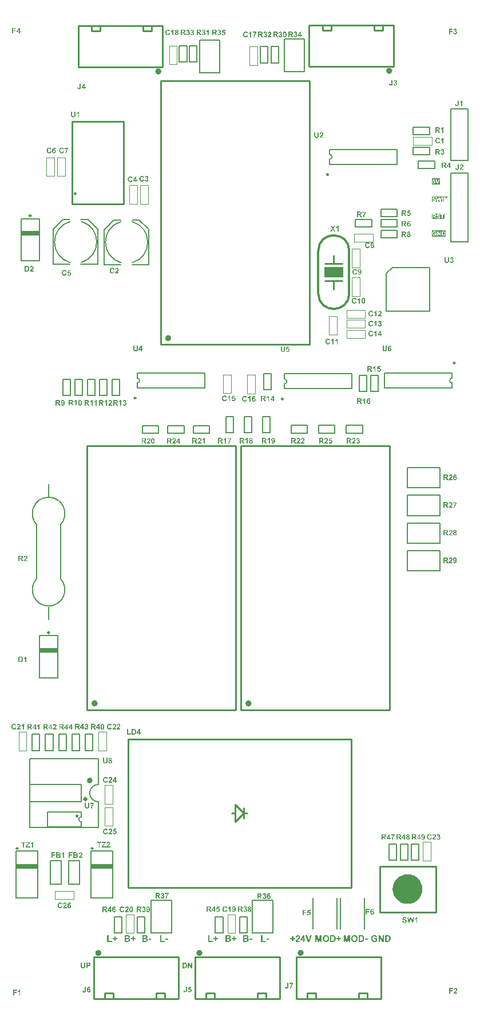
<source format=gto>
G04*
G04 #@! TF.GenerationSoftware,Altium Limited,Altium Designer,18.1.11 (251)*
G04*
G04 Layer_Color=65535*
%FSTAX24Y24*%
%MOIN*%
G70*
G01*
G75*
%ADD10C,0.0079*%
%ADD11C,0.0150*%
%ADD12C,0.0050*%
%ADD13C,0.0197*%
%ADD14C,0.0070*%
%ADD15C,0.0098*%
%ADD16C,0.0120*%
%ADD17C,0.0079*%
%ADD18C,0.0080*%
%ADD19C,0.0060*%
%ADD20C,0.0100*%
%ADD21C,0.0039*%
%ADD22R,0.1063X0.0250*%
%ADD23R,0.1250X0.0250*%
G36*
X113983Y072592D02*
X113983Y072593D01*
X113983Y072594D01*
X114032Y072754D01*
X114032Y072755D01*
X114033Y072756D01*
X114111Y072904D01*
X114112Y072905D01*
X114113Y072906D01*
X114219Y073035D01*
X11422Y073035D01*
X11422Y073036D01*
X11435Y073143D01*
X114351Y073143D01*
X114352Y073144D01*
X114499Y073223D01*
X1145Y073223D01*
X114501Y073224D01*
X114661Y073272D01*
X114662Y073272D01*
X114663Y073273D01*
X11483Y073289D01*
X114831Y073289D01*
X114832Y073289D01*
X114999Y073273D01*
X115Y073272D01*
X115001Y073272D01*
X115161Y073224D01*
X115162Y073223D01*
X115163Y073223D01*
X115191Y073208D01*
X115193Y073205D01*
X115202Y073201D01*
X115204Y073201D01*
X115204Y073201D01*
X115204Y073201D01*
X115311Y073144D01*
X115311Y073143D01*
X115312Y073143D01*
X115442Y073036D01*
X115442Y073035D01*
X115443Y073035D01*
X115549Y072906D01*
X11555Y072905D01*
X115551Y072904D01*
X115629Y072756D01*
X11563Y072755D01*
X11563Y072754D01*
X115679Y072594D01*
X115679Y072593D01*
X115679Y072592D01*
X115696Y072425D01*
X115695Y072424D01*
X115696Y072423D01*
X115679Y072257D01*
X115679Y072256D01*
X115679Y072255D01*
X11563Y072094D01*
X11563Y072094D01*
X115629Y072092D01*
X115551Y071945D01*
X11555Y071944D01*
X115549Y071943D01*
X115443Y071814D01*
X115442Y071813D01*
X115442Y071812D01*
X115312Y071706D01*
X115311Y071706D01*
X115311Y071705D01*
X115163Y071626D01*
X115162Y071626D01*
X115161Y071625D01*
X115001Y071576D01*
X115Y071577D01*
X114999Y071576D01*
X114832Y07156D01*
X114831Y07156D01*
X11483Y07156D01*
X114663Y071576D01*
X114662Y071577D01*
X114661Y071576D01*
X114501Y071625D01*
X1145Y071626D01*
X114499Y071626D01*
X114352Y071705D01*
X114351Y071706D01*
X11435Y071706D01*
X11422Y071812D01*
X11422Y071813D01*
X114219Y071814D01*
X114113Y071943D01*
X114112Y071944D01*
X114111Y071945D01*
X114033Y072092D01*
X114032Y072094D01*
X114032Y072094D01*
X113983Y072255D01*
X113983Y072256D01*
X113983Y072257D01*
X113966Y072423D01*
X113967Y072424D01*
X113966Y072425D01*
X113983Y072592D01*
D02*
G37*
G36*
X109992Y108603D02*
X11003Y108619D01*
X11103D01*
X111069Y108603D01*
X111084Y108565D01*
Y108065D01*
X111069Y108026D01*
X11103Y108011D01*
X11003D01*
X109992Y108026D01*
X109976Y108065D01*
Y108565D01*
X109992Y108603D01*
D02*
G37*
G36*
X100876Y069461D02*
X100731D01*
Y069535D01*
X100876D01*
Y069461D01*
D02*
G37*
G36*
X100492Y069424D02*
X100685D01*
Y069359D01*
X100414D01*
Y06974D01*
X100492D01*
Y069424D01*
D02*
G37*
G36*
X099893Y069461D02*
X099748D01*
Y069535D01*
X099893D01*
Y069461D01*
D02*
G37*
G36*
X099549Y069742D02*
X09956Y069742D01*
X099571Y069741D01*
X099582Y06974D01*
X099591Y069739D01*
X099592D01*
X099595Y069738D01*
X099599Y069737D01*
X099604Y069735D01*
X099611Y069733D01*
X099617Y06973D01*
X099624Y069727D01*
X099631Y069723D01*
X099632Y069722D01*
X099634Y06972D01*
X099637Y069718D01*
X099642Y069714D01*
X099646Y069709D01*
X099651Y069704D01*
X099656Y069698D01*
X099661Y06969D01*
X099661Y069689D01*
X099662Y069687D01*
X099664Y069683D01*
X099667Y069677D01*
X099669Y06967D01*
X099671Y069663D01*
X099672Y069654D01*
X099673Y069646D01*
Y069645D01*
Y069644D01*
Y069641D01*
X099672Y069636D01*
X099671Y069629D01*
X099669Y069622D01*
X099667Y069613D01*
X099663Y069605D01*
X099658Y069596D01*
X099657Y069595D01*
X099655Y069592D01*
X099652Y069588D01*
X099648Y069583D01*
X099642Y069578D01*
X099636Y069572D01*
X099628Y069567D01*
X099619Y069562D01*
X099619D01*
X099621Y069562D01*
X099622Y069561D01*
X099624Y069561D01*
X099631Y069558D01*
X099639Y069554D01*
X099647Y069549D01*
X099657Y069543D01*
X099665Y069536D01*
X099673Y069527D01*
X099673Y069526D01*
X099676Y069523D01*
X099679Y069518D01*
X099682Y069511D01*
X099685Y069502D01*
X099689Y069493D01*
X099691Y069482D01*
X099692Y06947D01*
Y069469D01*
Y069468D01*
Y069465D01*
X099691Y06946D01*
X09969Y069453D01*
X099689Y069446D01*
X099687Y069437D01*
X099683Y069428D01*
X099679Y069419D01*
X099679Y069417D01*
X099677Y069415D01*
X099674Y06941D01*
X099671Y069405D01*
X099666Y069398D01*
X09966Y069392D01*
X099654Y069385D01*
X099646Y069379D01*
X099645Y069379D01*
X099642Y069377D01*
X099638Y069374D01*
X099632Y069371D01*
X099624Y069368D01*
X099615Y069365D01*
X099605Y069362D01*
X099594Y069361D01*
X099592D01*
X099589Y06936D01*
X099584D01*
X09958Y06936D01*
X09957D01*
X099563Y069359D01*
X099546D01*
X099537Y069359D01*
X09937D01*
Y069743D01*
X099539D01*
X099549Y069742D01*
D02*
G37*
G36*
X116712Y11341D02*
X11625D01*
Y113782D01*
X116712D01*
Y11341D01*
D02*
G37*
G36*
X102287Y067825D02*
X102222D01*
X102092Y068036D01*
Y067825D01*
X102032D01*
Y068145D01*
X102095D01*
X102227Y06793D01*
Y068145D01*
X102287D01*
Y067825D01*
D02*
G37*
G36*
X101841Y068144D02*
X10185Y068144D01*
X10186Y068143D01*
X10187Y068142D01*
X10188Y068141D01*
X101888Y068138D01*
X101889D01*
X10189Y068138D01*
X101891Y068137D01*
X101893Y068137D01*
X101898Y068135D01*
X101905Y068131D01*
X101912Y068127D01*
X101921Y068122D01*
X101929Y068116D01*
X101936Y068109D01*
X101937D01*
X101937Y068108D01*
X10194Y068105D01*
X101943Y068101D01*
X101947Y068094D01*
X101953Y068087D01*
X101958Y068078D01*
X101963Y068068D01*
X101967Y068057D01*
Y068057D01*
X101967Y068056D01*
X101968Y068054D01*
X101969Y068052D01*
X101969Y068049D01*
X10197Y068045D01*
X101971Y068041D01*
X101972Y068036D01*
X101973Y068031D01*
X101974Y068025D01*
X101975Y068019D01*
X101976Y068012D01*
X101977Y067998D01*
X101978Y067982D01*
Y067981D01*
Y06798D01*
Y067978D01*
Y067975D01*
X101977Y067972D01*
Y067968D01*
X101977Y067963D01*
X101976Y067958D01*
X101975Y067948D01*
X101973Y067936D01*
X101971Y067925D01*
X101967Y067914D01*
Y067913D01*
X101967Y067912D01*
X101966Y067911D01*
X101965Y067908D01*
X101964Y067905D01*
X101962Y067902D01*
X101959Y067894D01*
X101954Y067885D01*
X101948Y067875D01*
X101941Y067866D01*
X101933Y067857D01*
X101932Y067856D01*
X10193Y067854D01*
X101926Y067851D01*
X101921Y067848D01*
X101915Y067844D01*
X101907Y067839D01*
X101898Y067835D01*
X101888Y067832D01*
X101887D01*
X101887Y067831D01*
X101886D01*
X101884Y067831D01*
X101879Y06783D01*
X101873Y067828D01*
X101865Y067827D01*
X101855Y067826D01*
X101844Y067826D01*
X101831Y067825D01*
X10171D01*
Y068145D01*
X101838D01*
X101841Y068144D01*
D02*
G37*
G36*
X104761Y069582D02*
X104862D01*
Y069513D01*
X104761D01*
Y069414D01*
X104694D01*
Y069513D01*
X104594D01*
Y069582D01*
X104694D01*
Y069682D01*
X104761D01*
Y069582D01*
D02*
G37*
G36*
X104402Y069742D02*
X104413Y069742D01*
X104424Y069741D01*
X104435Y06974D01*
X104444Y069739D01*
X104445D01*
X104448Y069738D01*
X104452Y069737D01*
X104458Y069735D01*
X104464Y069733D01*
X10447Y06973D01*
X104478Y069727D01*
X104484Y069723D01*
X104485Y069722D01*
X104487Y06972D01*
X10449Y069718D01*
X104495Y069714D01*
X104499Y069709D01*
X104504Y069704D01*
X104509Y069698D01*
X104514Y06969D01*
X104514Y069689D01*
X104515Y069687D01*
X104517Y069683D01*
X10452Y069677D01*
X104522Y06967D01*
X104524Y069663D01*
X104525Y069654D01*
X104526Y069646D01*
Y069645D01*
Y069644D01*
Y069641D01*
X104525Y069636D01*
X104524Y069629D01*
X104522Y069622D01*
X10452Y069613D01*
X104516Y069605D01*
X104511Y069596D01*
X10451Y069595D01*
X104508Y069592D01*
X104505Y069588D01*
X104501Y069583D01*
X104495Y069578D01*
X104489Y069572D01*
X104481Y069567D01*
X104472Y069562D01*
X104473D01*
X104474Y069562D01*
X104475Y069561D01*
X104478Y069561D01*
X104484Y069558D01*
X104492Y069554D01*
X1045Y069549D01*
X10451Y069543D01*
X104518Y069536D01*
X104526Y069527D01*
X104526Y069526D01*
X104529Y069523D01*
X104532Y069518D01*
X104535Y069511D01*
X104539Y069502D01*
X104542Y069493D01*
X104544Y069482D01*
X104545Y06947D01*
Y069469D01*
Y069468D01*
Y069465D01*
X104544Y06946D01*
X104543Y069453D01*
X104542Y069446D01*
X10454Y069437D01*
X104536Y069428D01*
X104532Y069419D01*
X104532Y069417D01*
X10453Y069415D01*
X104527Y06941D01*
X104524Y069405D01*
X104519Y069398D01*
X104513Y069392D01*
X104507Y069385D01*
X104499Y069379D01*
X104498Y069379D01*
X104495Y069377D01*
X104491Y069374D01*
X104485Y069371D01*
X104477Y069368D01*
X104468Y069365D01*
X104458Y069362D01*
X104447Y069361D01*
X104445D01*
X104443Y06936D01*
X104437D01*
X104433Y06936D01*
X104423D01*
X104416Y069359D01*
X104399D01*
X10439Y069359D01*
X104223D01*
Y069743D01*
X104392D01*
X104402Y069742D01*
D02*
G37*
G36*
X11705Y110375D02*
X11625D01*
Y110746D01*
X11705D01*
Y110375D01*
D02*
G37*
G36*
X096045Y067979D02*
Y067979D01*
Y067977D01*
Y067974D01*
Y06797D01*
Y067965D01*
X096045Y06796D01*
Y067954D01*
Y067948D01*
X096044Y067934D01*
X096043Y067921D01*
X096042Y067915D01*
X096041Y067909D01*
X09604Y067903D01*
X096039Y067898D01*
Y067897D01*
X096039Y067897D01*
Y067896D01*
X096039Y067894D01*
X096037Y06789D01*
X096035Y067884D01*
X096033Y067878D01*
X096029Y067871D01*
X096025Y067864D01*
X09602Y067858D01*
X09602Y067857D01*
X096018Y067855D01*
X096015Y067852D01*
X09601Y067848D01*
X096005Y067844D01*
X095998Y06784D01*
X095991Y067836D01*
X095983Y067832D01*
X095982D01*
X095982Y067831D01*
X09598Y067831D01*
X095978Y06783D01*
X095976Y06783D01*
X095973Y067829D01*
X09597Y067828D01*
X095966Y067827D01*
X095957Y067825D01*
X095947Y067824D01*
X095935Y067823D01*
X095921Y067822D01*
X095914D01*
X09591Y067823D01*
X095906D01*
X0959Y067823D01*
X095895Y067824D01*
X095884Y067824D01*
X095873Y067826D01*
X095861Y067829D01*
X095856Y06783D01*
X095851Y067832D01*
X095851D01*
X095851Y067833D01*
X095848Y067834D01*
X095843Y067836D01*
X095838Y06784D01*
X095832Y067844D01*
X095826Y067848D01*
X09582Y067854D01*
X095814Y06786D01*
X095814Y067861D01*
X095812Y067863D01*
X095809Y067867D01*
X095807Y067871D01*
X095804Y067876D01*
X095801Y067882D01*
X095798Y067889D01*
X095796Y067896D01*
Y067896D01*
X095796Y067897D01*
Y067898D01*
X095795Y067901D01*
X095795Y067903D01*
X095794Y067907D01*
X095794Y067911D01*
X095793Y067916D01*
X095792Y067921D01*
X095792Y067927D01*
X095791Y067934D01*
X095791Y067941D01*
X09579Y067949D01*
Y067958D01*
X09579Y067967D01*
Y067977D01*
Y068148D01*
X095855D01*
Y067974D01*
Y067974D01*
Y067972D01*
Y06797D01*
Y067968D01*
Y067964D01*
Y06796D01*
X095855Y067952D01*
Y067943D01*
X095856Y067934D01*
X095856Y06793D01*
Y067926D01*
X095857Y067923D01*
X095857Y067921D01*
Y06792D01*
X095858Y067917D01*
X095859Y067914D01*
X095861Y067909D01*
X095863Y067904D01*
X095867Y067899D01*
X095871Y067893D01*
X095876Y067889D01*
X095877Y067888D01*
X095879Y067887D01*
X095883Y067885D01*
X095887Y067883D01*
X095894Y067881D01*
X095901Y067879D01*
X09591Y067878D01*
X095919Y067877D01*
X095924D01*
X095929Y067878D01*
X095935Y067879D01*
X095942Y06788D01*
X095948Y067882D01*
X095955Y067885D01*
X09596Y067888D01*
X095961Y067889D01*
X095963Y06789D01*
X095965Y067892D01*
X095968Y067896D01*
X095971Y0679D01*
X095973Y067904D01*
X095976Y067909D01*
X095977Y067915D01*
Y067916D01*
X095978Y067919D01*
X095978Y067923D01*
X095979Y067928D01*
Y067932D01*
X095979Y067936D01*
Y067941D01*
X09598Y067945D01*
Y067951D01*
X09598Y067957D01*
Y067964D01*
Y06797D01*
Y068148D01*
X096045D01*
Y067979D01*
D02*
G37*
G36*
X096236Y068147D02*
X096248D01*
X096261Y068146D01*
X096274Y068146D01*
X09628Y068145D01*
X096285Y068145D01*
X09629Y068144D01*
X096294Y068143D01*
X096294D01*
X096295Y068142D01*
X096296Y068142D01*
X096298Y068141D01*
X096303Y068139D01*
X09631Y068136D01*
X096317Y068132D01*
X096325Y068127D01*
X096332Y06812D01*
X096339Y068111D01*
Y068111D01*
X09634Y06811D01*
X096341Y068109D01*
X096342Y068107D01*
X096344Y068104D01*
X096345Y068102D01*
X096347Y068098D01*
X096349Y068095D01*
X096352Y068085D01*
X096355Y068075D01*
X096357Y068063D01*
X096358Y068049D01*
Y068049D01*
Y068048D01*
Y068047D01*
Y068044D01*
X096358Y068042D01*
Y068039D01*
X096357Y068032D01*
X096355Y068025D01*
X096354Y068016D01*
X096351Y068007D01*
X096347Y068D01*
X096347Y067999D01*
X096345Y067996D01*
X096343Y067993D01*
X09634Y067988D01*
X096336Y067983D01*
X096331Y067978D01*
X096326Y067973D01*
X09632Y067968D01*
X096319Y067968D01*
X096317Y067966D01*
X096314Y067964D01*
X09631Y067962D01*
X096305Y067959D01*
X096299Y067957D01*
X096293Y067955D01*
X096287Y067953D01*
X096286D01*
X096284Y067952D01*
X096282D01*
X09628Y067952D01*
X096277Y067951D01*
X096274Y067951D01*
X09627D01*
X096265Y067951D01*
X09626Y06795D01*
X096255Y06795D01*
X096249Y067949D01*
X096242D01*
X096235Y067949D01*
X096178D01*
Y067828D01*
X096113D01*
Y068148D01*
X096231D01*
X096236Y068147D01*
D02*
G37*
G36*
X106756Y069461D02*
X106611D01*
Y069535D01*
X106756D01*
Y069461D01*
D02*
G37*
G36*
X106372Y069424D02*
X106565D01*
Y069359D01*
X106294D01*
Y06974D01*
X106372D01*
Y069424D01*
D02*
G37*
G36*
X10911Y06935D02*
X109026D01*
X108889Y069734D01*
X108972D01*
X10907Y06945D01*
X109164Y069734D01*
X109247D01*
X10911Y06935D01*
D02*
G37*
G36*
X108168Y069574D02*
X108269D01*
Y069505D01*
X108168D01*
Y069405D01*
X1081D01*
Y069505D01*
X108D01*
Y069574D01*
X1081D01*
Y069673D01*
X108168D01*
Y069574D01*
D02*
G37*
G36*
X108829Y069492D02*
X108876D01*
Y069427D01*
X108829D01*
Y06935D01*
X108758D01*
Y069427D01*
X1086D01*
Y069491D01*
X108766Y069736D01*
X108829D01*
Y069492D01*
D02*
G37*
G36*
X10845Y069736D02*
X108455Y069735D01*
X108461Y069735D01*
X108467Y069734D01*
X108473Y069732D01*
X108488Y069729D01*
X108502Y069723D01*
X10851Y06972D01*
X108517Y069716D01*
X108524Y069711D01*
X10853Y069705D01*
X108531Y069705D01*
X108532Y069704D01*
X108533Y069702D01*
X108535Y0697D01*
X108538Y069697D01*
X108541Y069693D01*
X108543Y069689D01*
X108547Y069684D01*
X108552Y069673D01*
X108558Y06966D01*
X10856Y069653D01*
X108561Y069645D01*
X108562Y069637D01*
X108563Y069629D01*
Y069627D01*
Y069624D01*
X108562Y069619D01*
X108562Y069613D01*
X108561Y069605D01*
X108559Y069597D01*
X108557Y069588D01*
X108553Y069579D01*
X108553Y069578D01*
X108552Y069575D01*
X108549Y06957D01*
X108546Y069564D01*
X108542Y069557D01*
X108537Y069549D01*
X108531Y06954D01*
X108524Y06953D01*
X108523Y06953D01*
X108521Y069527D01*
X108518Y069523D01*
X108513Y069518D01*
X108506Y069511D01*
X108498Y069502D01*
X108488Y069493D01*
X108476Y069481D01*
X108475Y06948D01*
X108474Y06948D01*
X108472Y069478D01*
X10847Y069476D01*
X108464Y06947D01*
X108457Y069464D01*
X10845Y069457D01*
X108442Y069449D01*
X108436Y069443D01*
X108433Y06944D01*
X108431Y069438D01*
X108431Y069438D01*
X10843Y069437D01*
X108428Y069434D01*
X108426Y069432D01*
X108421Y069425D01*
X108416Y069418D01*
X108563D01*
Y06935D01*
X108305D01*
Y069351D01*
Y069352D01*
X108305Y069354D01*
X108306Y069357D01*
X108306Y06936D01*
X108307Y069364D01*
X108309Y069374D01*
X108312Y069385D01*
X108317Y069397D01*
X108322Y069411D01*
X10833Y069423D01*
Y069424D01*
X108331Y069425D01*
X108332Y069427D01*
X108334Y069429D01*
X108336Y069433D01*
X10834Y069437D01*
X108344Y069442D01*
X108348Y069448D01*
X108353Y069454D01*
X108359Y069461D01*
X108366Y069469D01*
X108374Y069477D01*
X108382Y069485D01*
X108391Y069495D01*
X108401Y069505D01*
X108412Y069515D01*
X108413Y069516D01*
X108415Y069518D01*
X108417Y06952D01*
X10842Y069523D01*
X108425Y069526D01*
X108429Y069531D01*
X108439Y069541D01*
X108449Y069551D01*
X108459Y069562D01*
X108463Y069566D01*
X108468Y069571D01*
X108471Y069575D01*
X108473Y069579D01*
X108474Y06958D01*
X108476Y069583D01*
X108478Y069587D01*
X108481Y069593D01*
X108484Y0696D01*
X108487Y069608D01*
X108488Y069615D01*
X108489Y069624D01*
Y069624D01*
Y069625D01*
Y069627D01*
X108488Y069632D01*
X108487Y069638D01*
X108486Y069644D01*
X108483Y06965D01*
X10848Y069656D01*
X108476Y069662D01*
X108475Y069662D01*
X108473Y069664D01*
X10847Y069666D01*
X108466Y069669D01*
X108461Y069671D01*
X108455Y069673D01*
X108447Y069675D01*
X108439Y069675D01*
X108435D01*
X108431Y069675D01*
X108426Y069674D01*
X10842Y069672D01*
X108413Y069669D01*
X108407Y069666D01*
X108402Y069661D01*
X108401Y069661D01*
X1084Y069659D01*
X108397Y069655D01*
X108395Y06965D01*
X108392Y069644D01*
X10839Y069636D01*
X108388Y069626D01*
X108387Y069615D01*
X108314Y069623D01*
Y069623D01*
X108314Y069625D01*
Y069628D01*
X108315Y069632D01*
X108316Y069637D01*
X108317Y069643D01*
X108319Y069649D01*
X108321Y069656D01*
X108326Y06967D01*
X108333Y069685D01*
X108337Y069692D01*
X108342Y069699D01*
X108348Y069704D01*
X108354Y06971D01*
X108355Y06971D01*
X108356Y069711D01*
X108357Y069712D01*
X10836Y069714D01*
X108364Y069716D01*
X108368Y069718D01*
X108372Y069721D01*
X108378Y069723D01*
X108384Y069726D01*
X108391Y069728D01*
X108405Y069732D01*
X108422Y069735D01*
X108431Y069736D01*
X108441Y069736D01*
X108446D01*
X10845Y069736D01*
D02*
G37*
G36*
X098881Y069582D02*
X098982D01*
Y069513D01*
X098881D01*
Y069414D01*
X098814D01*
Y069513D01*
X098714D01*
Y069582D01*
X098814D01*
Y069682D01*
X098881D01*
Y069582D01*
D02*
G37*
G36*
X098522Y069742D02*
X098533Y069742D01*
X098544Y069741D01*
X098555Y06974D01*
X098564Y069739D01*
X098565D01*
X098568Y069738D01*
X098572Y069737D01*
X098578Y069735D01*
X098584Y069733D01*
X09859Y06973D01*
X098598Y069727D01*
X098604Y069723D01*
X098605Y069722D01*
X098607Y06972D01*
X09861Y069718D01*
X098615Y069714D01*
X098619Y069709D01*
X098624Y069704D01*
X098629Y069698D01*
X098634Y06969D01*
X098634Y069689D01*
X098635Y069687D01*
X098637Y069683D01*
X09864Y069677D01*
X098642Y06967D01*
X098644Y069663D01*
X098645Y069654D01*
X098646Y069646D01*
Y069645D01*
Y069644D01*
Y069641D01*
X098645Y069636D01*
X098644Y069629D01*
X098642Y069622D01*
X09864Y069613D01*
X098636Y069605D01*
X098631Y069596D01*
X09863Y069595D01*
X098628Y069592D01*
X098625Y069588D01*
X098621Y069583D01*
X098615Y069578D01*
X098609Y069572D01*
X098601Y069567D01*
X098592Y069562D01*
X098593D01*
X098594Y069562D01*
X098595Y069561D01*
X098598Y069561D01*
X098604Y069558D01*
X098612Y069554D01*
X09862Y069549D01*
X09863Y069543D01*
X098638Y069536D01*
X098646Y069527D01*
X098646Y069526D01*
X098649Y069523D01*
X098652Y069518D01*
X098655Y069511D01*
X098659Y069502D01*
X098662Y069493D01*
X098664Y069482D01*
X098665Y06947D01*
Y069469D01*
Y069468D01*
Y069465D01*
X098664Y06946D01*
X098663Y069453D01*
X098662Y069446D01*
X09866Y069437D01*
X098656Y069428D01*
X098652Y069419D01*
X098652Y069417D01*
X09865Y069415D01*
X098647Y06941D01*
X098644Y069405D01*
X098639Y069398D01*
X098633Y069392D01*
X098627Y069385D01*
X098619Y069379D01*
X098618Y069379D01*
X098615Y069377D01*
X098611Y069374D01*
X098605Y069371D01*
X098597Y069368D01*
X098588Y069365D01*
X098578Y069362D01*
X098567Y069361D01*
X098565D01*
X098563Y06936D01*
X098557D01*
X098553Y06936D01*
X098543D01*
X098536Y069359D01*
X098519D01*
X09851Y069359D01*
X098343D01*
Y069743D01*
X098512D01*
X098522Y069742D01*
D02*
G37*
G36*
X103687Y069582D02*
X103788D01*
Y069513D01*
X103687D01*
Y069414D01*
X10362D01*
Y069513D01*
X103519D01*
Y069582D01*
X10362D01*
Y069682D01*
X103687D01*
Y069582D01*
D02*
G37*
G36*
X103288Y069424D02*
X103481D01*
Y069359D01*
X10321D01*
Y06974D01*
X103288D01*
Y069424D01*
D02*
G37*
G36*
X097807Y069582D02*
X097908D01*
Y069513D01*
X097807D01*
Y069414D01*
X09774D01*
Y069513D01*
X097639D01*
Y069582D01*
X09774D01*
Y069682D01*
X097807D01*
Y069582D01*
D02*
G37*
G36*
X097408Y069424D02*
X097601D01*
Y069359D01*
X09733D01*
Y06974D01*
X097408D01*
Y069424D01*
D02*
G37*
G36*
X105773Y069461D02*
X105628D01*
Y069535D01*
X105773D01*
Y069461D01*
D02*
G37*
G36*
X105429Y069742D02*
X10544Y069742D01*
X105451Y069741D01*
X105462Y06974D01*
X105471Y069739D01*
X105472D01*
X105475Y069738D01*
X105479Y069737D01*
X105484Y069735D01*
X105491Y069733D01*
X105497Y06973D01*
X105504Y069727D01*
X105511Y069723D01*
X105512Y069722D01*
X105514Y06972D01*
X105517Y069718D01*
X105522Y069714D01*
X105526Y069709D01*
X105531Y069704D01*
X105536Y069698D01*
X105541Y06969D01*
X105541Y069689D01*
X105542Y069687D01*
X105544Y069683D01*
X105547Y069677D01*
X105549Y06967D01*
X105551Y069663D01*
X105552Y069654D01*
X105553Y069646D01*
Y069645D01*
Y069644D01*
Y069641D01*
X105552Y069636D01*
X105551Y069629D01*
X105549Y069622D01*
X105547Y069613D01*
X105543Y069605D01*
X105538Y069596D01*
X105537Y069595D01*
X105535Y069592D01*
X105532Y069588D01*
X105528Y069583D01*
X105522Y069578D01*
X105516Y069572D01*
X105508Y069567D01*
X105499Y069562D01*
X105499D01*
X105501Y069562D01*
X105502Y069561D01*
X105504Y069561D01*
X105511Y069558D01*
X105519Y069554D01*
X105527Y069549D01*
X105537Y069543D01*
X105545Y069536D01*
X105553Y069527D01*
X105553Y069526D01*
X105556Y069523D01*
X105559Y069518D01*
X105562Y069511D01*
X105566Y069502D01*
X105569Y069493D01*
X105571Y069482D01*
X105572Y06947D01*
Y069469D01*
Y069468D01*
Y069465D01*
X105571Y06946D01*
X10557Y069453D01*
X105569Y069446D01*
X105567Y069437D01*
X105563Y069428D01*
X105559Y069419D01*
X105559Y069417D01*
X105557Y069415D01*
X105554Y06941D01*
X105551Y069405D01*
X105546Y069398D01*
X10554Y069392D01*
X105534Y069385D01*
X105526Y069379D01*
X105525Y069379D01*
X105522Y069377D01*
X105518Y069374D01*
X105512Y069371D01*
X105504Y069368D01*
X105495Y069365D01*
X105485Y069362D01*
X105474Y069361D01*
X105472D01*
X105469Y06936D01*
X105464D01*
X10546Y06936D01*
X10545D01*
X105443Y069359D01*
X105426D01*
X105417Y069359D01*
X10525D01*
Y069743D01*
X105419D01*
X105429Y069742D01*
D02*
G37*
G36*
X111483Y069357D02*
X111411D01*
X111411Y069659D01*
X111335Y069357D01*
X11126D01*
X111185Y069659D01*
Y069357D01*
X111113D01*
Y069741D01*
X111229D01*
X111298Y069479D01*
X111366Y069741D01*
X111483D01*
Y069357D01*
D02*
G37*
G36*
X112502Y06946D02*
X112357D01*
Y069534D01*
X112502D01*
Y06946D01*
D02*
G37*
G36*
X112137Y069741D02*
X112147Y06974D01*
X112159Y06974D01*
X112171Y069738D01*
X112183Y069736D01*
X112193Y069734D01*
X112194D01*
X112195Y069733D01*
X112197Y069732D01*
X112199Y069732D01*
X112206Y069729D01*
X112213Y069725D01*
X112222Y06972D01*
X112232Y069714D01*
X112242Y069707D01*
X112251Y069698D01*
X112252D01*
X112252Y069697D01*
X112255Y069694D01*
X112259Y069688D01*
X112264Y069681D01*
X112271Y069672D01*
X112277Y069661D01*
X112283Y069649D01*
X112288Y069636D01*
Y069635D01*
X112288Y069634D01*
X112289Y069632D01*
X11229Y069629D01*
X11229Y069626D01*
X112292Y069621D01*
X112293Y069616D01*
X112294Y069611D01*
X112295Y069605D01*
X112297Y069598D01*
X112298Y06959D01*
X112298Y069582D01*
X1123Y069565D01*
X1123Y069545D01*
Y069545D01*
Y069543D01*
Y069541D01*
Y069538D01*
X1123Y069533D01*
Y069529D01*
X112299Y069523D01*
X112299Y069517D01*
X112298Y069504D01*
X112295Y069491D01*
X112292Y069477D01*
X112288Y069464D01*
Y069463D01*
X112288Y069462D01*
X112287Y06946D01*
X112285Y069457D01*
X112284Y069453D01*
X112282Y069449D01*
X112278Y069439D01*
X112272Y069429D01*
X112265Y069417D01*
X112257Y069406D01*
X112247Y069396D01*
X112246Y069394D01*
X112243Y069392D01*
X112239Y069389D01*
X112233Y069384D01*
X112225Y069379D01*
X112216Y069374D01*
X112205Y069369D01*
X112193Y069365D01*
X112192D01*
X112192Y069364D01*
X11219D01*
X112188Y069364D01*
X112182Y069363D01*
X112174Y069361D01*
X112165Y069359D01*
X112153Y069358D01*
X11214Y069358D01*
X112125Y069357D01*
X111979D01*
Y069741D01*
X112132D01*
X112137Y069741D01*
D02*
G37*
G36*
X111739Y069748D02*
X111745D01*
X111752Y069747D01*
X11176Y069746D01*
X11177Y069744D01*
X11178Y069742D01*
X11179Y069739D01*
X111802Y069736D01*
X111813Y069731D01*
X111824Y069726D01*
X111835Y06972D01*
X111846Y069713D01*
X111857Y069705D01*
X111867Y069695D01*
X111868Y069695D01*
X111869Y069693D01*
X111872Y06969D01*
X111875Y069686D01*
X111879Y06968D01*
X111883Y069674D01*
X111888Y069666D01*
X111893Y069657D01*
X111898Y069647D01*
X111902Y069636D01*
X111906Y069624D01*
X11191Y069611D01*
X111914Y069597D01*
X111916Y069582D01*
X111918Y069566D01*
X111918Y069549D01*
Y069548D01*
Y069545D01*
X111918Y06954D01*
Y069533D01*
X111916Y069525D01*
X111915Y069517D01*
X111914Y069506D01*
X111912Y069495D01*
X111909Y069484D01*
X111906Y069472D01*
X111901Y069459D01*
X111896Y069447D01*
X111891Y069435D01*
X111884Y069424D01*
X111876Y069413D01*
X111867Y069402D01*
X111866Y069402D01*
X111865Y0694D01*
X111862Y069397D01*
X111858Y069394D01*
X111853Y06939D01*
X111846Y069386D01*
X111839Y069381D01*
X111832Y069376D01*
X111822Y069371D01*
X111812Y069367D01*
X111801Y069362D01*
X111789Y069358D01*
X111776Y069355D01*
X111762Y069352D01*
X111748Y069351D01*
X111732Y06935D01*
X111728D01*
X111724Y069351D01*
X111718Y069351D01*
X111711Y069352D01*
X111703Y069353D01*
X111693Y069354D01*
X111683Y069357D01*
X111672Y069359D01*
X111662Y069363D01*
X11165Y069367D01*
X111639Y069372D01*
X111627Y069378D01*
X111617Y069385D01*
X111606Y069393D01*
X111596Y069402D01*
X111596Y069403D01*
X111594Y069404D01*
X111592Y069408D01*
X111588Y069412D01*
X111585Y069417D01*
X11158Y069424D01*
X111576Y069431D01*
X111571Y06944D01*
X111566Y069449D01*
X111562Y06946D01*
X111557Y069472D01*
X111553Y069485D01*
X11155Y069499D01*
X111548Y069514D01*
X111546Y06953D01*
X111546Y069546D01*
Y069547D01*
Y069549D01*
Y069552D01*
X111546Y069556D01*
Y069561D01*
X111547Y069567D01*
X111547Y069574D01*
X111548Y069581D01*
X11155Y069596D01*
X111553Y069613D01*
X111557Y06963D01*
X111563Y069645D01*
Y069646D01*
X111563Y069646D01*
X111565Y069648D01*
X111565Y06965D01*
X111568Y069656D01*
X111572Y069663D01*
X111577Y069671D01*
X111583Y06968D01*
X111591Y069689D01*
X111598Y069698D01*
X111599Y069699D01*
X1116Y069699D01*
X111602Y069702D01*
X111607Y069706D01*
X111613Y069711D01*
X111621Y069717D01*
X111629Y069723D01*
X111638Y069729D01*
X111648Y069733D01*
X111649D01*
X11165Y069734D01*
X111652Y069735D01*
X111655Y069735D01*
X111658Y069737D01*
X111662Y069738D01*
X111667Y069739D01*
X111672Y069741D01*
X111684Y069743D01*
X111698Y069746D01*
X111714Y069748D01*
X111731Y069748D01*
X111735D01*
X111739Y069748D01*
D02*
G37*
G36*
X109826Y069357D02*
X109755D01*
X109754Y069659D01*
X109679Y069357D01*
X109604D01*
X109528Y069659D01*
Y069357D01*
X109457D01*
Y069741D01*
X109573D01*
X109641Y069479D01*
X10971Y069741D01*
X109826D01*
Y069357D01*
D02*
G37*
G36*
X11086Y069581D02*
X110961D01*
Y069512D01*
X11086D01*
Y069413D01*
X110793D01*
Y069512D01*
X110693D01*
Y069581D01*
X110793D01*
Y06968D01*
X11086D01*
Y069581D01*
D02*
G37*
G36*
X11048Y069741D02*
X110491Y06974D01*
X110502Y06974D01*
X110514Y069738D01*
X110526Y069736D01*
X110537Y069734D01*
X110537D01*
X110538Y069733D01*
X11054Y069732D01*
X110542Y069732D01*
X110549Y069729D01*
X110557Y069725D01*
X110566Y06972D01*
X110576Y069714D01*
X110585Y069707D01*
X110594Y069698D01*
X110595D01*
X110596Y069697D01*
X110598Y069694D01*
X110603Y069688D01*
X110608Y069681D01*
X110614Y069672D01*
X11062Y069661D01*
X110626Y069649D01*
X110631Y069636D01*
Y069635D01*
X110632Y069634D01*
X110632Y069632D01*
X110633Y069629D01*
X110634Y069626D01*
X110635Y069621D01*
X110636Y069616D01*
X110638Y069611D01*
X110639Y069605D01*
X11064Y069598D01*
X110641Y06959D01*
X110642Y069582D01*
X110643Y069565D01*
X110644Y069545D01*
Y069545D01*
Y069543D01*
Y069541D01*
Y069538D01*
X110643Y069533D01*
Y069529D01*
X110643Y069523D01*
X110642Y069517D01*
X110641Y069504D01*
X110639Y069491D01*
X110635Y069477D01*
X110632Y069464D01*
Y069463D01*
X110631Y069462D01*
X11063Y06946D01*
X110629Y069457D01*
X110628Y069453D01*
X110625Y069449D01*
X110621Y069439D01*
X110616Y069429D01*
X110608Y069417D01*
X1106Y069406D01*
X110591Y069396D01*
X110589Y069394D01*
X110587Y069392D01*
X110582Y069389D01*
X110576Y069384D01*
X110568Y069379D01*
X110559Y069374D01*
X110548Y069369D01*
X110536Y069365D01*
X110536D01*
X110535Y069364D01*
X110533D01*
X110532Y069364D01*
X110526Y069363D01*
X110518Y069361D01*
X110508Y069359D01*
X110497Y069358D01*
X110483Y069358D01*
X110468Y069357D01*
X110322D01*
Y069741D01*
X110476D01*
X11048Y069741D01*
D02*
G37*
G36*
X110083Y069748D02*
X110088D01*
X110095Y069747D01*
X110104Y069746D01*
X110113Y069744D01*
X110123Y069742D01*
X110134Y069739D01*
X110145Y069736D01*
X110156Y069731D01*
X110168Y069726D01*
X110179Y06972D01*
X11019Y069713D01*
X1102Y069705D01*
X11021Y069695D01*
X110211Y069695D01*
X110213Y069693D01*
X110215Y06969D01*
X110218Y069686D01*
X110222Y06968D01*
X110226Y069674D01*
X110231Y069666D01*
X110236Y069657D01*
X110241Y069647D01*
X110245Y069636D01*
X11025Y069624D01*
X110254Y069611D01*
X110257Y069597D01*
X110259Y069582D01*
X110261Y069566D01*
X110261Y069549D01*
Y069548D01*
Y069545D01*
X110261Y06954D01*
Y069533D01*
X11026Y069525D01*
X110259Y069517D01*
X110257Y069506D01*
X110255Y069495D01*
X110253Y069484D01*
X110249Y069472D01*
X110245Y069459D01*
X11024Y069447D01*
X110234Y069435D01*
X110227Y069424D01*
X110219Y069413D01*
X11021Y069402D01*
X11021Y069402D01*
X110208Y0694D01*
X110205Y069397D01*
X110201Y069394D01*
X110196Y06939D01*
X11019Y069386D01*
X110183Y069381D01*
X110175Y069376D01*
X110165Y069371D01*
X110155Y069367D01*
X110144Y069362D01*
X110132Y069358D01*
X110119Y069355D01*
X110105Y069352D01*
X110091Y069351D01*
X110075Y06935D01*
X110072D01*
X110067Y069351D01*
X110062Y069351D01*
X110054Y069352D01*
X110046Y069353D01*
X110037Y069354D01*
X110027Y069357D01*
X110016Y069359D01*
X110005Y069363D01*
X109993Y069367D01*
X109982Y069372D01*
X109971Y069378D01*
X10996Y069385D01*
X10995Y069393D01*
X10994Y069402D01*
X109939Y069403D01*
X109937Y069404D01*
X109935Y069408D01*
X109932Y069412D01*
X109928Y069417D01*
X109923Y069424D01*
X109919Y069431D01*
X109915Y06944D01*
X10991Y069449D01*
X109905Y06946D01*
X109901Y069472D01*
X109897Y069485D01*
X109893Y069499D01*
X109891Y069514D01*
X10989Y06953D01*
X109889Y069546D01*
Y069547D01*
Y069549D01*
Y069552D01*
X10989Y069556D01*
Y069561D01*
X10989Y069567D01*
X109891Y069574D01*
X109891Y069581D01*
X109893Y069596D01*
X109896Y069613D01*
X109901Y06963D01*
X109906Y069645D01*
Y069646D01*
X109907Y069646D01*
X109908Y069648D01*
X109908Y06965D01*
X109912Y069656D01*
X109916Y069663D01*
X109921Y069671D01*
X109927Y06968D01*
X109934Y069689D01*
X109942Y069698D01*
X109942Y069699D01*
X109943Y069699D01*
X109946Y069702D01*
X109951Y069706D01*
X109957Y069711D01*
X109964Y069717D01*
X109972Y069723D01*
X109982Y069729D01*
X109992Y069733D01*
X109992D01*
X109993Y069734D01*
X109996Y069735D01*
X109998Y069735D01*
X110002Y069737D01*
X110006Y069738D01*
X110011Y069739D01*
X110016Y069741D01*
X110028Y069743D01*
X110042Y069746D01*
X110058Y069748D01*
X110074Y069748D01*
X110078D01*
X110083Y069748D01*
D02*
G37*
G36*
X112908D02*
X112914Y069747D01*
X112921Y069747D01*
X112929Y069746D01*
X112937Y069745D01*
X112955Y069741D01*
X112973Y069736D01*
X112982Y069732D01*
X112991Y069729D01*
X113Y069724D01*
X113007Y069719D01*
X113008Y069718D01*
X113009Y069717D01*
X113011Y069715D01*
X113014Y069713D01*
X113017Y06971D01*
X113021Y069706D01*
X113025Y069702D01*
X113029Y069697D01*
X113033Y069691D01*
X113038Y069685D01*
X113042Y069679D01*
X113046Y069671D01*
X113051Y069663D01*
X113054Y069655D01*
X113057Y069645D01*
X11306Y069636D01*
X112982Y069621D01*
Y069622D01*
X112982Y069623D01*
X112981Y069626D01*
X112979Y069631D01*
X112975Y069637D01*
X112971Y069645D01*
X112966Y069652D01*
X112959Y069659D01*
X112951Y069666D01*
X11295Y069666D01*
X112947Y069669D01*
X112942Y069671D01*
X112936Y069674D01*
X112928Y069677D01*
X112919Y06968D01*
X112908Y069682D01*
X112896Y069682D01*
X112891D01*
X112888Y069682D01*
X112883Y069681D01*
X112878Y069681D01*
X112873Y06968D01*
X112866Y069679D01*
X112854Y069675D01*
X112847Y069672D01*
X11284Y069669D01*
X112834Y069665D01*
X112827Y069661D01*
X112821Y069655D01*
X112815Y06965D01*
X112814Y069649D01*
X112814Y069648D01*
X112812Y069646D01*
X11281Y069644D01*
X112808Y06964D01*
X112805Y069636D01*
X112803Y069631D01*
X1128Y069626D01*
X112798Y069619D01*
X112795Y069612D01*
X112792Y069604D01*
X11279Y069596D01*
X112788Y069586D01*
X112787Y069576D01*
X112786Y069565D01*
X112785Y069554D01*
Y069553D01*
Y069551D01*
Y069547D01*
X112786Y069543D01*
X112787Y069536D01*
X112787Y06953D01*
X112788Y069523D01*
X112789Y069515D01*
X112793Y069498D01*
X112798Y069481D01*
X112802Y069473D01*
X112805Y069465D01*
X11281Y069457D01*
X112815Y06945D01*
X112816Y06945D01*
X112817Y069449D01*
X112819Y069447D01*
X112821Y069445D01*
X112824Y069443D01*
X112828Y069439D01*
X112832Y069437D01*
X112837Y069433D01*
X112843Y06943D01*
X112848Y069427D01*
X112862Y069422D01*
X11287Y069419D01*
X112878Y069418D01*
X112886Y069417D01*
X112895Y069416D01*
X1129D01*
X112904Y069417D01*
X112911Y069417D01*
X112918Y069418D01*
X112926Y06942D01*
X112935Y069422D01*
X112944Y069425D01*
X112945D01*
X112945Y069426D01*
X112948Y069427D01*
X112953Y069429D01*
X112959Y069432D01*
X112965Y069435D01*
X112972Y069439D01*
X11298Y069444D01*
X112986Y069449D01*
Y069498D01*
X112898D01*
Y069563D01*
X113065D01*
Y069409D01*
X113063Y069408D01*
X113062Y069407D01*
X11306Y069405D01*
X113057Y069403D01*
X113055Y069401D01*
X113047Y069395D01*
X113036Y069389D01*
X113024Y069382D01*
X11301Y069374D01*
X112994Y069368D01*
X112993D01*
X112991Y069367D01*
X112989Y069366D01*
X112986Y069365D01*
X112981Y069364D01*
X112976Y069362D01*
X112971Y069361D01*
X112965Y069359D01*
X112951Y069356D01*
X112935Y069353D01*
X112918Y069351D01*
X1129Y06935D01*
X112894D01*
X11289Y069351D01*
X112885D01*
X112879Y069351D01*
X112872Y069352D01*
X112864Y069353D01*
X112848Y069356D01*
X11283Y069361D01*
X112812Y069367D01*
X112804Y069371D01*
X112795Y069375D01*
X112794Y069376D01*
X112793Y069376D01*
X11279Y069378D01*
X112788Y06938D01*
X112784Y069382D01*
X11278Y069386D01*
X112775Y069389D01*
X11277Y069394D01*
X112759Y069404D01*
X112748Y069417D01*
X112737Y069431D01*
X112728Y069448D01*
Y069448D01*
X112727Y06945D01*
X112725Y069453D01*
X112724Y069456D01*
X112723Y06946D01*
X11272Y069465D01*
X112719Y069472D01*
X112717Y069478D01*
X112714Y069485D01*
X112713Y069494D01*
X112709Y069511D01*
X112707Y06953D01*
X112705Y06955D01*
Y069551D01*
Y069553D01*
Y069556D01*
X112706Y06956D01*
Y069566D01*
X112707Y069572D01*
X112708Y069579D01*
X112709Y069586D01*
X112712Y069603D01*
X112716Y069621D01*
X112722Y069639D01*
X112726Y069648D01*
X11273Y069657D01*
X112731Y069657D01*
X112732Y069659D01*
X112733Y069661D01*
X112735Y069665D01*
X112738Y069669D01*
X112741Y069673D01*
X112745Y069678D01*
X112749Y069684D01*
X112754Y069689D01*
X112759Y069695D01*
X112765Y069701D01*
X112772Y069707D01*
X112779Y069713D01*
X112787Y069719D01*
X112804Y069729D01*
X112804D01*
X112805Y06973D01*
X112808Y069731D01*
X11281Y069732D01*
X112814Y069734D01*
X112818Y069735D01*
X112824Y069737D01*
X112829Y069739D01*
X112835Y069741D01*
X112843Y069742D01*
X11285Y069744D01*
X112858Y069746D01*
X112876Y069748D01*
X112896Y069748D01*
X112903D01*
X112908Y069748D01*
D02*
G37*
G36*
X113442Y069357D02*
X113364D01*
X113208Y06961D01*
Y069357D01*
X113137D01*
Y069741D01*
X113212D01*
X11337Y069483D01*
Y069741D01*
X113442D01*
Y069357D01*
D02*
G37*
G36*
X113682Y069741D02*
X113692Y06974D01*
X113704Y06974D01*
X113716Y069738D01*
X113728Y069736D01*
X113738Y069734D01*
X113739D01*
X11374Y069733D01*
X113742Y069732D01*
X113744Y069732D01*
X113751Y069729D01*
X113758Y069725D01*
X113767Y06972D01*
X113777Y069714D01*
X113787Y069707D01*
X113796Y069698D01*
X113797D01*
X113797Y069697D01*
X1138Y069694D01*
X113804Y069688D01*
X113809Y069681D01*
X113815Y069672D01*
X113822Y069661D01*
X113828Y069649D01*
X113833Y069636D01*
Y069635D01*
X113833Y069634D01*
X113834Y069632D01*
X113835Y069629D01*
X113835Y069626D01*
X113837Y069621D01*
X113838Y069616D01*
X113839Y069611D01*
X11384Y069605D01*
X113842Y069598D01*
X113843Y06959D01*
X113843Y069582D01*
X113845Y069565D01*
X113845Y069545D01*
Y069545D01*
Y069543D01*
Y069541D01*
Y069538D01*
X113845Y069533D01*
Y069529D01*
X113844Y069523D01*
X113844Y069517D01*
X113843Y069504D01*
X11384Y069491D01*
X113837Y069477D01*
X113833Y069464D01*
Y069463D01*
X113833Y069462D01*
X113832Y06946D01*
X11383Y069457D01*
X113829Y069453D01*
X113827Y069449D01*
X113823Y069439D01*
X113817Y069429D01*
X11381Y069417D01*
X113802Y069406D01*
X113792Y069396D01*
X113791Y069394D01*
X113788Y069392D01*
X113784Y069389D01*
X113778Y069384D01*
X11377Y069379D01*
X113761Y069374D01*
X11375Y069369D01*
X113738Y069365D01*
X113737D01*
X113737Y069364D01*
X113735D01*
X113733Y069364D01*
X113727Y069363D01*
X113719Y069361D01*
X11371Y069359D01*
X113698Y069358D01*
X113685Y069358D01*
X11367Y069357D01*
X113524D01*
Y069741D01*
X113677D01*
X113682Y069741D01*
D02*
G37*
G36*
X117225Y112395D02*
X11625D01*
Y112701D01*
X117225D01*
Y112395D01*
D02*
G37*
G36*
X116972Y111415D02*
X11625D01*
Y111721D01*
X116972D01*
Y111415D01*
D02*
G37*
G36*
X092625Y08563D02*
X092564D01*
Y085861D01*
X092563Y085861D01*
X092562Y08586D01*
X092561Y085859D01*
X092558Y085856D01*
X092555Y085854D01*
X092551Y085851D01*
X092546Y085848D01*
X092541Y085844D01*
X092536Y08584D01*
X09253Y085837D01*
X092523Y085832D01*
X092516Y085829D01*
X092501Y085822D01*
X092485Y085815D01*
Y085871D01*
X092485D01*
X092486Y085871D01*
X092487Y085872D01*
X092489Y085872D01*
X092494Y085874D01*
X0925Y085877D01*
X092508Y085881D01*
X092517Y085886D01*
X092526Y085892D01*
X092537Y0859D01*
X092537Y0859D01*
X092538Y085901D01*
X092539Y085902D01*
X092541Y085904D01*
X092546Y085909D01*
X092552Y085915D01*
X092558Y085922D01*
X092565Y085931D01*
X092571Y085941D01*
X092575Y085952D01*
X092625D01*
Y08563D01*
D02*
G37*
G36*
X092291Y085949D02*
X0923Y085949D01*
X09231Y085948D01*
X09232Y085947D01*
X09233Y085946D01*
X092338Y085943D01*
X092339D01*
X09234Y085943D01*
X092341Y085942D01*
X092343Y085942D01*
X092348Y08594D01*
X092355Y085936D01*
X092362Y085932D01*
X092371Y085927D01*
X092379Y085921D01*
X092386Y085914D01*
X092387D01*
X092387Y085913D01*
X09239Y08591D01*
X092393Y085905D01*
X092397Y085899D01*
X092403Y085892D01*
X092408Y085883D01*
X092413Y085873D01*
X092417Y085862D01*
Y085861D01*
X092417Y085861D01*
X092418Y085859D01*
X092419Y085856D01*
X092419Y085854D01*
X09242Y08585D01*
X092421Y085846D01*
X092422Y085841D01*
X092423Y085836D01*
X092424Y08583D01*
X092425Y085824D01*
X092426Y085817D01*
X092427Y085803D01*
X092428Y085787D01*
Y085786D01*
Y085785D01*
Y085783D01*
Y08578D01*
X092427Y085776D01*
Y085773D01*
X092427Y085768D01*
X092426Y085763D01*
X092425Y085752D01*
X092423Y085741D01*
X092421Y08573D01*
X092417Y085719D01*
Y085718D01*
X092417Y085717D01*
X092416Y085715D01*
X092415Y085713D01*
X092414Y08571D01*
X092412Y085707D01*
X092409Y085698D01*
X092404Y08569D01*
X092398Y08568D01*
X092391Y085671D01*
X092383Y085662D01*
X092382Y085661D01*
X09238Y085659D01*
X092376Y085656D01*
X092371Y085653D01*
X092365Y085648D01*
X092357Y085644D01*
X092348Y08564D01*
X092338Y085636D01*
X092337D01*
X092337Y085636D01*
X092336D01*
X092334Y085636D01*
X092329Y085635D01*
X092323Y085633D01*
X092315Y085632D01*
X092305Y085631D01*
X092294Y08563D01*
X092281Y08563D01*
X09216D01*
Y08595D01*
X092288D01*
X092291Y085949D01*
D02*
G37*
G36*
X107895Y066767D02*
Y066766D01*
Y066765D01*
Y066763D01*
Y06676D01*
Y066757D01*
X107894Y066753D01*
X107894Y066744D01*
X107893Y066735D01*
X107891Y066724D01*
X10789Y066714D01*
X107887Y066705D01*
Y066705D01*
X107887Y066704D01*
X107886Y066703D01*
X107885Y066701D01*
X107883Y066696D01*
X107879Y066689D01*
X107875Y066682D01*
X107869Y066675D01*
X107862Y066668D01*
X107853Y066661D01*
X107853D01*
X107852Y06666D01*
X107851Y066659D01*
X107848Y066658D01*
X107846Y066657D01*
X107843Y066656D01*
X10784Y066654D01*
X107836Y066652D01*
X107831Y066651D01*
X107827Y066649D01*
X107816Y066647D01*
X107803Y066645D01*
X107788Y066644D01*
X107784D01*
X107781Y066644D01*
X107776Y066645D01*
X107772Y066645D01*
X107767Y066646D01*
X107762Y066647D01*
X10775Y06665D01*
X107744Y066653D01*
X107738Y066655D01*
X107732Y066658D01*
X107726Y066662D01*
X10772Y066666D01*
X107715Y06667D01*
X107715Y066671D01*
X107714Y066672D01*
X107713Y066673D01*
X107711Y066675D01*
X107709Y066678D01*
X107708Y066681D01*
X107705Y066686D01*
X107703Y06669D01*
X1077Y066695D01*
X107698Y066701D01*
X107696Y066707D01*
X107694Y066714D01*
X107692Y066722D01*
X107691Y06673D01*
X10769Y066739D01*
X10769Y066748D01*
X107751Y066755D01*
Y066754D01*
Y066753D01*
Y066752D01*
X107752Y06675D01*
Y066746D01*
X107753Y06674D01*
X107754Y066733D01*
X107755Y066727D01*
X107757Y066721D01*
X107759Y066716D01*
X10776Y066715D01*
X107761Y066713D01*
X107763Y066711D01*
X107767Y066708D01*
X107771Y066705D01*
X107777Y066702D01*
X107783Y0667D01*
X107791Y066699D01*
X107794D01*
X107798Y066699D01*
X107802Y0667D01*
X107807Y066702D01*
X107812Y066704D01*
X107817Y066707D01*
X107821Y066711D01*
X107821Y066711D01*
X107822Y066714D01*
X107824Y066717D01*
X107825Y066722D01*
X107826Y066725D01*
X107827Y066729D01*
X107828Y066733D01*
X107829Y066738D01*
X107829Y066743D01*
X10783Y066749D01*
X10783Y066755D01*
Y066762D01*
Y06697D01*
X107895D01*
Y066767D01*
D02*
G37*
G36*
X108159Y066921D02*
X108159Y066921D01*
X108158Y06692D01*
X108157Y066918D01*
X108155Y066917D01*
X108152Y066914D01*
X10815Y066911D01*
X108146Y066907D01*
X108143Y066902D01*
X108139Y066897D01*
X108135Y066892D01*
X10813Y066886D01*
X108126Y066879D01*
X108121Y066872D01*
X108116Y066864D01*
X108111Y066856D01*
X108106Y066847D01*
X108106Y066847D01*
X108105Y066845D01*
X108103Y066843D01*
X108102Y066839D01*
X1081Y066835D01*
X108097Y066829D01*
X108094Y066823D01*
X108091Y066817D01*
X108088Y066809D01*
X108085Y066802D01*
X108081Y066793D01*
X108078Y066784D01*
X108071Y066765D01*
X108065Y066746D01*
Y066745D01*
X108065Y066743D01*
X108064Y066741D01*
X108063Y066736D01*
X108062Y066732D01*
X108061Y066727D01*
X10806Y06672D01*
X108058Y066714D01*
X108057Y066706D01*
X108056Y066699D01*
X108054Y066683D01*
X108052Y066666D01*
X108052Y06665D01*
X107993D01*
Y066651D01*
Y066653D01*
X107993Y066656D01*
Y066662D01*
X107994Y066668D01*
X107994Y066674D01*
X107995Y066683D01*
X107997Y066692D01*
X107998Y066701D01*
X108Y066712D01*
X108002Y066723D01*
X108005Y066735D01*
X108008Y066747D01*
X108011Y066759D01*
X108015Y066772D01*
X10802Y066785D01*
X10802Y066786D01*
X108021Y066788D01*
X108023Y066792D01*
X108024Y066796D01*
X108027Y066802D01*
X10803Y06681D01*
X108034Y066818D01*
X108038Y066826D01*
X108043Y066836D01*
X108048Y066845D01*
X108054Y066856D01*
X10806Y066866D01*
X108073Y066888D01*
X108089Y066909D01*
X10795D01*
Y066966D01*
X108159D01*
Y066921D01*
D02*
G37*
G36*
X095132Y071641D02*
X095135D01*
X095139Y071641D01*
X095147Y071639D01*
X095156Y071636D01*
X095166Y071633D01*
X095176Y071628D01*
X095181Y071624D01*
X095186Y071621D01*
X095186D01*
X095187Y07162D01*
X095188Y071618D01*
X095189Y071617D01*
X095192Y071615D01*
X095194Y071612D01*
X095199Y071606D01*
X095204Y071597D01*
X095209Y071587D01*
X095213Y071575D01*
X095217Y071562D01*
X095157Y071555D01*
Y071556D01*
X095157Y071558D01*
X095156Y071561D01*
X095155Y071565D01*
X095154Y071569D01*
X095151Y071574D01*
X095149Y071578D01*
X095146Y071582D01*
X095145Y071582D01*
X095144Y071583D01*
X095142Y071585D01*
X095139Y071587D01*
X095136Y071588D01*
X095132Y071589D01*
X095127Y07159D01*
X095122Y071591D01*
X095121D01*
X095119Y07159D01*
X095115Y07159D01*
X09511Y071588D01*
X095105Y071587D01*
X0951Y071583D01*
X095094Y071579D01*
X095089Y071573D01*
X095089Y071572D01*
X095088Y071571D01*
X095087Y071569D01*
X095086Y071568D01*
X095084Y071565D01*
X095084Y071562D01*
X095082Y071557D01*
X09508Y071553D01*
X095079Y071548D01*
X095078Y071542D01*
X095076Y071535D01*
X095075Y071528D01*
X095074Y07152D01*
X095073Y07151D01*
X095072Y071501D01*
X095072Y071501D01*
X095073Y071502D01*
X095074Y071503D01*
X095076Y071505D01*
X095078Y071507D01*
X095081Y071509D01*
X095088Y071515D01*
X095096Y071519D01*
X095106Y071524D01*
X095111Y071526D01*
X095117Y071527D01*
X095123Y071527D01*
X095129Y071528D01*
X095133D01*
X095136Y071527D01*
X095139Y071527D01*
X095143Y071527D01*
X095147Y071526D01*
X095152Y071524D01*
X095162Y071521D01*
X095168Y071518D01*
X095173Y071515D01*
X095179Y071512D01*
X095184Y071508D01*
X09519Y071503D01*
X095195Y071498D01*
X095195Y071498D01*
X095196Y071497D01*
X095198Y071496D01*
X095199Y071493D01*
X095201Y07149D01*
X095204Y071487D01*
X095206Y071483D01*
X095209Y071478D01*
X095212Y071473D01*
X095214Y071467D01*
X095216Y071461D01*
X095218Y071454D01*
X09522Y071447D01*
X095221Y071439D01*
X095222Y071431D01*
X095223Y071423D01*
Y071422D01*
Y07142D01*
Y071418D01*
X095222Y071414D01*
X095222Y07141D01*
X095221Y071405D01*
X09522Y0714D01*
X095219Y071394D01*
X095216Y071381D01*
X095213Y071375D01*
X09521Y071369D01*
X095207Y071362D01*
X095203Y071356D01*
X095199Y071349D01*
X095194Y071344D01*
X095193Y071343D01*
X095192Y071342D01*
X095191Y071341D01*
X095188Y071339D01*
X095186Y071337D01*
X095182Y071334D01*
X095178Y071332D01*
X095174Y071329D01*
X095169Y071326D01*
X095163Y071323D01*
X095157Y071321D01*
X09515Y071319D01*
X095143Y071317D01*
X095136Y071315D01*
X095128Y071314D01*
X09512Y071314D01*
X095117D01*
X095115Y071314D01*
X095112D01*
X095108Y071315D01*
X095103Y071316D01*
X095097Y071317D01*
X095091Y071319D01*
X095085Y07132D01*
X095079Y071323D01*
X095072Y071326D01*
X095066Y07133D01*
X095059Y071334D01*
X095052Y071339D01*
X095046Y071345D01*
X09504Y071351D01*
X095039Y071352D01*
X095038Y071353D01*
X095037Y071356D01*
X095035Y071359D01*
X095032Y071363D01*
X09503Y071368D01*
X095027Y071374D01*
X095024Y071381D01*
X095021Y071389D01*
X095018Y071398D01*
X095016Y071408D01*
X095014Y07142D01*
X095011Y071432D01*
X09501Y071445D01*
X095009Y07146D01*
X095009Y071475D01*
Y071476D01*
Y071476D01*
Y071478D01*
Y071479D01*
Y071484D01*
X095009Y07149D01*
X09501Y071497D01*
X095011Y071505D01*
X095011Y071515D01*
X095013Y071524D01*
X095014Y071534D01*
X095017Y071545D01*
X095019Y071556D01*
X095023Y071566D01*
X095026Y071576D01*
X09503Y071586D01*
X095036Y071594D01*
X095041Y071602D01*
X095042Y071603D01*
X095042Y071604D01*
X095044Y071606D01*
X095047Y071608D01*
X09505Y071612D01*
X095054Y071615D01*
X095059Y071618D01*
X095064Y071622D01*
X09507Y071625D01*
X095076Y071629D01*
X095083Y071632D01*
X095091Y071636D01*
X095098Y071638D01*
X095107Y07164D01*
X095116Y071641D01*
X095126Y071642D01*
X095129D01*
X095132Y071641D01*
D02*
G37*
G36*
X094599Y071645D02*
X094604Y071645D01*
X09461Y071644D01*
X094616Y071643D01*
X094623Y071642D01*
X09463Y07164D01*
X094638Y071637D01*
X094646Y071635D01*
X094654Y071631D01*
X094662Y071627D01*
X09467Y071623D01*
X094677Y071617D01*
X094684Y071611D01*
X094685D01*
X094685Y07161D01*
X094687Y071609D01*
X094688Y071607D01*
X09469Y071605D01*
X094692Y071602D01*
X094697Y071596D01*
X094702Y071588D01*
X094707Y071577D01*
X094713Y071566D01*
X094717Y071552D01*
X094653Y071537D01*
Y071538D01*
X094653Y071538D01*
Y071539D01*
X094652Y071541D01*
X094651Y071545D01*
X094648Y071551D01*
X094645Y071557D01*
X094641Y071564D01*
X094635Y07157D01*
X094629Y071576D01*
X094628Y071576D01*
X094626Y071578D01*
X094622Y071581D01*
X094617Y071583D01*
X094611Y071586D01*
X094604Y071588D01*
X094595Y07159D01*
X094586Y071591D01*
X094583D01*
X09458Y07159D01*
X094577Y07159D01*
X094574Y071589D01*
X094566Y071588D01*
X094556Y071584D01*
X094547Y07158D01*
X094542Y071577D01*
X094537Y071574D01*
X094532Y071569D01*
X094528Y071565D01*
Y071564D01*
X094527Y071563D01*
X094526Y071562D01*
X094525Y07156D01*
X094523Y071557D01*
X094521Y071554D01*
X094519Y07155D01*
X094518Y071545D01*
X094515Y071539D01*
X094513Y071533D01*
X094512Y071527D01*
X09451Y071519D01*
X094508Y071511D01*
X094507Y071502D01*
X094507Y071492D01*
X094507Y071482D01*
Y071481D01*
Y071479D01*
Y071476D01*
X094507Y071472D01*
Y071467D01*
X094508Y071461D01*
X094508Y071455D01*
X094509Y071448D01*
X094512Y071434D01*
X094516Y071419D01*
X094518Y071412D01*
X094521Y071406D01*
X094525Y0714D01*
X094528Y071395D01*
X094529Y071394D01*
X094529Y071394D01*
X094531Y071393D01*
X094532Y071391D01*
X094537Y071387D01*
X094543Y071382D01*
X094551Y071377D01*
X094561Y071374D01*
X094572Y07137D01*
X094578Y07137D01*
X094585Y071369D01*
X094587D01*
X094589Y07137D01*
X094594Y07137D01*
X0946Y071371D01*
X094606Y071374D01*
X094614Y071376D01*
X094621Y07138D01*
X094628Y071386D01*
X094629Y071387D01*
X094632Y071389D01*
X094635Y071393D01*
X094639Y071398D01*
X094643Y071405D01*
X094647Y071414D01*
X094652Y071425D01*
X094655Y071437D01*
X094718Y071418D01*
Y071417D01*
X094718Y071416D01*
X094717Y071413D01*
X094715Y071409D01*
X094713Y071405D01*
X094712Y0714D01*
X094709Y071394D01*
X094707Y071388D01*
X0947Y071376D01*
X094692Y071363D01*
X094682Y07135D01*
X094676Y071345D01*
X09467Y07134D01*
X09467Y071339D01*
X094669Y071339D01*
X094667Y071338D01*
X094664Y071336D01*
X094661Y071334D01*
X094657Y071332D01*
X094652Y07133D01*
X094647Y071327D01*
X094641Y071325D01*
X094635Y071322D01*
X094628Y07132D01*
X09462Y071319D01*
X094612Y071317D01*
X094604Y071315D01*
X094595Y071315D01*
X094585Y071314D01*
X094582D01*
X094579Y071315D01*
X094574Y071315D01*
X094569Y071316D01*
X094563Y071317D01*
X094556Y071318D01*
X094548Y07132D01*
X09454Y071322D01*
X094532Y071325D01*
X094523Y071329D01*
X094514Y071333D01*
X094506Y071338D01*
X094497Y071344D01*
X094489Y07135D01*
X094481Y071358D01*
X09448Y071358D01*
X094479Y07136D01*
X094477Y071363D01*
X094474Y071366D01*
X094471Y07137D01*
X094468Y071375D01*
X094464Y071382D01*
X09446Y071389D01*
X094457Y071397D01*
X094453Y071406D01*
X094449Y071416D01*
X094446Y071427D01*
X094444Y071438D01*
X094442Y07145D01*
X09444Y071463D01*
X09444Y071477D01*
Y071478D01*
Y071478D01*
Y071481D01*
X09444Y071485D01*
Y07149D01*
X094441Y071497D01*
X094442Y071505D01*
X094443Y071513D01*
X094445Y071523D01*
X094447Y071533D01*
X09445Y071543D01*
X094453Y071553D01*
X094458Y071563D01*
X094462Y071574D01*
X094468Y071583D01*
X094474Y071593D01*
X094481Y071601D01*
X094482Y071602D01*
X094483Y071603D01*
X094485Y071606D01*
X094489Y071608D01*
X094493Y071612D01*
X094498Y071615D01*
X094503Y071619D01*
X09451Y071624D01*
X094518Y071628D01*
X094525Y071632D01*
X094535Y071636D01*
X094544Y071639D01*
X094555Y071642D01*
X094565Y071644D01*
X094577Y071645D01*
X094589Y071646D01*
X094595D01*
X094599Y071645D01*
D02*
G37*
G36*
X094873Y071641D02*
X094878Y071641D01*
X094882Y07164D01*
X094887Y071639D01*
X094893Y071638D01*
X094905Y071635D01*
X094917Y07163D01*
X094923Y071628D01*
X094929Y071624D01*
X094935Y07162D01*
X09494Y071616D01*
X09494Y071615D01*
X094941Y071615D01*
X094942Y071613D01*
X094944Y071611D01*
X094946Y071609D01*
X094949Y071606D01*
X094951Y071602D01*
X094954Y071598D01*
X094958Y071589D01*
X094963Y071578D01*
X094965Y071572D01*
X094966Y071566D01*
X094967Y071559D01*
X094967Y071552D01*
Y071551D01*
Y071548D01*
X094967Y071544D01*
X094966Y071539D01*
X094965Y071533D01*
X094964Y071526D01*
X094962Y071518D01*
X094959Y071511D01*
X094959Y07151D01*
X094958Y071508D01*
X094956Y071503D01*
X094953Y071498D01*
X09495Y071492D01*
X094946Y071485D01*
X094941Y071478D01*
X094935Y07147D01*
X094934Y07147D01*
X094932Y071467D01*
X09493Y071464D01*
X094926Y07146D01*
X09492Y071454D01*
X094913Y071447D01*
X094905Y071439D01*
X094895Y071429D01*
X094894Y071429D01*
X094893Y071428D01*
X094892Y071427D01*
X09489Y071425D01*
X094885Y07142D01*
X094879Y071415D01*
X094873Y071409D01*
X094867Y071403D01*
X094861Y071398D01*
X09486Y071395D01*
X094858Y071393D01*
X094857Y071393D01*
X094856Y071392D01*
X094855Y07139D01*
X094853Y071388D01*
X094849Y071383D01*
X094845Y071377D01*
X094967D01*
Y07132D01*
X094752D01*
Y07132D01*
Y071321D01*
X094753Y071323D01*
X094753Y071326D01*
X094754Y071328D01*
X094754Y071332D01*
X094756Y07134D01*
X094759Y071349D01*
X094762Y071359D01*
X094767Y07137D01*
X094773Y071381D01*
Y071381D01*
X094774Y071382D01*
X094775Y071384D01*
X094777Y071386D01*
X094779Y071389D01*
X094781Y071393D01*
X094785Y071397D01*
X094788Y071401D01*
X094793Y071407D01*
X094798Y071412D01*
X094803Y071419D01*
X09481Y071426D01*
X094817Y071433D01*
X094824Y071441D01*
X094833Y071449D01*
X094842Y071458D01*
X094842Y071458D01*
X094844Y07146D01*
X094846Y071461D01*
X094848Y071464D01*
X094852Y071467D01*
X094856Y071471D01*
X094864Y071479D01*
X094872Y071488D01*
X094881Y071496D01*
X094884Y0715D01*
X094888Y071504D01*
X094891Y071508D01*
X094893Y07151D01*
X094893Y071511D01*
X094895Y071514D01*
X094897Y071517D01*
X094899Y071522D01*
X094902Y071528D01*
X094904Y071534D01*
X094905Y071541D01*
X094906Y071548D01*
Y071548D01*
Y071549D01*
Y071551D01*
X094905Y071555D01*
X094904Y07156D01*
X094903Y071565D01*
X094901Y07157D01*
X094898Y071575D01*
X094895Y07158D01*
X094894Y07158D01*
X094893Y071581D01*
X09489Y071583D01*
X094887Y071585D01*
X094882Y071587D01*
X094877Y071589D01*
X094871Y07159D01*
X094864Y071591D01*
X094861D01*
X094857Y07159D01*
X094853Y071589D01*
X094848Y071588D01*
X094843Y071586D01*
X094838Y071583D01*
X094833Y071579D01*
X094833Y071579D01*
X094831Y071577D01*
X094829Y071574D01*
X094828Y07157D01*
X094825Y071565D01*
X094823Y071558D01*
X094822Y07155D01*
X094821Y071541D01*
X09476Y071547D01*
Y071547D01*
X09476Y071549D01*
Y071551D01*
X094761Y071555D01*
X094762Y071559D01*
X094763Y071564D01*
X094764Y071569D01*
X094766Y071575D01*
X09477Y071587D01*
X094776Y071599D01*
X09478Y071605D01*
X094784Y07161D01*
X094788Y071615D01*
X094793Y071619D01*
X094794Y07162D01*
X094795Y07162D01*
X094796Y071621D01*
X094799Y071623D01*
X094801Y071624D01*
X094805Y071626D01*
X094809Y071629D01*
X094813Y07163D01*
X094818Y071633D01*
X094824Y071635D01*
X094836Y071638D01*
X09485Y071641D01*
X094858Y071641D01*
X094866Y071642D01*
X09487D01*
X094873Y071641D01*
D02*
G37*
G36*
X097345Y079891D02*
Y079891D01*
Y079889D01*
Y079886D01*
Y079882D01*
Y079877D01*
X097345Y079872D01*
Y079866D01*
Y07986D01*
X097344Y079846D01*
X097343Y079832D01*
X097342Y079826D01*
X097341Y07982D01*
X09734Y079815D01*
X097339Y07981D01*
Y079809D01*
X097339Y079809D01*
Y079807D01*
X097339Y079806D01*
X097337Y079801D01*
X097335Y079796D01*
X097333Y079789D01*
X097329Y079783D01*
X097325Y079776D01*
X09732Y07977D01*
X09732Y079769D01*
X097318Y079767D01*
X097315Y079764D01*
X09731Y07976D01*
X097305Y079756D01*
X097298Y079752D01*
X097291Y079747D01*
X097283Y079744D01*
X097282D01*
X097282Y079743D01*
X09728Y079743D01*
X097278Y079742D01*
X097276Y079741D01*
X097273Y07974D01*
X09727Y07974D01*
X097266Y079739D01*
X097257Y079737D01*
X097247Y079735D01*
X097235Y079734D01*
X097221Y079734D01*
X097214D01*
X09721Y079734D01*
X097205D01*
X0972Y079735D01*
X097195Y079735D01*
X097184Y079736D01*
X097173Y079738D01*
X097161Y079741D01*
X097156Y079742D01*
X097151Y079744D01*
X097151D01*
X097151Y079745D01*
X097148Y079746D01*
X097143Y079748D01*
X097138Y079752D01*
X097132Y079756D01*
X097126Y07976D01*
X09712Y079766D01*
X097114Y079772D01*
X097114Y079773D01*
X097112Y079775D01*
X097109Y079778D01*
X097107Y079783D01*
X097104Y079788D01*
X097101Y079794D01*
X097098Y079801D01*
X097096Y079807D01*
Y079808D01*
X097096Y079809D01*
Y07981D01*
X097095Y079813D01*
X097095Y079815D01*
X097094Y079819D01*
X097094Y079823D01*
X097093Y079828D01*
X097092Y079833D01*
X097092Y079839D01*
X097091Y079846D01*
X097091Y079853D01*
X09709Y079861D01*
Y07987D01*
X09709Y079879D01*
Y079889D01*
Y08006D01*
X097155D01*
Y079886D01*
Y079886D01*
Y079884D01*
Y079882D01*
Y07988D01*
Y079876D01*
Y079872D01*
X097155Y079864D01*
Y079855D01*
X097156Y079846D01*
X097156Y079842D01*
Y079838D01*
X097157Y079835D01*
X097157Y079832D01*
Y079831D01*
X097158Y079829D01*
X097159Y079825D01*
X097161Y079821D01*
X097163Y079816D01*
X097167Y079811D01*
X097171Y079805D01*
X097176Y079801D01*
X097177Y0798D01*
X097179Y079799D01*
X097183Y079797D01*
X097187Y079795D01*
X097194Y079793D01*
X097201Y079791D01*
X09721Y079789D01*
X097219Y079789D01*
X097224D01*
X097229Y079789D01*
X097235Y07979D01*
X097242Y079792D01*
X097248Y079794D01*
X097255Y079796D01*
X09726Y0798D01*
X097261Y079801D01*
X097263Y079802D01*
X097265Y079804D01*
X097268Y079807D01*
X097271Y079812D01*
X097273Y079816D01*
X097276Y079821D01*
X097277Y079827D01*
Y079828D01*
X097278Y079831D01*
X097278Y079835D01*
X097279Y07984D01*
Y079844D01*
X097279Y079848D01*
Y079853D01*
X09728Y079857D01*
Y079863D01*
X09728Y079869D01*
Y079875D01*
Y079882D01*
Y08006D01*
X097345D01*
Y079891D01*
D02*
G37*
G36*
X09751Y080061D02*
X097514Y080061D01*
X097518Y08006D01*
X097523Y08006D01*
X097528Y080059D01*
X09754Y080056D01*
X097552Y080052D01*
X097558Y080049D01*
X097564Y080046D01*
X097569Y080042D01*
X097574Y080038D01*
X097574Y080038D01*
X097575Y080037D01*
X097576Y080036D01*
X097578Y080034D01*
X09758Y080032D01*
X097582Y080029D01*
X097587Y080022D01*
X097591Y080013D01*
X097595Y080003D01*
X097598Y079992D01*
X097599Y079985D01*
X097599Y079979D01*
Y079978D01*
Y079978D01*
Y079975D01*
X097599Y079971D01*
X097598Y079965D01*
X097596Y079959D01*
X097594Y079953D01*
X097591Y079946D01*
X097587Y079939D01*
X097587Y079938D01*
X097585Y079936D01*
X097582Y079933D01*
X097579Y079929D01*
X097574Y079925D01*
X097569Y079921D01*
X097562Y079916D01*
X097555Y079913D01*
X097555D01*
X097556Y079912D01*
X097558Y079912D01*
X097559Y079911D01*
X097564Y079908D01*
X09757Y079904D01*
X097576Y0799D01*
X097583Y079895D01*
X09759Y079888D01*
X097595Y079881D01*
X097596Y07988D01*
X097598Y079877D01*
X0976Y079873D01*
X097602Y079868D01*
X097605Y079861D01*
X097607Y079852D01*
X097609Y079843D01*
X097609Y079834D01*
Y079833D01*
Y079832D01*
Y07983D01*
X097609Y079826D01*
X097608Y079823D01*
X097608Y079818D01*
X097607Y079813D01*
X097606Y079808D01*
X097602Y079797D01*
X0976Y079791D01*
X097597Y079785D01*
X097594Y079779D01*
X09759Y079773D01*
X097586Y079767D01*
X097581Y079762D01*
X09758Y079761D01*
X097579Y07976D01*
X097578Y079759D01*
X097576Y079758D01*
X097573Y079755D01*
X097569Y079753D01*
X097565Y079751D01*
X097561Y079748D01*
X097556Y079745D01*
X09755Y079743D01*
X097544Y07974D01*
X097537Y079738D01*
X09753Y079737D01*
X097522Y079735D01*
X097514Y079734D01*
X097505Y079734D01*
X097501D01*
X097498Y079734D01*
X097494Y079735D01*
X09749Y079735D01*
X097485Y079736D01*
X09748Y079737D01*
X097468Y07974D01*
X097456Y079744D01*
X09745Y079746D01*
X097444Y079749D01*
X097438Y079752D01*
X097433Y079757D01*
X097432Y079757D01*
X097431Y079758D01*
X09743Y079759D01*
X097427Y079762D01*
X097425Y079764D01*
X097422Y079768D01*
X097419Y079772D01*
X097416Y079776D01*
X097412Y079781D01*
X097409Y079787D01*
X097406Y079793D01*
X097404Y0798D01*
X097402Y079807D01*
X0974Y079814D01*
X097399Y079822D01*
X097399Y079831D01*
Y079831D01*
Y079832D01*
Y079834D01*
Y079836D01*
X097399Y079841D01*
X0974Y079847D01*
X097402Y079854D01*
X097404Y079862D01*
X097407Y079871D01*
X097411Y079879D01*
Y07988D01*
X097412Y07988D01*
X097413Y079883D01*
X097417Y079886D01*
X097421Y079892D01*
X097427Y079897D01*
X097434Y079903D01*
X097442Y079908D01*
X097452Y079913D01*
X097451D01*
X097451Y079913D01*
X097448Y079915D01*
X097444Y079917D01*
X097439Y07992D01*
X097433Y079924D01*
X097427Y079928D01*
X097422Y079934D01*
X097417Y07994D01*
X097417Y079941D01*
X097415Y079943D01*
X097414Y079947D01*
X097412Y079952D01*
X09741Y079957D01*
X097408Y079964D01*
X097407Y079971D01*
X097406Y079979D01*
Y079979D01*
Y07998D01*
Y079982D01*
X097407Y079985D01*
X097407Y079988D01*
X097408Y079991D01*
X09741Y08D01*
X097412Y080009D01*
X097417Y080019D01*
X09742Y080024D01*
X097423Y080029D01*
X097427Y080033D01*
X097431Y080038D01*
X097432Y080038D01*
X097433Y080039D01*
X097434Y08004D01*
X097436Y080042D01*
X097439Y080044D01*
X097442Y080045D01*
X097445Y080048D01*
X09745Y08005D01*
X097455Y080052D01*
X09746Y080054D01*
X097466Y080056D01*
X097472Y080058D01*
X097479Y080059D01*
X097486Y080061D01*
X097494Y080061D01*
X097503Y080062D01*
X097507D01*
X09751Y080061D01*
D02*
G37*
G36*
X095272Y081822D02*
X095312D01*
Y081768D01*
X095272D01*
Y081704D01*
X095213D01*
Y081768D01*
X095082D01*
Y081821D01*
X09522Y082025D01*
X095272D01*
Y081822D01*
D02*
G37*
G36*
X095023D02*
X095063D01*
Y081768D01*
X095023D01*
Y081704D01*
X094964D01*
Y081768D01*
X094833D01*
Y081821D01*
X094972Y082025D01*
X095023D01*
Y081822D01*
D02*
G37*
G36*
X094683Y082023D02*
X094688D01*
X094693Y082023D01*
X094699D01*
X094711Y082021D01*
X094724Y08202D01*
X094736Y082018D01*
X094741Y082016D01*
X094745Y082015D01*
X094746D01*
X094746Y082014D01*
X094749Y082013D01*
X094753Y082011D01*
X094759Y082008D01*
X094765Y082003D01*
X094771Y081998D01*
X094777Y081992D01*
X094782Y081984D01*
Y081983D01*
X094783Y081983D01*
X094784Y081982D01*
X094784Y08198D01*
X094787Y081976D01*
X09479Y08197D01*
X094792Y081962D01*
X094794Y081954D01*
X094796Y081944D01*
X094796Y081934D01*
Y081934D01*
Y081933D01*
Y08193D01*
X094796Y081928D01*
Y081925D01*
X094796Y081922D01*
X094794Y081913D01*
X094791Y081904D01*
X094788Y081894D01*
X094782Y081884D01*
X094779Y081879D01*
X094775Y081874D01*
X094775Y081874D01*
X094774Y081874D01*
X094773Y081872D01*
X094771Y081871D01*
X094769Y081869D01*
X094766Y081867D01*
X094763Y081864D01*
X09476Y081862D01*
X094755Y081859D01*
X09475Y081857D01*
X094745Y081855D01*
X09474Y081852D01*
X094733Y08185D01*
X094727Y081848D01*
X09472Y081846D01*
X094712Y081845D01*
X094712D01*
X094713Y081844D01*
X094716Y081843D01*
X094719Y08184D01*
X094724Y081837D01*
X094729Y081833D01*
X094735Y081829D01*
X094741Y081824D01*
X094746Y081818D01*
X094747Y081818D01*
X094749Y081815D01*
X094752Y081812D01*
X094756Y081806D01*
X094761Y081799D01*
X094764Y081795D01*
X094767Y08179D01*
X094771Y081785D01*
X094775Y081779D01*
X094779Y081773D01*
X094783Y081766D01*
X094822Y081704D01*
X094745D01*
X094699Y081773D01*
X094698Y081774D01*
X094698Y081775D01*
X094696Y081777D01*
X094694Y081779D01*
X094693Y081782D01*
X09469Y081786D01*
X094685Y081793D01*
X094679Y081801D01*
X094674Y081809D01*
X094669Y081816D01*
X094666Y081818D01*
X094664Y08182D01*
X094664Y081821D01*
X094663Y081822D01*
X094661Y081824D01*
X094659Y081826D01*
X094656Y081828D01*
X094652Y08183D01*
X094649Y081832D01*
X094645Y081834D01*
X094644D01*
X094643Y081834D01*
X094641Y081835D01*
X094637Y081836D01*
X094632Y081837D01*
X094627Y081837D01*
X09462Y081838D01*
X0946D01*
Y081704D01*
X094535D01*
Y082024D01*
X094679D01*
X094683Y082023D01*
D02*
G37*
G36*
X096129Y082031D02*
X096133Y082031D01*
X096137Y08203D01*
X096142Y082029D01*
X096147Y082028D01*
X096159Y082025D01*
X096165Y082022D01*
X096171Y082019D01*
X096177Y082016D01*
X096183Y082012D01*
X096189Y082008D01*
X096194Y082002D01*
X096194Y082002D01*
X096195Y082002D01*
X096196Y082D01*
X096197Y081998D01*
X096201Y081994D01*
X096205Y081987D01*
X096209Y081979D01*
X096213Y08197D01*
X096215Y08196D01*
X096216Y081955D01*
X096216Y081949D01*
Y081949D01*
Y081947D01*
X096216Y081945D01*
X096215Y081942D01*
X096215Y081939D01*
X096214Y081935D01*
X096213Y08193D01*
X096211Y081925D01*
X096208Y08192D01*
X096205Y081914D01*
X096202Y081909D01*
X096197Y081903D01*
X096191Y081898D01*
X096185Y081892D01*
X096179Y081887D01*
X09617Y081882D01*
X096171D01*
X096172Y081881D01*
X096173D01*
X096175Y08188D01*
X09618Y081879D01*
X096186Y081876D01*
X096193Y081873D01*
X0962Y081868D01*
X096208Y081862D01*
X096214Y081855D01*
X096215Y081854D01*
X096217Y081851D01*
X096219Y081847D01*
X096222Y081841D01*
X096226Y081834D01*
X096228Y081826D01*
X09623Y081816D01*
X096231Y081806D01*
Y081805D01*
Y081804D01*
Y081801D01*
X09623Y081799D01*
X09623Y081795D01*
X096229Y081791D01*
X096228Y081786D01*
X096227Y081781D01*
X096223Y08177D01*
X096221Y081764D01*
X096218Y081757D01*
X096214Y081751D01*
X09621Y081745D01*
X096205Y081739D01*
X0962Y081734D01*
X096199Y081733D01*
X096198Y081732D01*
X096197Y081731D01*
X096194Y081729D01*
X096191Y081727D01*
X096188Y081724D01*
X096183Y081722D01*
X096179Y081719D01*
X096173Y081716D01*
X096167Y081713D01*
X096161Y081711D01*
X096154Y081709D01*
X096147Y081707D01*
X09614Y081705D01*
X096131Y081704D01*
X096123Y081704D01*
X096119D01*
X096116Y081704D01*
X096112Y081705D01*
X096108Y081705D01*
X096103Y081706D01*
X096098Y081707D01*
X096087Y08171D01*
X096075Y081715D01*
X096068Y081717D01*
X096063Y081721D01*
X096057Y081725D01*
X096051Y081729D01*
X096051Y081729D01*
X09605Y08173D01*
X096048Y081732D01*
X096046Y081734D01*
X096044Y081736D01*
X096042Y081739D01*
X096039Y081742D01*
X096036Y081747D01*
X096033Y081751D01*
X09603Y081756D01*
X096025Y081767D01*
X096021Y08178D01*
X096019Y081787D01*
X096018Y081794D01*
X096077Y081801D01*
Y081801D01*
Y081801D01*
X096078Y081798D01*
X096079Y081794D01*
X09608Y081789D01*
X096082Y081783D01*
X096085Y081777D01*
X096088Y081771D01*
X096093Y081766D01*
X096093Y081766D01*
X096095Y081765D01*
X096098Y081763D01*
X096101Y081761D01*
X096106Y081759D01*
X096111Y081757D01*
X096116Y081755D01*
X096123Y081755D01*
X096124D01*
X096126Y081755D01*
X096129Y081756D01*
X096134Y081757D01*
X096139Y081759D01*
X096144Y081761D01*
X096149Y081765D01*
X096154Y081769D01*
X096155Y08177D01*
X096157Y081772D01*
X096159Y081775D01*
X096161Y081779D01*
X096164Y081785D01*
X096166Y081792D01*
X096167Y0818D01*
X096168Y081808D01*
Y081809D01*
Y081809D01*
Y081812D01*
X096167Y081816D01*
X096166Y081822D01*
X096165Y081828D01*
X096162Y081834D01*
X096159Y08184D01*
X096155Y081845D01*
X096154Y081846D01*
X096153Y081848D01*
X09615Y08185D01*
X096147Y081852D01*
X096142Y081855D01*
X096137Y081857D01*
X096131Y081859D01*
X096125Y081859D01*
X09612D01*
X096117Y081859D01*
X096113Y081858D01*
X096108Y081857D01*
X096103Y081856D01*
X096097Y081855D01*
X096103Y081904D01*
X096107D01*
X096112Y081904D01*
X096118Y081905D01*
X096124Y081906D01*
X09613Y081908D01*
X096136Y081911D01*
X096142Y081915D01*
X096142Y081915D01*
X096144Y081917D01*
X096146Y081919D01*
X096148Y081923D01*
X096151Y081927D01*
X096153Y081932D01*
X096154Y081938D01*
X096155Y081945D01*
Y081946D01*
Y081948D01*
X096154Y081951D01*
X096154Y081954D01*
X096153Y081959D01*
X096151Y081963D01*
X096148Y081967D01*
X096145Y081971D01*
X096145Y081971D01*
X096143Y081972D01*
X096142Y081974D01*
X096138Y081976D01*
X096135Y081978D01*
X09613Y081979D01*
X096125Y08198D01*
X096119Y081981D01*
X096117D01*
X096114Y08198D01*
X09611Y081979D01*
X096106Y081978D01*
X096101Y081976D01*
X096097Y081973D01*
X096093Y08197D01*
X096092Y081969D01*
X096091Y081968D01*
X096089Y081965D01*
X096087Y081961D01*
X096084Y081957D01*
X096082Y081952D01*
X096081Y081945D01*
X096079Y081938D01*
X096023Y081947D01*
Y081947D01*
X096023Y081948D01*
Y08195D01*
X096024Y081952D01*
X096025Y081957D01*
X096027Y081964D01*
X09603Y081971D01*
X096033Y081979D01*
X096036Y081987D01*
X09604Y081994D01*
X096041Y081995D01*
X096043Y081996D01*
X096045Y082D01*
X096049Y082004D01*
X096054Y082008D01*
X096059Y082013D01*
X096066Y082017D01*
X096074Y082021D01*
X096074D01*
X096075Y082022D01*
X096077Y082023D01*
X096082Y082025D01*
X096087Y082026D01*
X096094Y082028D01*
X096103Y08203D01*
X096112Y082031D01*
X096121Y082032D01*
X096125D01*
X096129Y082031D01*
D02*
G37*
G36*
X095952Y081828D02*
X095991D01*
Y081774D01*
X095952D01*
Y08171D01*
X095893D01*
Y081774D01*
X095761D01*
Y081827D01*
X0959Y082031D01*
X095952D01*
Y081828D01*
D02*
G37*
G36*
X095612Y082029D02*
X095617D01*
X095622Y082029D01*
X095628D01*
X09564Y082027D01*
X095652Y082026D01*
X095664Y082024D01*
X095669Y082022D01*
X095674Y082021D01*
X095674D01*
X095674Y08202D01*
X095677Y082019D01*
X095681Y082017D01*
X095687Y082014D01*
X095693Y082009D01*
X095699Y082004D01*
X095705Y081998D01*
X09571Y08199D01*
Y08199D01*
X095711Y081989D01*
X095712Y081988D01*
X095713Y081986D01*
X095715Y081982D01*
X095718Y081976D01*
X09572Y081968D01*
X095723Y08196D01*
X095724Y08195D01*
X095725Y08194D01*
Y08194D01*
Y081939D01*
Y081936D01*
X095724Y081934D01*
Y081931D01*
X095724Y081928D01*
X095722Y081919D01*
X09572Y08191D01*
X095716Y0819D01*
X09571Y08189D01*
X095707Y081885D01*
X095704Y08188D01*
X095703Y08188D01*
X095703Y08188D01*
X095701Y081878D01*
X095699Y081877D01*
X095698Y081875D01*
X095695Y081873D01*
X095692Y08187D01*
X095688Y081868D01*
X095684Y081865D01*
X095679Y081863D01*
X095674Y081861D01*
X095668Y081858D01*
X095662Y081856D01*
X095655Y081854D01*
X095648Y081852D01*
X09564Y081851D01*
X095641D01*
X095641Y08185D01*
X095644Y081849D01*
X095648Y081846D01*
X095652Y081843D01*
X095658Y081839D01*
X095663Y081835D01*
X095669Y08183D01*
X095674Y081824D01*
X095675Y081824D01*
X095677Y081821D01*
X09568Y081818D01*
X095684Y081812D01*
X09569Y081805D01*
X095692Y081801D01*
X095696Y081796D01*
X095699Y081791D01*
X095703Y081785D01*
X095707Y081779D01*
X095711Y081772D01*
X095751Y08171D01*
X095673D01*
X095627Y081779D01*
X095626Y08178D01*
X095626Y081781D01*
X095625Y081783D01*
X095623Y081785D01*
X095621Y081788D01*
X095619Y081792D01*
X095613Y081799D01*
X095607Y081807D01*
X095602Y081815D01*
X095597Y081822D01*
X095595Y081824D01*
X095593Y081826D01*
X095592Y081827D01*
X095591Y081828D01*
X095589Y08183D01*
X095587Y081832D01*
X095584Y081834D01*
X095581Y081836D01*
X095577Y081838D01*
X095573Y08184D01*
X095573D01*
X095571Y08184D01*
X095569Y081841D01*
X095565Y081842D01*
X095561Y081843D01*
X095555Y081843D01*
X095549Y081844D01*
X095528D01*
Y08171D01*
X095463D01*
Y08203D01*
X095607D01*
X095612Y082029D01*
D02*
G37*
G36*
X095485Y117481D02*
Y117481D01*
Y117479D01*
Y117476D01*
Y117472D01*
Y117467D01*
X095485Y117462D01*
Y117456D01*
Y11745D01*
X095484Y117436D01*
X095483Y117422D01*
X095482Y117416D01*
X095481Y11741D01*
X09548Y117405D01*
X095479Y1174D01*
Y117399D01*
X095479Y117399D01*
Y117397D01*
X095479Y117396D01*
X095477Y117391D01*
X095475Y117386D01*
X095473Y117379D01*
X095469Y117373D01*
X095465Y117366D01*
X09546Y11736D01*
X09546Y117359D01*
X095458Y117357D01*
X095455Y117354D01*
X09545Y11735D01*
X095445Y117346D01*
X095438Y117342D01*
X095431Y117337D01*
X095423Y117334D01*
X095422D01*
X095422Y117333D01*
X09542Y117333D01*
X095419Y117332D01*
X095416Y117331D01*
X095413Y11733D01*
X09541Y11733D01*
X095406Y117329D01*
X095397Y117327D01*
X095387Y117325D01*
X095375Y117324D01*
X095361Y117324D01*
X095354D01*
X09535Y117324D01*
X095345D01*
X09534Y117325D01*
X095335Y117325D01*
X095324Y117326D01*
X095313Y117328D01*
X095301Y117331D01*
X095296Y117332D01*
X095291Y117334D01*
X095291D01*
X095291Y117335D01*
X095288Y117336D01*
X095283Y117338D01*
X095278Y117342D01*
X095272Y117346D01*
X095266Y11735D01*
X09526Y117356D01*
X095254Y117362D01*
X095254Y117363D01*
X095252Y117365D01*
X095249Y117368D01*
X095247Y117373D01*
X095244Y117378D01*
X095241Y117384D01*
X095238Y117391D01*
X095236Y117397D01*
Y117398D01*
X095236Y117399D01*
Y1174D01*
X095235Y117403D01*
X095235Y117405D01*
X095234Y117409D01*
X095234Y117413D01*
X095233Y117418D01*
X095232Y117423D01*
X095232Y117429D01*
X095231Y117436D01*
X095231Y117443D01*
X09523Y117451D01*
Y11746D01*
X09523Y117469D01*
Y117479D01*
Y11765D01*
X095295D01*
Y117476D01*
Y117476D01*
Y117474D01*
Y117472D01*
Y11747D01*
Y117466D01*
Y117462D01*
X095295Y117454D01*
Y117445D01*
X095296Y117436D01*
X095296Y117432D01*
Y117428D01*
X095297Y117425D01*
X095297Y117422D01*
Y117421D01*
X095298Y117419D01*
X095299Y117415D01*
X095301Y117411D01*
X095303Y117406D01*
X095307Y117401D01*
X095311Y117395D01*
X095316Y117391D01*
X095317Y11739D01*
X095319Y117389D01*
X095323Y117387D01*
X095327Y117385D01*
X095334Y117383D01*
X095341Y117381D01*
X09535Y117379D01*
X095359Y117379D01*
X095364D01*
X095369Y117379D01*
X095375Y11738D01*
X095382Y117382D01*
X095388Y117384D01*
X095395Y117386D01*
X0954Y11739D01*
X095401Y117391D01*
X095403Y117392D01*
X095405Y117394D01*
X095408Y117397D01*
X095411Y117402D01*
X095413Y117406D01*
X095416Y117411D01*
X095417Y117417D01*
Y117418D01*
X095418Y117421D01*
X095418Y117425D01*
X095419Y11743D01*
Y117434D01*
X095419Y117438D01*
Y117443D01*
X09542Y117447D01*
Y117453D01*
X09542Y117459D01*
Y117465D01*
Y117472D01*
Y11765D01*
X095485D01*
Y117481D01*
D02*
G37*
G36*
X095696Y11733D02*
X095635D01*
Y117561D01*
X095634Y117561D01*
X095633Y11756D01*
X095631Y117559D01*
X095629Y117556D01*
X095625Y117554D01*
X095622Y117551D01*
X095617Y117548D01*
X095612Y117544D01*
X095607Y11754D01*
X095601Y117537D01*
X095594Y117532D01*
X095587Y117529D01*
X095572Y117522D01*
X095556Y117515D01*
Y117571D01*
X095556D01*
X095557Y117571D01*
X095558Y117572D01*
X09556Y117572D01*
X095564Y117574D01*
X095571Y117577D01*
X095579Y117581D01*
X095588Y117586D01*
X095597Y117592D01*
X095607Y1176D01*
X095608Y1176D01*
X095609Y117601D01*
X09561Y117602D01*
X095612Y117604D01*
X095617Y117609D01*
X095623Y117615D01*
X095629Y117622D01*
X095636Y117631D01*
X095642Y117641D01*
X095646Y117652D01*
X095696D01*
Y11733D01*
D02*
G37*
G36*
X091909Y082035D02*
X091914Y082034D01*
X09192Y082033D01*
X091926Y082032D01*
X091933Y082031D01*
X09194Y082029D01*
X091948Y082027D01*
X091956Y082024D01*
X091964Y08202D01*
X091972Y082017D01*
X09198Y082012D01*
X091987Y082007D01*
X091994Y082001D01*
X091995D01*
X091995Y082D01*
X091997Y081998D01*
X091998Y081997D01*
X092Y081995D01*
X092002Y081992D01*
X092007Y081985D01*
X092012Y081977D01*
X092017Y081967D01*
X092023Y081955D01*
X092027Y081942D01*
X091963Y081927D01*
Y081927D01*
X091963Y081928D01*
Y081929D01*
X091962Y081931D01*
X091961Y081935D01*
X091958Y081941D01*
X091955Y081947D01*
X091951Y081953D01*
X091945Y08196D01*
X091939Y081965D01*
X091938Y081966D01*
X091936Y081968D01*
X091932Y08197D01*
X091927Y081973D01*
X091921Y081976D01*
X091914Y081978D01*
X091905Y08198D01*
X091896Y08198D01*
X091893D01*
X09189Y08198D01*
X091887Y081979D01*
X091884Y081979D01*
X091876Y081977D01*
X091866Y081974D01*
X091857Y081969D01*
X091852Y081966D01*
X091847Y081963D01*
X091842Y081959D01*
X091838Y081954D01*
Y081954D01*
X091837Y081953D01*
X091836Y081952D01*
X091835Y081949D01*
X091833Y081947D01*
X091831Y081943D01*
X091829Y081939D01*
X091828Y081935D01*
X091825Y081929D01*
X091823Y081923D01*
X091822Y081916D01*
X09182Y081909D01*
X091818Y0819D01*
X091817Y081892D01*
X091817Y081882D01*
X091817Y081871D01*
Y081871D01*
Y081868D01*
Y081865D01*
X091817Y081862D01*
Y081856D01*
X091818Y08185D01*
X091818Y081844D01*
X091819Y081838D01*
X091822Y081823D01*
X091826Y081809D01*
X091828Y081802D01*
X091831Y081795D01*
X091835Y081789D01*
X091838Y081784D01*
X091839Y081784D01*
X091839Y081783D01*
X091841Y081782D01*
X091842Y08178D01*
X091847Y081777D01*
X091853Y081772D01*
X091861Y081767D01*
X091871Y081763D01*
X091882Y08176D01*
X091888Y081759D01*
X091895Y081759D01*
X091897D01*
X091899Y081759D01*
X091904Y08176D01*
X09191Y081761D01*
X091916Y081763D01*
X091924Y081766D01*
X091931Y08177D01*
X091938Y081775D01*
X091939Y081776D01*
X091942Y081778D01*
X091945Y081782D01*
X091949Y081788D01*
X091953Y081795D01*
X091957Y081804D01*
X091962Y081814D01*
X091965Y081827D01*
X092028Y081807D01*
Y081807D01*
X092028Y081805D01*
X092027Y081802D01*
X092025Y081799D01*
X092023Y081795D01*
X092022Y081789D01*
X092019Y081784D01*
X092017Y081778D01*
X09201Y081765D01*
X092002Y081753D01*
X091992Y08174D01*
X091986Y081734D01*
X09198Y081729D01*
X09198Y081729D01*
X091979Y081728D01*
X091977Y081727D01*
X091974Y081725D01*
X091971Y081723D01*
X091967Y081722D01*
X091962Y081719D01*
X091957Y081717D01*
X091951Y081714D01*
X091945Y081712D01*
X091938Y08171D01*
X09193Y081708D01*
X091922Y081706D01*
X091914Y081705D01*
X091905Y081704D01*
X091895Y081704D01*
X091892D01*
X091889Y081704D01*
X091884Y081705D01*
X091879Y081705D01*
X091873Y081706D01*
X091866Y081708D01*
X091858Y08171D01*
X09185Y081712D01*
X091842Y081715D01*
X091833Y081718D01*
X091824Y081722D01*
X091816Y081727D01*
X091807Y081733D01*
X091799Y08174D01*
X091791Y081747D01*
X09179Y081748D01*
X091789Y081749D01*
X091787Y081752D01*
X091784Y081755D01*
X091781Y08176D01*
X091778Y081765D01*
X091774Y081771D01*
X09177Y081779D01*
X091767Y081787D01*
X091763Y081795D01*
X091759Y081806D01*
X091756Y081816D01*
X091754Y081827D01*
X091752Y08184D01*
X09175Y081853D01*
X09175Y081867D01*
Y081867D01*
Y081868D01*
Y08187D01*
X09175Y081874D01*
Y08188D01*
X091751Y081886D01*
X091752Y081894D01*
X091753Y081903D01*
X091755Y081912D01*
X091757Y081922D01*
X09176Y081932D01*
X091763Y081942D01*
X091768Y081953D01*
X091772Y081963D01*
X091778Y081973D01*
X091784Y081982D01*
X091791Y081991D01*
X091792Y081991D01*
X091793Y081993D01*
X091795Y081995D01*
X091799Y081998D01*
X091803Y082001D01*
X091808Y082005D01*
X091813Y082009D01*
X09182Y082013D01*
X091828Y082017D01*
X091835Y082021D01*
X091845Y082025D01*
X091854Y082028D01*
X091865Y082031D01*
X091875Y082033D01*
X091887Y082035D01*
X091899Y082035D01*
X091905D01*
X091909Y082035D01*
D02*
G37*
G36*
X092475Y08171D02*
X092414D01*
Y081941D01*
X092413Y081941D01*
X092413Y08194D01*
X092411Y081938D01*
X092408Y081936D01*
X092405Y081933D01*
X092401Y08193D01*
X092396Y081927D01*
X092391Y081923D01*
X092386Y08192D01*
X09238Y081916D01*
X092373Y081912D01*
X092366Y081908D01*
X092352Y081901D01*
X092335Y081895D01*
Y08195D01*
X092335D01*
X092336Y081951D01*
X092337Y081951D01*
X092339Y081952D01*
X092344Y081954D01*
X09235Y081957D01*
X092358Y08196D01*
X092367Y081965D01*
X092376Y081972D01*
X092387Y081979D01*
X092387Y08198D01*
X092388Y08198D01*
X092389Y081982D01*
X092391Y081983D01*
X092396Y081988D01*
X092402Y081994D01*
X092408Y082002D01*
X092415Y082011D01*
X092421Y08202D01*
X092425Y082031D01*
X092475D01*
Y08171D01*
D02*
G37*
G36*
X092183Y082031D02*
X092188Y08203D01*
X092192Y08203D01*
X092197Y082029D01*
X092203Y082028D01*
X092215Y082025D01*
X092227Y08202D01*
X092233Y082017D01*
X092239Y082014D01*
X092245Y08201D01*
X09225Y082005D01*
X09225Y082005D01*
X092251Y082004D01*
X092252Y082002D01*
X092254Y082001D01*
X092256Y081998D01*
X092259Y081995D01*
X092261Y081992D01*
X092264Y081988D01*
X092268Y081978D01*
X092273Y081968D01*
X092275Y081962D01*
X092276Y081955D01*
X092277Y081948D01*
X092277Y081941D01*
Y081941D01*
Y081938D01*
X092277Y081934D01*
X092276Y081929D01*
X092275Y081922D01*
X092274Y081915D01*
X092272Y081908D01*
X092269Y0819D01*
X092269Y081899D01*
X092268Y081897D01*
X092266Y081893D01*
X092263Y081888D01*
X09226Y081882D01*
X092256Y081875D01*
X092251Y081868D01*
X092245Y08186D01*
X092244Y081859D01*
X092242Y081857D01*
X09224Y081854D01*
X092236Y081849D01*
X09223Y081844D01*
X092223Y081836D01*
X092215Y081828D01*
X092205Y081819D01*
X092204Y081818D01*
X092203Y081818D01*
X092202Y081816D01*
X0922Y081814D01*
X092195Y08181D01*
X092189Y081804D01*
X092183Y081798D01*
X092177Y081792D01*
X092171Y081787D01*
X09217Y081785D01*
X092168Y081783D01*
X092167Y081783D01*
X092166Y081782D01*
X092165Y08178D01*
X092163Y081777D01*
X092159Y081772D01*
X092155Y081766D01*
X092277D01*
Y08171D01*
X092062D01*
Y08171D01*
Y081711D01*
X092063Y081713D01*
X092063Y081715D01*
X092064Y081718D01*
X092064Y081721D01*
X092066Y081729D01*
X092069Y081739D01*
X092072Y081749D01*
X092077Y08176D01*
X092083Y081771D01*
Y081771D01*
X092084Y081772D01*
X092085Y081774D01*
X092087Y081776D01*
X092089Y081779D01*
X092091Y081782D01*
X092095Y081786D01*
X092098Y081791D01*
X092103Y081796D01*
X092108Y081802D01*
X092113Y081808D01*
X09212Y081815D01*
X092127Y081822D01*
X092134Y08183D01*
X092143Y081838D01*
X092152Y081847D01*
X092152Y081848D01*
X092154Y081849D01*
X092156Y081851D01*
X092158Y081854D01*
X092162Y081856D01*
X092166Y08186D01*
X092174Y081868D01*
X092182Y081877D01*
X092191Y081886D01*
X092194Y08189D01*
X092198Y081894D01*
X092201Y081897D01*
X092203Y0819D01*
X092203Y081901D01*
X092205Y081903D01*
X092207Y081907D01*
X092209Y081912D01*
X092212Y081917D01*
X092214Y081924D01*
X092215Y08193D01*
X092216Y081937D01*
Y081938D01*
Y081938D01*
Y081941D01*
X092215Y081945D01*
X092214Y081949D01*
X092213Y081954D01*
X092211Y081959D01*
X092208Y081965D01*
X092205Y081969D01*
X092204Y08197D01*
X092203Y081971D01*
X0922Y081973D01*
X092197Y081975D01*
X092192Y081977D01*
X092187Y081978D01*
X092181Y08198D01*
X092174Y08198D01*
X092171D01*
X092167Y08198D01*
X092163Y081979D01*
X092158Y081978D01*
X092153Y081975D01*
X092148Y081972D01*
X092143Y081969D01*
X092143Y081968D01*
X092141Y081966D01*
X092139Y081964D01*
X092138Y081959D01*
X092135Y081954D01*
X092133Y081947D01*
X092132Y08194D01*
X092131Y08193D01*
X09207Y081936D01*
Y081937D01*
X09207Y081939D01*
Y081941D01*
X092071Y081945D01*
X092072Y081949D01*
X092073Y081953D01*
X092074Y081959D01*
X092076Y081965D01*
X09208Y081976D01*
X092086Y081988D01*
X09209Y081994D01*
X092094Y082D01*
X092098Y082004D01*
X092103Y082009D01*
X092104Y082009D01*
X092105Y08201D01*
X092106Y082011D01*
X092109Y082013D01*
X092111Y082014D01*
X092115Y082016D01*
X092119Y082018D01*
X092123Y08202D01*
X092128Y082022D01*
X092134Y082024D01*
X092146Y082028D01*
X09216Y08203D01*
X092168Y082031D01*
X092176Y082031D01*
X09218D01*
X092183Y082031D01*
D02*
G37*
G36*
X097629Y108565D02*
X097634Y108565D01*
X09764Y108564D01*
X097646Y108563D01*
X097653Y108562D01*
X09766Y10856D01*
X097668Y108557D01*
X097676Y108555D01*
X097684Y108551D01*
X097692Y108547D01*
X0977Y108543D01*
X097707Y108537D01*
X097714Y108531D01*
X097715D01*
X097715Y10853D01*
X097717Y108529D01*
X097718Y108527D01*
X09772Y108525D01*
X097722Y108522D01*
X097727Y108516D01*
X097732Y108507D01*
X097738Y108497D01*
X097743Y108486D01*
X097747Y108472D01*
X097683Y108457D01*
Y108458D01*
X097683Y108458D01*
Y108459D01*
X097682Y108461D01*
X097681Y108465D01*
X097678Y108471D01*
X097675Y108477D01*
X097671Y108484D01*
X097665Y10849D01*
X097659Y108496D01*
X097659Y108496D01*
X097656Y108498D01*
X097652Y108501D01*
X097647Y108503D01*
X097641Y108506D01*
X097634Y108508D01*
X097625Y10851D01*
X097616Y108511D01*
X097613D01*
X09761Y10851D01*
X097607Y10851D01*
X097604Y108509D01*
X097596Y108507D01*
X097586Y108504D01*
X097577Y1085D01*
X097572Y108497D01*
X097567Y108494D01*
X097562Y108489D01*
X097558Y108485D01*
Y108484D01*
X097557Y108483D01*
X097556Y108482D01*
X097555Y10848D01*
X097553Y108477D01*
X097551Y108474D01*
X097549Y10847D01*
X097548Y108465D01*
X097545Y108459D01*
X097543Y108453D01*
X097542Y108447D01*
X09754Y108439D01*
X097538Y108431D01*
X097537Y108422D01*
X097537Y108412D01*
X097537Y108402D01*
Y108401D01*
Y108399D01*
Y108396D01*
X097537Y108392D01*
Y108387D01*
X097538Y108381D01*
X097538Y108375D01*
X097539Y108368D01*
X097542Y108354D01*
X097546Y108339D01*
X097548Y108332D01*
X097551Y108326D01*
X097555Y10832D01*
X097558Y108315D01*
X097559Y108314D01*
X097559Y108314D01*
X097561Y108313D01*
X097562Y108311D01*
X097567Y108307D01*
X097573Y108302D01*
X097581Y108297D01*
X097591Y108294D01*
X097602Y10829D01*
X097608Y10829D01*
X097615Y108289D01*
X097617D01*
X097619Y10829D01*
X097624Y10829D01*
X09763Y108291D01*
X097636Y108294D01*
X097644Y108296D01*
X097651Y1083D01*
X097659Y108306D01*
X097659Y108307D01*
X097662Y108309D01*
X097665Y108313D01*
X097669Y108318D01*
X097673Y108325D01*
X097677Y108334D01*
X097682Y108345D01*
X097685Y108357D01*
X097748Y108338D01*
Y108337D01*
X097748Y108336D01*
X097747Y108333D01*
X097745Y108329D01*
X097744Y108325D01*
X097742Y10832D01*
X097739Y108314D01*
X097737Y108308D01*
X09773Y108296D01*
X097722Y108283D01*
X097712Y10827D01*
X097706Y108265D01*
X0977Y10826D01*
X0977Y108259D01*
X097699Y108259D01*
X097697Y108258D01*
X097694Y108256D01*
X097691Y108254D01*
X097687Y108252D01*
X097682Y10825D01*
X097677Y108247D01*
X097671Y108245D01*
X097664Y108242D01*
X097658Y10824D01*
X09765Y108239D01*
X097642Y108237D01*
X097634Y108235D01*
X097625Y108235D01*
X097615Y108234D01*
X097612D01*
X097609Y108235D01*
X097604Y108235D01*
X097599Y108236D01*
X097593Y108237D01*
X097586Y108238D01*
X097578Y10824D01*
X09757Y108242D01*
X097562Y108245D01*
X097553Y108249D01*
X097544Y108253D01*
X097536Y108258D01*
X097527Y108264D01*
X097519Y10827D01*
X097511Y108278D01*
X09751Y108278D01*
X097509Y10828D01*
X097507Y108282D01*
X097504Y108286D01*
X097501Y10829D01*
X097498Y108295D01*
X097494Y108302D01*
X09749Y108309D01*
X097487Y108317D01*
X097483Y108326D01*
X097479Y108336D01*
X097476Y108347D01*
X097474Y108358D01*
X097472Y10837D01*
X09747Y108383D01*
X09747Y108397D01*
Y108398D01*
Y108398D01*
Y108401D01*
X09747Y108405D01*
Y10841D01*
X097471Y108417D01*
X097472Y108425D01*
X097473Y108433D01*
X097475Y108443D01*
X097477Y108453D01*
X09748Y108463D01*
X097483Y108473D01*
X097488Y108483D01*
X097492Y108494D01*
X097498Y108503D01*
X097504Y108513D01*
X097511Y108521D01*
X097512Y108522D01*
X097513Y108523D01*
X097515Y108526D01*
X097519Y108528D01*
X097523Y108532D01*
X097528Y108535D01*
X097533Y108539D01*
X09754Y108544D01*
X097548Y108548D01*
X097555Y108552D01*
X097565Y108556D01*
X097574Y108559D01*
X097585Y108562D01*
X097595Y108564D01*
X097607Y108565D01*
X097619Y108566D01*
X097625D01*
X097629Y108565D01*
D02*
G37*
G36*
X097903Y108561D02*
X097908Y108561D01*
X097912Y10856D01*
X097917Y108559D01*
X097923Y108558D01*
X097935Y108555D01*
X097947Y10855D01*
X097953Y108548D01*
X097959Y108544D01*
X097965Y10854D01*
X09797Y108536D01*
X09797Y108535D01*
X097971Y108535D01*
X097972Y108533D01*
X097974Y108531D01*
X097976Y108529D01*
X097979Y108526D01*
X097981Y108522D01*
X097984Y108518D01*
X097988Y108509D01*
X097993Y108498D01*
X097995Y108492D01*
X097996Y108486D01*
X097997Y108479D01*
X097997Y108472D01*
Y108471D01*
Y108468D01*
X097997Y108464D01*
X097996Y108459D01*
X097995Y108453D01*
X097994Y108446D01*
X097992Y108438D01*
X097989Y108431D01*
X097989Y10843D01*
X097988Y108428D01*
X097986Y108423D01*
X097983Y108418D01*
X09798Y108412D01*
X097976Y108405D01*
X097971Y108398D01*
X097965Y10839D01*
X097964Y10839D01*
X097962Y108387D01*
X09796Y108384D01*
X097956Y10838D01*
X09795Y108374D01*
X097943Y108367D01*
X097935Y108359D01*
X097925Y108349D01*
X097924Y108349D01*
X097923Y108348D01*
X097922Y108347D01*
X09792Y108345D01*
X097915Y10834D01*
X097909Y108335D01*
X097903Y108329D01*
X097897Y108323D01*
X097891Y108318D01*
X097889Y108315D01*
X097888Y108313D01*
X097887Y108313D01*
X097886Y108312D01*
X097885Y10831D01*
X097883Y108308D01*
X097879Y108303D01*
X097875Y108297D01*
X097997D01*
Y10824D01*
X097782D01*
Y10824D01*
Y108241D01*
X097783Y108243D01*
X097783Y108246D01*
X097784Y108248D01*
X097784Y108252D01*
X097786Y10826D01*
X097789Y108269D01*
X097792Y108279D01*
X097797Y10829D01*
X097803Y108301D01*
Y108301D01*
X097804Y108302D01*
X097805Y108304D01*
X097807Y108306D01*
X097809Y108309D01*
X097811Y108313D01*
X097815Y108317D01*
X097818Y108321D01*
X097823Y108327D01*
X097828Y108332D01*
X097833Y108339D01*
X09784Y108346D01*
X097847Y108353D01*
X097854Y108361D01*
X097863Y108369D01*
X097872Y108378D01*
X097872Y108378D01*
X097874Y10838D01*
X097876Y108381D01*
X097878Y108384D01*
X097882Y108387D01*
X097886Y108391D01*
X097894Y108399D01*
X097902Y108408D01*
X097911Y108416D01*
X097914Y10842D01*
X097918Y108424D01*
X097921Y108428D01*
X097923Y10843D01*
X097923Y108431D01*
X097925Y108434D01*
X097927Y108437D01*
X097929Y108442D01*
X097932Y108448D01*
X097934Y108454D01*
X097935Y108461D01*
X097936Y108468D01*
Y108468D01*
Y108469D01*
Y108471D01*
X097935Y108475D01*
X097934Y10848D01*
X097933Y108485D01*
X097931Y10849D01*
X097928Y108495D01*
X097925Y1085D01*
X097924Y1085D01*
X097923Y108501D01*
X09792Y108503D01*
X097917Y108505D01*
X097912Y108507D01*
X097907Y108509D01*
X097901Y10851D01*
X097894Y108511D01*
X097891D01*
X097887Y10851D01*
X097883Y108509D01*
X097878Y108508D01*
X097873Y108506D01*
X097868Y108503D01*
X097863Y108499D01*
X097863Y108499D01*
X097861Y108497D01*
X097859Y108494D01*
X097858Y10849D01*
X097855Y108485D01*
X097853Y108478D01*
X097852Y10847D01*
X097851Y108461D01*
X09779Y108467D01*
Y108467D01*
X09779Y108469D01*
Y108471D01*
X097791Y108475D01*
X097792Y108479D01*
X097793Y108484D01*
X097794Y108489D01*
X097796Y108495D01*
X0978Y108507D01*
X097806Y108519D01*
X09781Y108525D01*
X097814Y10853D01*
X097818Y108535D01*
X097823Y108539D01*
X097824Y10854D01*
X097825Y10854D01*
X097826Y108541D01*
X097829Y108543D01*
X097831Y108544D01*
X097835Y108546D01*
X097839Y108549D01*
X097843Y10855D01*
X097848Y108553D01*
X097854Y108555D01*
X097866Y108558D01*
X09788Y108561D01*
X097888Y108561D01*
X097895Y108562D01*
X0979D01*
X097903Y108561D01*
D02*
G37*
G36*
X092239Y122318D02*
X092279D01*
Y122264D01*
X092239D01*
Y1222D01*
X09218D01*
Y122264D01*
X092049D01*
Y122317D01*
X092187Y122521D01*
X092239D01*
Y122318D01*
D02*
G37*
G36*
X092019Y122466D02*
X091865D01*
Y12239D01*
X091998D01*
Y122336D01*
X091865D01*
Y1222D01*
X0918D01*
Y12252D01*
X092019D01*
Y122466D01*
D02*
G37*
G36*
X117607Y122471D02*
X117611Y122471D01*
X117615Y12247D01*
X11762Y122469D01*
X117625Y122468D01*
X117637Y122465D01*
X117643Y122462D01*
X117649Y122459D01*
X117655Y122456D01*
X117661Y122452D01*
X117667Y122448D01*
X117672Y122442D01*
X117672Y122442D01*
X117673Y122442D01*
X117674Y12244D01*
X117676Y122438D01*
X117679Y122434D01*
X117684Y122427D01*
X117688Y122419D01*
X117691Y12241D01*
X117694Y1224D01*
X117694Y122395D01*
X117695Y122389D01*
Y122389D01*
Y122387D01*
X117694Y122385D01*
X117694Y122382D01*
X117693Y122379D01*
X117692Y122375D01*
X117691Y12237D01*
X117689Y122365D01*
X117686Y12236D01*
X117684Y122354D01*
X11768Y122349D01*
X117675Y122343D01*
X11767Y122338D01*
X117664Y122332D01*
X117657Y122327D01*
X117648Y122322D01*
X117649D01*
X11765Y122321D01*
X117651D01*
X117653Y12232D01*
X117658Y122319D01*
X117664Y122316D01*
X117671Y122313D01*
X117678Y122308D01*
X117686Y122302D01*
X117692Y122295D01*
X117693Y122294D01*
X117695Y122291D01*
X117697Y122287D01*
X117701Y122281D01*
X117704Y122274D01*
X117706Y122266D01*
X117708Y122256D01*
X117709Y122246D01*
Y122245D01*
Y122244D01*
Y122241D01*
X117708Y122239D01*
X117708Y122235D01*
X117707Y122231D01*
X117706Y122226D01*
X117705Y122221D01*
X117702Y12221D01*
X117699Y122204D01*
X117696Y122197D01*
X117692Y122191D01*
X117688Y122185D01*
X117684Y122179D01*
X117678Y122174D01*
X117678Y122173D01*
X117677Y122172D01*
X117675Y122171D01*
X117672Y122169D01*
X117669Y122167D01*
X117666Y122164D01*
X117661Y122162D01*
X117657Y122159D01*
X117652Y122156D01*
X117646Y122153D01*
X117639Y122151D01*
X117633Y122149D01*
X117625Y122147D01*
X117618Y122145D01*
X11761Y122144D01*
X117601Y122144D01*
X117597D01*
X117594Y122144D01*
X11759Y122145D01*
X117586Y122145D01*
X117581Y122146D01*
X117576Y122147D01*
X117565Y12215D01*
X117553Y122155D01*
X117546Y122157D01*
X117541Y122161D01*
X117535Y122165D01*
X117529Y122169D01*
X117529Y122169D01*
X117528Y12217D01*
X117526Y122172D01*
X117525Y122174D01*
X117522Y122176D01*
X11752Y122179D01*
X117517Y122182D01*
X117514Y122186D01*
X117512Y122191D01*
X117508Y122196D01*
X117503Y122207D01*
X117499Y12222D01*
X117497Y122227D01*
X117496Y122234D01*
X117556Y122241D01*
Y122241D01*
Y122241D01*
X117556Y122238D01*
X117557Y122234D01*
X117558Y122229D01*
X117561Y122223D01*
X117563Y122217D01*
X117567Y122211D01*
X117571Y122206D01*
X117571Y122206D01*
X117573Y122205D01*
X117576Y122203D01*
X117579Y122201D01*
X117584Y122199D01*
X117589Y122197D01*
X117594Y122195D01*
X117601Y122195D01*
X117602D01*
X117604Y122195D01*
X117607Y122196D01*
X117612Y122197D01*
X117617Y122199D01*
X117622Y122201D01*
X117628Y122205D01*
X117633Y122209D01*
X117633Y12221D01*
X117635Y122212D01*
X117637Y122215D01*
X11764Y122219D01*
X117642Y122225D01*
X117644Y122232D01*
X117646Y12224D01*
X117646Y122248D01*
Y122249D01*
Y122249D01*
Y122252D01*
X117646Y122256D01*
X117645Y122262D01*
X117643Y122268D01*
X117641Y122274D01*
X117637Y12228D01*
X117633Y122285D01*
X117633Y122286D01*
X117631Y122288D01*
X117628Y12229D01*
X117625Y122292D01*
X11762Y122295D01*
X117615Y122297D01*
X11761Y122299D01*
X117603Y122299D01*
X117599D01*
X117595Y122299D01*
X117591Y122298D01*
X117586Y122297D01*
X117581Y122296D01*
X117575Y122295D01*
X117581Y122344D01*
X117586D01*
X11759Y122345D01*
X117596Y122345D01*
X117602Y122346D01*
X117608Y122348D01*
X117614Y122351D01*
X11762Y122355D01*
X11762Y122355D01*
X117622Y122357D01*
X117624Y122359D01*
X117627Y122363D01*
X117629Y122367D01*
X117631Y122372D01*
X117633Y122378D01*
X117633Y122385D01*
Y122386D01*
Y122388D01*
X117633Y122391D01*
X117632Y122394D01*
X117631Y122399D01*
X117629Y122403D01*
X117627Y122407D01*
X117623Y122411D01*
X117623Y122411D01*
X117622Y122412D01*
X11762Y122414D01*
X117617Y122416D01*
X117613Y122417D01*
X117609Y122419D01*
X117603Y12242D01*
X117598Y122421D01*
X117595D01*
X117592Y12242D01*
X117588Y122419D01*
X117584Y122418D01*
X11758Y122416D01*
X117575Y122413D01*
X117571Y12241D01*
X11757Y122409D01*
X117569Y122408D01*
X117567Y122405D01*
X117565Y122401D01*
X117563Y122397D01*
X117561Y122392D01*
X117559Y122385D01*
X117557Y122378D01*
X117501Y122387D01*
Y122387D01*
X117502Y122388D01*
Y12239D01*
X117502Y122392D01*
X117503Y122397D01*
X117505Y122404D01*
X117508Y122411D01*
X117511Y122419D01*
X117514Y122427D01*
X117519Y122434D01*
X117519Y122435D01*
X117521Y122436D01*
X117524Y12244D01*
X117527Y122444D01*
X117532Y122448D01*
X117538Y122453D01*
X117544Y122457D01*
X117552Y122461D01*
X117552D01*
X117553Y122462D01*
X117556Y122463D01*
X11756Y122465D01*
X117566Y122466D01*
X117573Y122468D01*
X117581Y12247D01*
X11759Y122471D01*
X117599Y122472D01*
X117604D01*
X117607Y122471D01*
D02*
G37*
G36*
X117459Y122416D02*
X117304D01*
Y12234D01*
X117438D01*
Y122286D01*
X117304D01*
Y12215D01*
X11724D01*
Y12247D01*
X117459D01*
Y122416D01*
D02*
G37*
G36*
X117632Y066671D02*
X117637Y066671D01*
X117641Y06667D01*
X117646Y066669D01*
X117652Y066668D01*
X117664Y066665D01*
X117676Y06666D01*
X117682Y066658D01*
X117688Y066654D01*
X117694Y06665D01*
X117699Y066646D01*
X117699Y066645D01*
X1177Y066645D01*
X117701Y066643D01*
X117703Y066641D01*
X117705Y066639D01*
X117708Y066636D01*
X11771Y066632D01*
X117713Y066628D01*
X117717Y066619D01*
X117722Y066608D01*
X117724Y066602D01*
X117725Y066596D01*
X117726Y066589D01*
X117726Y066582D01*
Y066581D01*
Y066578D01*
X117726Y066574D01*
X117725Y066569D01*
X117724Y066563D01*
X117723Y066556D01*
X117721Y066548D01*
X117718Y066541D01*
X117718Y06654D01*
X117717Y066538D01*
X117715Y066533D01*
X117712Y066528D01*
X117709Y066522D01*
X117705Y066515D01*
X1177Y066508D01*
X117694Y0665D01*
X117693Y0665D01*
X117692Y066497D01*
X117689Y066494D01*
X117685Y06649D01*
X117679Y066484D01*
X117672Y066477D01*
X117664Y066469D01*
X117654Y066459D01*
X117653Y066459D01*
X117652Y066458D01*
X117651Y066457D01*
X117649Y066455D01*
X117644Y06645D01*
X117638Y066445D01*
X117632Y066439D01*
X117626Y066433D01*
X11762Y066428D01*
X117619Y066425D01*
X117617Y066423D01*
X117616Y066423D01*
X117615Y066422D01*
X117614Y06642D01*
X117612Y066418D01*
X117608Y066413D01*
X117604Y066407D01*
X117726D01*
Y06635D01*
X117511D01*
Y06635D01*
Y066351D01*
X117512Y066353D01*
X117512Y066356D01*
X117513Y066358D01*
X117513Y066362D01*
X117515Y06637D01*
X117518Y066379D01*
X117521Y066389D01*
X117526Y0664D01*
X117532Y066411D01*
Y066411D01*
X117533Y066412D01*
X117534Y066414D01*
X117536Y066416D01*
X117538Y066419D01*
X11754Y066423D01*
X117544Y066427D01*
X117547Y066431D01*
X117552Y066437D01*
X117557Y066442D01*
X117562Y066449D01*
X117569Y066456D01*
X117576Y066463D01*
X117583Y066471D01*
X117592Y066479D01*
X117601Y066488D01*
X117601Y066488D01*
X117603Y06649D01*
X117605Y066491D01*
X117607Y066494D01*
X117611Y066497D01*
X117615Y066501D01*
X117623Y066509D01*
X117631Y066518D01*
X11764Y066526D01*
X117643Y06653D01*
X117647Y066534D01*
X11765Y066538D01*
X117652Y06654D01*
X117652Y066541D01*
X117654Y066544D01*
X117656Y066547D01*
X117658Y066552D01*
X117661Y066558D01*
X117663Y066564D01*
X117664Y066571D01*
X117665Y066578D01*
Y066578D01*
Y066579D01*
Y066581D01*
X117664Y066585D01*
X117663Y06659D01*
X117662Y066595D01*
X11766Y0666D01*
X117657Y066605D01*
X117654Y06661D01*
X117653Y06661D01*
X117652Y066611D01*
X117649Y066613D01*
X117646Y066615D01*
X117641Y066617D01*
X117636Y066619D01*
X11763Y06662D01*
X117623Y066621D01*
X11762D01*
X117616Y06662D01*
X117612Y066619D01*
X117607Y066618D01*
X117602Y066616D01*
X117597Y066613D01*
X117592Y066609D01*
X117592Y066609D01*
X11759Y066607D01*
X117588Y066604D01*
X117587Y0666D01*
X117584Y066595D01*
X117582Y066588D01*
X117581Y06658D01*
X11758Y066571D01*
X117519Y066577D01*
Y066577D01*
X117519Y066579D01*
Y066581D01*
X11752Y066585D01*
X117521Y066589D01*
X117522Y066594D01*
X117523Y066599D01*
X117525Y066605D01*
X117529Y066617D01*
X117535Y066629D01*
X117539Y066635D01*
X117543Y06664D01*
X117547Y066645D01*
X117552Y066649D01*
X117553Y06665D01*
X117554Y06665D01*
X117555Y066651D01*
X117558Y066653D01*
X11756Y066654D01*
X117564Y066656D01*
X117568Y066659D01*
X117572Y06666D01*
X117577Y066663D01*
X117583Y066665D01*
X117595Y066668D01*
X117609Y066671D01*
X117617Y066671D01*
X117625Y066672D01*
X117629D01*
X117632Y066671D01*
D02*
G37*
G36*
X117479Y066616D02*
X117325D01*
Y06654D01*
X117458D01*
Y066486D01*
X117325D01*
Y06635D01*
X11726D01*
Y06667D01*
X117479D01*
Y066616D01*
D02*
G37*
G36*
X092266Y06625D02*
X092204D01*
Y066481D01*
X092204Y066481D01*
X092203Y06648D01*
X092201Y066479D01*
X092198Y066476D01*
X092195Y066474D01*
X092191Y066471D01*
X092187Y066468D01*
X092182Y066464D01*
X092176Y06646D01*
X09217Y066457D01*
X092164Y066452D01*
X092157Y066449D01*
X092142Y066442D01*
X092125Y066435D01*
Y066491D01*
X092126D01*
X092126Y066491D01*
X092128Y066492D01*
X09213Y066492D01*
X092134Y066494D01*
X092141Y066497D01*
X092148Y066501D01*
X092157Y066506D01*
X092167Y066512D01*
X092177Y06652D01*
X092178Y06652D01*
X092178Y066521D01*
X09218Y066522D01*
X092182Y066524D01*
X092187Y066529D01*
X092192Y066535D01*
X092199Y066542D01*
X092205Y066551D01*
X092211Y066561D01*
X092216Y066572D01*
X092266D01*
Y06625D01*
D02*
G37*
G36*
X092069Y066516D02*
X091915D01*
Y06644D01*
X092048D01*
Y066386D01*
X091915D01*
Y06625D01*
X09185D01*
Y06657D01*
X092069D01*
Y066516D01*
D02*
G37*
G36*
X094689Y115555D02*
X094694Y115555D01*
X0947Y115554D01*
X094706Y115553D01*
X094713Y115552D01*
X09472Y11555D01*
X094728Y115547D01*
X094736Y115545D01*
X094744Y115541D01*
X094752Y115537D01*
X09476Y115533D01*
X094767Y115527D01*
X094774Y115521D01*
X094775D01*
X094775Y11552D01*
X094777Y115519D01*
X094778Y115517D01*
X09478Y115515D01*
X094782Y115512D01*
X094787Y115506D01*
X094792Y115498D01*
X094797Y115487D01*
X094803Y115476D01*
X094807Y115462D01*
X094743Y115447D01*
Y115448D01*
X094743Y115448D01*
Y115449D01*
X094742Y115451D01*
X094741Y115455D01*
X094738Y115461D01*
X094735Y115467D01*
X094731Y115474D01*
X094725Y11548D01*
X094719Y115486D01*
X094719Y115486D01*
X094716Y115488D01*
X094712Y115491D01*
X094707Y115493D01*
X094701Y115496D01*
X094694Y115498D01*
X094685Y1155D01*
X094676Y115501D01*
X094673D01*
X09467Y1155D01*
X094667Y1155D01*
X094664Y115499D01*
X094656Y115498D01*
X094646Y115494D01*
X094637Y11549D01*
X094632Y115487D01*
X094627Y115484D01*
X094622Y115479D01*
X094618Y115475D01*
Y115474D01*
X094617Y115473D01*
X094616Y115472D01*
X094615Y11547D01*
X094613Y115467D01*
X094611Y115464D01*
X094609Y11546D01*
X094608Y115455D01*
X094605Y115449D01*
X094603Y115443D01*
X094602Y115437D01*
X0946Y115429D01*
X094598Y115421D01*
X094597Y115412D01*
X094597Y115402D01*
X094597Y115392D01*
Y115391D01*
Y115389D01*
Y115386D01*
X094597Y115382D01*
Y115377D01*
X094598Y115371D01*
X094598Y115365D01*
X094599Y115358D01*
X094602Y115344D01*
X094606Y115329D01*
X094608Y115322D01*
X094611Y115316D01*
X094615Y11531D01*
X094618Y115305D01*
X094619Y115304D01*
X094619Y115304D01*
X094621Y115303D01*
X094622Y115301D01*
X094627Y115297D01*
X094633Y115292D01*
X094641Y115287D01*
X094651Y115284D01*
X094662Y11528D01*
X094668Y11528D01*
X094675Y115279D01*
X094677D01*
X094679Y11528D01*
X094684Y11528D01*
X09469Y115281D01*
X094696Y115284D01*
X094704Y115286D01*
X094711Y11529D01*
X094719Y115296D01*
X094719Y115297D01*
X094722Y115299D01*
X094725Y115303D01*
X094729Y115308D01*
X094733Y115315D01*
X094737Y115324D01*
X094742Y115335D01*
X094745Y115347D01*
X094808Y115328D01*
Y115327D01*
X094808Y115326D01*
X094807Y115323D01*
X094805Y115319D01*
X094803Y115315D01*
X094802Y11531D01*
X094799Y115304D01*
X094797Y115298D01*
X09479Y115286D01*
X094782Y115273D01*
X094772Y11526D01*
X094766Y115255D01*
X09476Y11525D01*
X09476Y115249D01*
X094759Y115249D01*
X094757Y115248D01*
X094754Y115246D01*
X094751Y115244D01*
X094747Y115242D01*
X094742Y11524D01*
X094737Y115237D01*
X094731Y115235D01*
X094725Y115232D01*
X094718Y11523D01*
X09471Y115229D01*
X094702Y115227D01*
X094694Y115225D01*
X094685Y115225D01*
X094675Y115224D01*
X094672D01*
X094669Y115225D01*
X094664Y115225D01*
X094659Y115226D01*
X094653Y115227D01*
X094646Y115228D01*
X094638Y11523D01*
X09463Y115232D01*
X094622Y115235D01*
X094613Y115239D01*
X094604Y115243D01*
X094596Y115248D01*
X094587Y115254D01*
X094579Y11526D01*
X094571Y115268D01*
X09457Y115268D01*
X094569Y11527D01*
X094567Y115273D01*
X094564Y115276D01*
X094561Y11528D01*
X094558Y115285D01*
X094554Y115292D01*
X09455Y115299D01*
X094547Y115307D01*
X094543Y115316D01*
X094539Y115326D01*
X094536Y115337D01*
X094534Y115348D01*
X094532Y11536D01*
X09453Y115373D01*
X09453Y115387D01*
Y115388D01*
Y115388D01*
Y115391D01*
X09453Y115395D01*
Y1154D01*
X094531Y115407D01*
X094532Y115415D01*
X094533Y115423D01*
X094535Y115433D01*
X094537Y115443D01*
X09454Y115453D01*
X094543Y115463D01*
X094548Y115473D01*
X094552Y115484D01*
X094558Y115493D01*
X094564Y115503D01*
X094571Y115511D01*
X094572Y115512D01*
X094573Y115513D01*
X094575Y115516D01*
X094579Y115518D01*
X094583Y115522D01*
X094588Y115525D01*
X094593Y115529D01*
X0946Y115534D01*
X094608Y115538D01*
X094615Y115542D01*
X094625Y115546D01*
X094634Y115549D01*
X094645Y115552D01*
X094655Y115554D01*
X094667Y115555D01*
X094679Y115556D01*
X094685D01*
X094689Y115555D01*
D02*
G37*
G36*
X09506Y115501D02*
X095059Y115501D01*
X095059Y1155D01*
X095057Y115498D01*
X095055Y115497D01*
X095053Y115494D01*
X09505Y115491D01*
X095047Y115487D01*
X095043Y115482D01*
X09504Y115477D01*
X095035Y115472D01*
X095031Y115466D01*
X095026Y115459D01*
X095022Y115452D01*
X095017Y115444D01*
X095012Y115436D01*
X095007Y115427D01*
X095006Y115427D01*
X095005Y115425D01*
X095004Y115423D01*
X095002Y115419D01*
X095Y115415D01*
X094998Y115409D01*
X094995Y115403D01*
X094992Y115397D01*
X094988Y115389D01*
X094985Y115382D01*
X094981Y115373D01*
X094978Y115364D01*
X094972Y115345D01*
X094966Y115326D01*
Y115325D01*
X094965Y115323D01*
X094964Y115321D01*
X094963Y115316D01*
X094962Y115312D01*
X094962Y115307D01*
X09496Y1153D01*
X094959Y115294D01*
X094957Y115286D01*
X094956Y115279D01*
X094954Y115263D01*
X094953Y115246D01*
X094952Y11523D01*
X094893D01*
Y115231D01*
Y115233D01*
X094894Y115236D01*
Y115242D01*
X094894Y115248D01*
X094895Y115254D01*
X094896Y115263D01*
X094897Y115272D01*
X094899Y115281D01*
X094901Y115292D01*
X094903Y115303D01*
X094905Y115315D01*
X094908Y115327D01*
X094912Y115339D01*
X094916Y115352D01*
X09492Y115365D01*
X094921Y115366D01*
X094922Y115368D01*
X094923Y115372D01*
X094925Y115376D01*
X094928Y115382D01*
X094931Y11539D01*
X094935Y115398D01*
X094939Y115406D01*
X094943Y115416D01*
X094949Y115425D01*
X094954Y115436D01*
X094961Y115446D01*
X094974Y115468D01*
X094989Y115489D01*
X09485D01*
Y115546D01*
X09506D01*
Y115501D01*
D02*
G37*
G36*
X096273Y066741D02*
X096276D01*
X096279Y066741D01*
X096288Y066739D01*
X096297Y066736D01*
X096307Y066733D01*
X096317Y066728D01*
X096322Y066724D01*
X096327Y066721D01*
X096327D01*
X096328Y06672D01*
X096329Y066718D01*
X09633Y066717D01*
X096333Y066715D01*
X096334Y066712D01*
X09634Y066706D01*
X096345Y066697D01*
X09635Y066687D01*
X096354Y066675D01*
X096358Y066662D01*
X096298Y066655D01*
Y066656D01*
X096298Y066658D01*
X096297Y066661D01*
X096296Y066665D01*
X096295Y066669D01*
X096292Y066674D01*
X09629Y066678D01*
X096287Y066682D01*
X096286Y066682D01*
X096285Y066683D01*
X096283Y066685D01*
X09628Y066687D01*
X096277Y066688D01*
X096273Y066689D01*
X096268Y06669D01*
X096263Y066691D01*
X096262D01*
X09626Y06669D01*
X096256Y06669D01*
X096251Y066688D01*
X096246Y066687D01*
X096241Y066683D01*
X096235Y066679D01*
X09623Y066673D01*
X09623Y066672D01*
X096229Y066671D01*
X096228Y066669D01*
X096227Y066668D01*
X096225Y066665D01*
X096224Y066662D01*
X096223Y066657D01*
X096221Y066653D01*
X09622Y066648D01*
X096218Y066642D01*
X096217Y066635D01*
X096216Y066628D01*
X096215Y06662D01*
X096214Y06661D01*
X096213Y066601D01*
X096213Y066601D01*
X096214Y066602D01*
X096215Y066603D01*
X096217Y066605D01*
X096219Y066607D01*
X096222Y066609D01*
X096229Y066614D01*
X096237Y066619D01*
X096247Y066624D01*
X096252Y066626D01*
X096258Y066627D01*
X096264Y066627D01*
X09627Y066628D01*
X096274D01*
X096277Y066627D01*
X09628Y066627D01*
X096284Y066627D01*
X096288Y066626D01*
X096293Y066624D01*
X096303Y066621D01*
X096309Y066618D01*
X096314Y066615D01*
X09632Y066612D01*
X096325Y066608D01*
X096331Y066603D01*
X096336Y066598D01*
X096336Y066598D01*
X096337Y066597D01*
X096339Y066596D01*
X09634Y066593D01*
X096342Y06659D01*
X096345Y066587D01*
X096347Y066583D01*
X09635Y066578D01*
X096352Y066573D01*
X096355Y066567D01*
X096357Y066561D01*
X096359Y066554D01*
X096361Y066547D01*
X096362Y066539D01*
X096363Y066531D01*
X096364Y066523D01*
Y066522D01*
Y06652D01*
Y066518D01*
X096363Y066514D01*
X096363Y06651D01*
X096362Y066505D01*
X096361Y0665D01*
X09636Y066494D01*
X096357Y066481D01*
X096354Y066475D01*
X096351Y066469D01*
X096348Y066462D01*
X096344Y066456D01*
X09634Y066449D01*
X096334Y066444D01*
X096334Y066443D01*
X096333Y066442D01*
X096332Y066441D01*
X096329Y066439D01*
X096327Y066437D01*
X096323Y066434D01*
X096319Y066432D01*
X096315Y066429D01*
X096309Y066426D01*
X096304Y066423D01*
X096298Y066421D01*
X096291Y066419D01*
X096284Y066417D01*
X096277Y066415D01*
X096269Y066414D01*
X096261Y066414D01*
X096258D01*
X096256Y066414D01*
X096253D01*
X096249Y066415D01*
X096243Y066416D01*
X096238Y066417D01*
X096232Y066419D01*
X096226Y06642D01*
X09622Y066423D01*
X096213Y066426D01*
X096206Y06643D01*
X0962Y066434D01*
X096193Y066439D01*
X096187Y066445D01*
X096181Y066451D01*
X09618Y066452D01*
X096179Y066453D01*
X096178Y066456D01*
X096176Y066459D01*
X096173Y066463D01*
X096171Y066468D01*
X096168Y066474D01*
X096165Y066481D01*
X096162Y066489D01*
X096159Y066498D01*
X096157Y066508D01*
X096155Y06652D01*
X096152Y066532D01*
X096151Y066545D01*
X09615Y06656D01*
X09615Y066575D01*
Y066576D01*
Y066576D01*
Y066578D01*
Y066579D01*
Y066584D01*
X09615Y06659D01*
X096151Y066597D01*
X096151Y066605D01*
X096152Y066614D01*
X096154Y066624D01*
X096155Y066634D01*
X096158Y066645D01*
X09616Y066656D01*
X096164Y066666D01*
X096167Y066676D01*
X096171Y066686D01*
X096176Y066694D01*
X096182Y066702D01*
X096182Y066703D01*
X096183Y066704D01*
X096185Y066706D01*
X096188Y066708D01*
X096191Y066712D01*
X096195Y066715D01*
X0962Y066718D01*
X096205Y066722D01*
X096211Y066725D01*
X096217Y066729D01*
X096224Y066732D01*
X096231Y066736D01*
X096239Y066738D01*
X096248Y06674D01*
X096257Y066741D01*
X096267Y066742D01*
X09627D01*
X096273Y066741D01*
D02*
G37*
G36*
X096095Y066537D02*
Y066536D01*
Y066535D01*
Y066533D01*
Y06653D01*
Y066527D01*
X096094Y066523D01*
X096094Y066514D01*
X096093Y066505D01*
X096091Y066494D01*
X09609Y066484D01*
X096087Y066475D01*
Y066475D01*
X096087Y066474D01*
X096086Y066473D01*
X096085Y066471D01*
X096083Y066466D01*
X096079Y066459D01*
X096075Y066452D01*
X096069Y066445D01*
X096062Y066438D01*
X096053Y066431D01*
X096053D01*
X096052Y06643D01*
X096051Y066429D01*
X096048Y066428D01*
X096046Y066427D01*
X096043Y066426D01*
X09604Y066424D01*
X096036Y066422D01*
X096031Y066421D01*
X096027Y066419D01*
X096016Y066417D01*
X096003Y066415D01*
X095988Y066414D01*
X095984D01*
X095981Y066414D01*
X095976Y066415D01*
X095972Y066415D01*
X095967Y066416D01*
X095962Y066417D01*
X09595Y06642D01*
X095944Y066423D01*
X095938Y066425D01*
X095932Y066428D01*
X095926Y066432D01*
X09592Y066436D01*
X095915Y06644D01*
X095915Y066441D01*
X095914Y066442D01*
X095913Y066443D01*
X095911Y066445D01*
X095909Y066448D01*
X095908Y066451D01*
X095905Y066456D01*
X095903Y06646D01*
X0959Y066465D01*
X095898Y066471D01*
X095896Y066477D01*
X095894Y066484D01*
X095892Y066492D01*
X095891Y0665D01*
X09589Y066509D01*
X09589Y066518D01*
X095951Y066525D01*
Y066524D01*
Y066523D01*
Y066522D01*
X095952Y06652D01*
Y066516D01*
X095953Y06651D01*
X095954Y066503D01*
X095955Y066497D01*
X095957Y066491D01*
X095959Y066486D01*
X09596Y066485D01*
X095961Y066483D01*
X095963Y066481D01*
X095967Y066478D01*
X095971Y066475D01*
X095977Y066472D01*
X095983Y06647D01*
X095991Y066469D01*
X095994D01*
X095998Y066469D01*
X096002Y06647D01*
X096007Y066472D01*
X096012Y066474D01*
X096017Y066477D01*
X096021Y066481D01*
X096021Y066481D01*
X096022Y066484D01*
X096024Y066487D01*
X096025Y066492D01*
X096026Y066495D01*
X096027Y066499D01*
X096028Y066503D01*
X096029Y066508D01*
X096029Y066513D01*
X09603Y066519D01*
X09603Y066525D01*
Y066532D01*
Y06674D01*
X096095D01*
Y066537D01*
D02*
G37*
G36*
X101975Y066547D02*
Y066546D01*
Y066545D01*
Y066543D01*
Y06654D01*
Y066537D01*
X101974Y066533D01*
X101974Y066524D01*
X101973Y066515D01*
X101971Y066504D01*
X10197Y066494D01*
X101967Y066485D01*
Y066485D01*
X101967Y066484D01*
X101966Y066483D01*
X101965Y066481D01*
X101963Y066476D01*
X101959Y066469D01*
X101955Y066462D01*
X101949Y066455D01*
X101942Y066448D01*
X101933Y066441D01*
X101933D01*
X101932Y06644D01*
X101931Y066439D01*
X101928Y066438D01*
X101926Y066437D01*
X101923Y066436D01*
X10192Y066434D01*
X101916Y066432D01*
X101911Y066431D01*
X101907Y066429D01*
X101896Y066427D01*
X101883Y066425D01*
X101868Y066424D01*
X101864D01*
X101861Y066424D01*
X101856Y066425D01*
X101852Y066425D01*
X101847Y066426D01*
X101842Y066427D01*
X10183Y06643D01*
X101824Y066433D01*
X101818Y066435D01*
X101812Y066438D01*
X101806Y066442D01*
X1018Y066446D01*
X101795Y06645D01*
X101795Y066451D01*
X101794Y066452D01*
X101793Y066453D01*
X101791Y066455D01*
X101789Y066458D01*
X101788Y066461D01*
X101785Y066466D01*
X101783Y06647D01*
X10178Y066475D01*
X101778Y066481D01*
X101776Y066487D01*
X101774Y066494D01*
X101772Y066502D01*
X101771Y06651D01*
X10177Y066519D01*
X10177Y066528D01*
X101831Y066535D01*
Y066534D01*
Y066533D01*
Y066532D01*
X101832Y06653D01*
Y066526D01*
X101833Y06652D01*
X101834Y066513D01*
X101835Y066507D01*
X101837Y066501D01*
X101839Y066496D01*
X10184Y066495D01*
X101841Y066493D01*
X101843Y066491D01*
X101847Y066488D01*
X101851Y066485D01*
X101857Y066482D01*
X101863Y06648D01*
X101871Y066479D01*
X101874D01*
X101878Y066479D01*
X101882Y06648D01*
X101887Y066482D01*
X101892Y066484D01*
X101897Y066487D01*
X101901Y066491D01*
X101901Y066491D01*
X101902Y066494D01*
X101904Y066497D01*
X101905Y066502D01*
X101906Y066505D01*
X101907Y066509D01*
X101908Y066513D01*
X101909Y066518D01*
X101909Y066523D01*
X10191Y066529D01*
X10191Y066535D01*
Y066542D01*
Y06675D01*
X101975D01*
Y066547D01*
D02*
G37*
G36*
X102232Y066688D02*
X102116D01*
X102106Y066634D01*
X102106D01*
X102107Y066634D01*
X10211Y066636D01*
X102114Y066637D01*
X102119Y066639D01*
X102125Y066641D01*
X102132Y066643D01*
X10214Y066644D01*
X102148Y066644D01*
X102152D01*
X102155Y066644D01*
X102158Y066643D01*
X102162Y066643D01*
X102167Y066642D01*
X102172Y066641D01*
X102183Y066637D01*
X102189Y066635D01*
X102194Y066632D01*
X1022Y066628D01*
X102206Y066624D01*
X102212Y066619D01*
X102217Y066614D01*
X102218Y066614D01*
X102219Y066613D01*
X10222Y066611D01*
X102222Y066609D01*
X102224Y066606D01*
X102226Y066602D01*
X102229Y066598D01*
X102232Y066594D01*
X102234Y066588D01*
X102237Y066582D01*
X102239Y066576D01*
X102241Y06657D01*
X102243Y066562D01*
X102244Y066554D01*
X102245Y066546D01*
X102246Y066537D01*
Y066537D01*
Y066535D01*
Y066533D01*
X102245Y066531D01*
Y066527D01*
X102244Y066523D01*
X102244Y066518D01*
X102243Y066514D01*
X10224Y066503D01*
X102236Y066491D01*
X102233Y066484D01*
X102231Y066478D01*
X102227Y066472D01*
X102223Y066466D01*
X102222Y066466D01*
X102221Y066464D01*
X10222Y066462D01*
X102217Y06646D01*
X102214Y066456D01*
X10221Y066453D01*
X102205Y066449D01*
X1022Y066445D01*
X102194Y066441D01*
X102188Y066437D01*
X102181Y066434D01*
X102173Y06643D01*
X102165Y066428D01*
X102156Y066426D01*
X102146Y066424D01*
X102136Y066424D01*
X102132D01*
X102129Y066424D01*
X102125Y066425D01*
X10212Y066425D01*
X102116Y066426D01*
X10211Y066427D01*
X102099Y06643D01*
X102086Y066434D01*
X10208Y066436D01*
X102074Y06644D01*
X102069Y066443D01*
X102063Y066448D01*
X102063Y066448D01*
X102062Y066448D01*
X102061Y06645D01*
X102059Y066452D01*
X102057Y066454D01*
X102054Y066457D01*
X102052Y06646D01*
X102049Y066464D01*
X102046Y066469D01*
X102043Y066473D01*
X102038Y066485D01*
X102033Y066497D01*
X102032Y066504D01*
X102031Y066511D01*
X102092Y066518D01*
Y066517D01*
X102092Y066515D01*
X102093Y06651D01*
X102094Y066506D01*
X102096Y066501D01*
X102099Y066495D01*
X102103Y06649D01*
X102107Y066485D01*
X102107Y066485D01*
X102109Y066483D01*
X102112Y066481D01*
X102116Y066479D01*
X10212Y066477D01*
X102125Y066475D01*
X102131Y066473D01*
X102137Y066473D01*
X102138D01*
X10214Y066473D01*
X102144Y066474D01*
X102148Y066475D01*
X102153Y066477D01*
X102159Y066479D01*
X102165Y066484D01*
X10217Y066489D01*
X10217Y06649D01*
X102172Y066491D01*
X102174Y066495D01*
X102177Y066501D01*
X102179Y066507D01*
X102181Y066515D01*
X102183Y066525D01*
X102183Y066536D01*
Y066536D01*
Y066537D01*
Y066539D01*
Y066541D01*
X102183Y066546D01*
X102181Y066552D01*
X10218Y06656D01*
X102177Y066567D01*
X102174Y066574D01*
X10217Y06658D01*
X102169Y066581D01*
X102167Y066582D01*
X102164Y066585D01*
X10216Y066588D01*
X102155Y066591D01*
X102149Y066593D01*
X102142Y066595D01*
X102135Y066595D01*
X102132D01*
X10213Y066595D01*
X102126Y066594D01*
X102119Y066593D01*
X102112Y06659D01*
X102104Y066586D01*
X1021Y066583D01*
X102096Y06658D01*
X102092Y066576D01*
X102087Y066572D01*
X102038Y066579D01*
X102069Y066746D01*
X102232D01*
Y066688D01*
D02*
G37*
G36*
X113802Y104031D02*
X113806D01*
X113809Y104031D01*
X113818Y104029D01*
X113827Y104026D01*
X113837Y104023D01*
X113847Y104018D01*
X113852Y104014D01*
X113856Y104011D01*
X113857D01*
X113857Y10401D01*
X113859Y104008D01*
X11386Y104007D01*
X113862Y104005D01*
X113864Y104002D01*
X113869Y103996D01*
X113875Y103987D01*
X11388Y103977D01*
X113884Y103965D01*
X113887Y103952D01*
X113828Y103945D01*
Y103946D01*
X113828Y103948D01*
X113827Y103951D01*
X113826Y103955D01*
X113825Y103959D01*
X113822Y103964D01*
X11382Y103968D01*
X113817Y103972D01*
X113816Y103972D01*
X113815Y103973D01*
X113813Y103975D01*
X11381Y103977D01*
X113807Y103978D01*
X113803Y103979D01*
X113798Y10398D01*
X113793Y103981D01*
X113792D01*
X11379Y10398D01*
X113786Y10398D01*
X113781Y103978D01*
X113776Y103977D01*
X113771Y103973D01*
X113765Y103969D01*
X11376Y103963D01*
X113759Y103962D01*
X113759Y103961D01*
X113758Y103959D01*
X113757Y103958D01*
X113755Y103955D01*
X113754Y103952D01*
X113753Y103947D01*
X113751Y103943D01*
X11375Y103938D01*
X113748Y103932D01*
X113747Y103925D01*
X113746Y103918D01*
X113745Y10391D01*
X113744Y1039D01*
X113743Y103891D01*
X113743Y103891D01*
X113744Y103892D01*
X113745Y103893D01*
X113747Y103895D01*
X113749Y103897D01*
X113752Y103899D01*
X113759Y103904D01*
X113767Y103909D01*
X113777Y103914D01*
X113782Y103916D01*
X113788Y103917D01*
X113794Y103917D01*
X1138Y103918D01*
X113804D01*
X113807Y103917D01*
X11381Y103917D01*
X113814Y103917D01*
X113818Y103916D01*
X113823Y103914D01*
X113833Y103911D01*
X113838Y103908D01*
X113844Y103905D01*
X11385Y103902D01*
X113855Y103898D01*
X113861Y103893D01*
X113866Y103888D01*
X113866Y103888D01*
X113867Y103887D01*
X113869Y103886D01*
X11387Y103883D01*
X113872Y10388D01*
X113875Y103877D01*
X113877Y103873D01*
X11388Y103868D01*
X113882Y103863D01*
X113885Y103857D01*
X113887Y103851D01*
X113889Y103844D01*
X113891Y103837D01*
X113892Y103829D01*
X113893Y103821D01*
X113893Y103813D01*
Y103812D01*
Y10381D01*
Y103808D01*
X113893Y103804D01*
X113893Y1038D01*
X113892Y103795D01*
X113891Y10379D01*
X11389Y103784D01*
X113887Y103771D01*
X113884Y103765D01*
X113881Y103759D01*
X113878Y103752D01*
X113874Y103746D01*
X113869Y103739D01*
X113864Y103734D01*
X113864Y103733D01*
X113863Y103732D01*
X113862Y103731D01*
X113859Y103729D01*
X113856Y103727D01*
X113853Y103724D01*
X113849Y103722D01*
X113844Y103719D01*
X113839Y103716D01*
X113834Y103713D01*
X113828Y103711D01*
X113821Y103709D01*
X113814Y103707D01*
X113807Y103705D01*
X113799Y103704D01*
X11379Y103704D01*
X113788D01*
X113786Y103704D01*
X113783D01*
X113778Y103705D01*
X113773Y103706D01*
X113768Y103707D01*
X113762Y103709D01*
X113756Y10371D01*
X11375Y103713D01*
X113743Y103716D01*
X113736Y10372D01*
X113729Y103724D01*
X113723Y103729D01*
X113716Y103735D01*
X11371Y103741D01*
X11371Y103742D01*
X113709Y103743D01*
X113708Y103746D01*
X113706Y103749D01*
X113703Y103753D01*
X113701Y103758D01*
X113698Y103764D01*
X113695Y103771D01*
X113692Y103779D01*
X113689Y103788D01*
X113687Y103798D01*
X113685Y10381D01*
X113682Y103822D01*
X113681Y103835D01*
X11368Y10385D01*
X11368Y103865D01*
Y103866D01*
Y103866D01*
Y103868D01*
Y103869D01*
Y103874D01*
X11368Y10388D01*
X11368Y103887D01*
X113681Y103895D01*
X113682Y103904D01*
X113684Y103914D01*
X113685Y103924D01*
X113687Y103935D01*
X11369Y103946D01*
X113693Y103956D01*
X113697Y103966D01*
X113701Y103976D01*
X113706Y103984D01*
X113712Y103992D01*
X113712Y103993D01*
X113713Y103994D01*
X113715Y103996D01*
X113718Y103998D01*
X113721Y104002D01*
X113725Y104005D01*
X113729Y104008D01*
X113735Y104012D01*
X113741Y104015D01*
X113747Y104019D01*
X113754Y104022D01*
X113761Y104026D01*
X113769Y104028D01*
X113778Y10403D01*
X113787Y104031D01*
X113796Y104032D01*
X1138D01*
X113802Y104031D01*
D02*
G37*
G36*
X113625Y103861D02*
Y103861D01*
Y103859D01*
Y103856D01*
Y103852D01*
Y103847D01*
X113625Y103842D01*
Y103836D01*
Y10383D01*
X113624Y103816D01*
X113623Y103802D01*
X113622Y103796D01*
X113621Y10379D01*
X11362Y103785D01*
X113619Y10378D01*
Y103779D01*
X113619Y103779D01*
Y103777D01*
X113619Y103776D01*
X113617Y103771D01*
X113615Y103766D01*
X113613Y103759D01*
X113609Y103753D01*
X113605Y103746D01*
X1136Y10374D01*
X1136Y103739D01*
X113598Y103737D01*
X113595Y103734D01*
X11359Y10373D01*
X113585Y103726D01*
X113578Y103722D01*
X113571Y103717D01*
X113563Y103714D01*
X113562D01*
X113562Y103713D01*
X11356Y103713D01*
X113559Y103712D01*
X113556Y103711D01*
X113553Y10371D01*
X11355Y10371D01*
X113546Y103709D01*
X113537Y103707D01*
X113527Y103705D01*
X113515Y103704D01*
X113501Y103704D01*
X113494D01*
X11349Y103704D01*
X113485D01*
X11348Y103705D01*
X113475Y103705D01*
X113464Y103706D01*
X113453Y103708D01*
X113441Y103711D01*
X113436Y103712D01*
X113431Y103714D01*
X113431D01*
X113431Y103715D01*
X113428Y103716D01*
X113423Y103718D01*
X113418Y103722D01*
X113412Y103726D01*
X113406Y10373D01*
X1134Y103736D01*
X113394Y103742D01*
X113394Y103743D01*
X113392Y103745D01*
X113389Y103748D01*
X113387Y103753D01*
X113384Y103758D01*
X113381Y103764D01*
X113378Y103771D01*
X113376Y103777D01*
Y103778D01*
X113376Y103779D01*
Y10378D01*
X113375Y103783D01*
X113375Y103785D01*
X113374Y103789D01*
X113374Y103793D01*
X113373Y103798D01*
X113372Y103803D01*
X113372Y103809D01*
X113371Y103816D01*
X113371Y103823D01*
X11337Y103831D01*
Y10384D01*
X11337Y103849D01*
Y103859D01*
Y10403D01*
X113435D01*
Y103856D01*
Y103856D01*
Y103854D01*
Y103852D01*
Y10385D01*
Y103846D01*
Y103842D01*
X113435Y103834D01*
Y103825D01*
X113436Y103816D01*
X113436Y103812D01*
Y103808D01*
X113437Y103805D01*
X113437Y103802D01*
Y103801D01*
X113438Y103799D01*
X113439Y103795D01*
X113441Y103791D01*
X113443Y103786D01*
X113447Y103781D01*
X113451Y103775D01*
X113456Y103771D01*
X113457Y10377D01*
X113459Y103769D01*
X113463Y103767D01*
X113467Y103765D01*
X113474Y103763D01*
X113481Y103761D01*
X11349Y103759D01*
X113499Y103759D01*
X113504D01*
X113509Y103759D01*
X113515Y10376D01*
X113522Y103762D01*
X113528Y103764D01*
X113535Y103766D01*
X11354Y10377D01*
X113541Y103771D01*
X113543Y103772D01*
X113545Y103774D01*
X113548Y103777D01*
X113551Y103782D01*
X113553Y103786D01*
X113556Y103791D01*
X113557Y103797D01*
Y103798D01*
X113558Y103801D01*
X113558Y103805D01*
X113559Y10381D01*
Y103814D01*
X113559Y103818D01*
Y103823D01*
X11356Y103827D01*
Y103833D01*
X11356Y103839D01*
Y103845D01*
Y103852D01*
Y10403D01*
X113625D01*
Y103861D01*
D02*
G37*
G36*
X109655Y116281D02*
Y116281D01*
Y116279D01*
Y116276D01*
Y116272D01*
Y116267D01*
X109655Y116262D01*
Y116256D01*
Y11625D01*
X109654Y116236D01*
X109653Y116222D01*
X109652Y116216D01*
X109651Y11621D01*
X10965Y116205D01*
X109649Y1162D01*
Y116199D01*
X109649Y116199D01*
Y116197D01*
X109649Y116196D01*
X109647Y116191D01*
X109645Y116186D01*
X109643Y116179D01*
X109639Y116173D01*
X109635Y116166D01*
X10963Y11616D01*
X10963Y116159D01*
X109628Y116157D01*
X109625Y116154D01*
X10962Y11615D01*
X109615Y116146D01*
X109608Y116142D01*
X109601Y116137D01*
X109593Y116134D01*
X109592D01*
X109592Y116133D01*
X10959Y116133D01*
X109588Y116132D01*
X109586Y116131D01*
X109583Y11613D01*
X10958Y11613D01*
X109576Y116129D01*
X109567Y116127D01*
X109557Y116125D01*
X109545Y116124D01*
X109531Y116124D01*
X109524D01*
X10952Y116124D01*
X109515D01*
X10951Y116125D01*
X109505Y116125D01*
X109494Y116126D01*
X109483Y116128D01*
X109471Y116131D01*
X109466Y116132D01*
X109461Y116134D01*
X109461D01*
X109461Y116135D01*
X109458Y116136D01*
X109453Y116138D01*
X109448Y116142D01*
X109442Y116146D01*
X109436Y11615D01*
X10943Y116156D01*
X109424Y116162D01*
X109424Y116163D01*
X109422Y116165D01*
X109419Y116168D01*
X109417Y116173D01*
X109414Y116178D01*
X109411Y116184D01*
X109408Y116191D01*
X109406Y116197D01*
Y116198D01*
X109406Y116199D01*
Y1162D01*
X109405Y116203D01*
X109405Y116205D01*
X109404Y116209D01*
X109404Y116213D01*
X109403Y116218D01*
X109402Y116223D01*
X109402Y116229D01*
X109401Y116236D01*
X109401Y116243D01*
X1094Y116251D01*
Y11626D01*
X1094Y116269D01*
Y116279D01*
Y11645D01*
X109465D01*
Y116276D01*
Y116276D01*
Y116274D01*
Y116272D01*
Y11627D01*
Y116266D01*
Y116262D01*
X109465Y116254D01*
Y116245D01*
X109466Y116236D01*
X109466Y116232D01*
Y116228D01*
X109467Y116225D01*
X109467Y116222D01*
Y116221D01*
X109468Y116219D01*
X109469Y116215D01*
X109471Y116211D01*
X109473Y116206D01*
X109477Y116201D01*
X109481Y116195D01*
X109486Y116191D01*
X109487Y11619D01*
X109489Y116189D01*
X109493Y116187D01*
X109497Y116185D01*
X109504Y116183D01*
X109511Y116181D01*
X10952Y116179D01*
X109529Y116179D01*
X109534D01*
X109539Y116179D01*
X109545Y11618D01*
X109552Y116182D01*
X109558Y116184D01*
X109565Y116186D01*
X10957Y11619D01*
X109571Y116191D01*
X109573Y116192D01*
X109575Y116194D01*
X109578Y116197D01*
X109581Y116202D01*
X109583Y116206D01*
X109586Y116211D01*
X109587Y116217D01*
Y116218D01*
X109588Y116221D01*
X109588Y116225D01*
X109589Y11623D01*
Y116234D01*
X109589Y116238D01*
Y116243D01*
X10959Y116247D01*
Y116253D01*
X10959Y116259D01*
Y116265D01*
Y116272D01*
Y11645D01*
X109655D01*
Y116281D01*
D02*
G37*
G36*
X109823Y116451D02*
X109827Y116451D01*
X109832Y11645D01*
X109837Y116449D01*
X109842Y116448D01*
X109854Y116445D01*
X109866Y11644D01*
X109873Y116438D01*
X109878Y116434D01*
X109884Y11643D01*
X109889Y116426D01*
X10989Y116425D01*
X109891Y116425D01*
X109892Y116423D01*
X109893Y116421D01*
X109896Y116419D01*
X109898Y116416D01*
X1099Y116412D01*
X109903Y116408D01*
X109908Y116399D01*
X109912Y116388D01*
X109914Y116382D01*
X109915Y116376D01*
X109916Y116369D01*
X109917Y116362D01*
Y116361D01*
Y116358D01*
X109916Y116354D01*
X109916Y116349D01*
X109915Y116343D01*
X109913Y116336D01*
X109911Y116328D01*
X109909Y116321D01*
X109908Y11632D01*
X109907Y116318D01*
X109905Y116313D01*
X109903Y116308D01*
X109899Y116302D01*
X109895Y116295D01*
X10989Y116288D01*
X109884Y11628D01*
X109884Y11628D01*
X109882Y116277D01*
X109879Y116274D01*
X109875Y11627D01*
X109869Y116264D01*
X109862Y116257D01*
X109854Y116249D01*
X109844Y116239D01*
X109844Y116239D01*
X109843Y116238D01*
X109841Y116237D01*
X109839Y116235D01*
X109834Y11623D01*
X109828Y116225D01*
X109822Y116219D01*
X109816Y116213D01*
X109811Y116208D01*
X109809Y116205D01*
X109807Y116203D01*
X109807Y116203D01*
X109806Y116202D01*
X109804Y1162D01*
X109802Y116198D01*
X109798Y116193D01*
X109795Y116187D01*
X109917D01*
Y11613D01*
X109702D01*
Y11613D01*
Y116131D01*
X109702Y116133D01*
X109703Y116136D01*
X109703Y116138D01*
X109704Y116142D01*
X109705Y11615D01*
X109708Y116159D01*
X109712Y116169D01*
X109716Y11618D01*
X109722Y116191D01*
Y116191D01*
X109723Y116192D01*
X109724Y116194D01*
X109726Y116196D01*
X109728Y116199D01*
X109731Y116203D01*
X109734Y116207D01*
X109738Y116211D01*
X109742Y116217D01*
X109747Y116222D01*
X109753Y116229D01*
X109759Y116236D01*
X109766Y116243D01*
X109774Y116251D01*
X109782Y116259D01*
X109791Y116268D01*
X109792Y116268D01*
X109793Y11627D01*
X109795Y116271D01*
X109798Y116274D01*
X109801Y116277D01*
X109805Y116281D01*
X109813Y116289D01*
X109822Y116298D01*
X10983Y116306D01*
X109834Y11631D01*
X109838Y116314D01*
X10984Y116318D01*
X109842Y11632D01*
X109843Y116321D01*
X109844Y116324D01*
X109846Y116327D01*
X109849Y116332D01*
X109851Y116338D01*
X109853Y116344D01*
X109855Y116351D01*
X109855Y116358D01*
Y116358D01*
Y116359D01*
Y116361D01*
X109855Y116365D01*
X109854Y11637D01*
X109852Y116375D01*
X10985Y11638D01*
X109848Y116385D01*
X109844Y11639D01*
X109844Y11639D01*
X109842Y116391D01*
X109839Y116393D01*
X109836Y116395D01*
X109832Y116397D01*
X109826Y116399D01*
X10982Y1164D01*
X109813Y116401D01*
X10981D01*
X109807Y1164D01*
X109802Y116399D01*
X109797Y116398D01*
X109792Y116396D01*
X109787Y116393D01*
X109783Y116389D01*
X109782Y116389D01*
X109781Y116387D01*
X109779Y116384D01*
X109777Y11638D01*
X109775Y116375D01*
X109773Y116368D01*
X109771Y11636D01*
X10977Y116351D01*
X109709Y116357D01*
Y116357D01*
X10971Y116359D01*
Y116361D01*
X10971Y116365D01*
X109711Y116369D01*
X109712Y116374D01*
X109714Y116379D01*
X109715Y116385D01*
X10972Y116397D01*
X109725Y116409D01*
X109729Y116415D01*
X109733Y11642D01*
X109738Y116425D01*
X109743Y116429D01*
X109743Y11643D01*
X109744Y11643D01*
X109746Y116431D01*
X109748Y116433D01*
X109751Y116434D01*
X109754Y116436D01*
X109758Y116439D01*
X109763Y11644D01*
X109768Y116443D01*
X109773Y116445D01*
X109785Y116448D01*
X1098Y116451D01*
X109807Y116451D01*
X109815Y116452D01*
X109819D01*
X109823Y116451D01*
D02*
G37*
G36*
X117815Y114377D02*
Y114376D01*
Y114375D01*
Y114373D01*
Y11437D01*
Y114367D01*
X117814Y114363D01*
X117814Y114354D01*
X117813Y114345D01*
X117811Y114334D01*
X11781Y114324D01*
X117807Y114315D01*
Y114315D01*
X117807Y114314D01*
X117806Y114313D01*
X117805Y114311D01*
X117803Y114306D01*
X117799Y114299D01*
X117795Y114292D01*
X117789Y114285D01*
X117782Y114278D01*
X117773Y114271D01*
X117773D01*
X117772Y11427D01*
X117771Y114269D01*
X117768Y114268D01*
X117766Y114267D01*
X117763Y114266D01*
X11776Y114264D01*
X117756Y114262D01*
X117751Y114261D01*
X117747Y114259D01*
X117736Y114257D01*
X117723Y114255D01*
X117708Y114254D01*
X117704D01*
X117701Y114254D01*
X117696Y114255D01*
X117692Y114255D01*
X117687Y114256D01*
X117682Y114257D01*
X11767Y11426D01*
X117664Y114263D01*
X117658Y114265D01*
X117652Y114268D01*
X117646Y114272D01*
X11764Y114276D01*
X117635Y11428D01*
X117635Y114281D01*
X117634Y114282D01*
X117633Y114283D01*
X117631Y114285D01*
X117629Y114288D01*
X117628Y114291D01*
X117625Y114296D01*
X117623Y1143D01*
X11762Y114305D01*
X117618Y114311D01*
X117616Y114317D01*
X117614Y114324D01*
X117612Y114332D01*
X117611Y11434D01*
X11761Y114349D01*
X11761Y114358D01*
X117671Y114365D01*
Y114364D01*
Y114363D01*
Y114362D01*
X117672Y11436D01*
Y114356D01*
X117673Y11435D01*
X117674Y114343D01*
X117675Y114337D01*
X117677Y114331D01*
X117679Y114326D01*
X11768Y114325D01*
X117681Y114323D01*
X117683Y114321D01*
X117687Y114318D01*
X117691Y114315D01*
X117697Y114312D01*
X117703Y11431D01*
X117711Y114309D01*
X117714D01*
X117718Y114309D01*
X117722Y11431D01*
X117727Y114312D01*
X117732Y114314D01*
X117737Y114317D01*
X117741Y114321D01*
X117741Y114321D01*
X117742Y114324D01*
X117744Y114327D01*
X117745Y114332D01*
X117746Y114335D01*
X117747Y114339D01*
X117748Y114343D01*
X117749Y114348D01*
X117749Y114353D01*
X11775Y114359D01*
X11775Y114365D01*
Y114372D01*
Y11458D01*
X117815D01*
Y114377D01*
D02*
G37*
G36*
X117983Y114581D02*
X117987Y114581D01*
X117992Y11458D01*
X117997Y114579D01*
X118002Y114578D01*
X118014Y114575D01*
X118026Y11457D01*
X118033Y114568D01*
X118038Y114564D01*
X118044Y11456D01*
X118049Y114556D01*
X11805Y114555D01*
X118051Y114555D01*
X118052Y114553D01*
X118054Y114551D01*
X118056Y114549D01*
X118058Y114546D01*
X11806Y114542D01*
X118063Y114538D01*
X118068Y114529D01*
X118072Y114518D01*
X118074Y114512D01*
X118075Y114506D01*
X118076Y114499D01*
X118077Y114492D01*
Y114491D01*
Y114488D01*
X118076Y114484D01*
X118076Y114479D01*
X118075Y114473D01*
X118073Y114466D01*
X118072Y114458D01*
X118069Y114451D01*
X118068Y11445D01*
X118067Y114448D01*
X118066Y114443D01*
X118063Y114438D01*
X11806Y114432D01*
X118055Y114425D01*
X11805Y114418D01*
X118044Y11441D01*
X118044Y11441D01*
X118042Y114407D01*
X118039Y114404D01*
X118035Y1144D01*
X118029Y114394D01*
X118023Y114387D01*
X118014Y114379D01*
X118004Y114369D01*
X118004Y114369D01*
X118003Y114368D01*
X118001Y114367D01*
X117999Y114365D01*
X117994Y11436D01*
X117988Y114355D01*
X117982Y114349D01*
X117976Y114343D01*
X117971Y114338D01*
X117969Y114335D01*
X117967Y114333D01*
X117967Y114333D01*
X117966Y114332D01*
X117964Y11433D01*
X117963Y114328D01*
X117958Y114323D01*
X117955Y114317D01*
X118077D01*
Y11426D01*
X117862D01*
Y11426D01*
Y114261D01*
X117862Y114263D01*
X117863Y114266D01*
X117863Y114268D01*
X117864Y114272D01*
X117865Y11428D01*
X117868Y114289D01*
X117872Y114299D01*
X117877Y11431D01*
X117883Y114321D01*
Y114321D01*
X117884Y114322D01*
X117884Y114324D01*
X117886Y114326D01*
X117888Y114329D01*
X117891Y114333D01*
X117894Y114337D01*
X117898Y114341D01*
X117902Y114347D01*
X117907Y114352D01*
X117913Y114359D01*
X117919Y114366D01*
X117926Y114373D01*
X117934Y114381D01*
X117942Y114389D01*
X117951Y114398D01*
X117952Y114398D01*
X117953Y1144D01*
X117955Y114401D01*
X117958Y114404D01*
X117962Y114407D01*
X117965Y114411D01*
X117974Y114419D01*
X117982Y114428D01*
X11799Y114436D01*
X117994Y11444D01*
X117998Y114444D01*
X118Y114448D01*
X118002Y11445D01*
X118003Y114451D01*
X118004Y114454D01*
X118006Y114457D01*
X118009Y114462D01*
X118011Y114468D01*
X118013Y114474D01*
X118015Y114481D01*
X118015Y114488D01*
Y114488D01*
Y114489D01*
Y114491D01*
X118015Y114495D01*
X118014Y1145D01*
X118012Y114505D01*
X118011Y11451D01*
X118008Y114515D01*
X118004Y11452D01*
X118004Y11452D01*
X118002Y114521D01*
X117999Y114523D01*
X117996Y114525D01*
X117992Y114527D01*
X117987Y114529D01*
X117981Y11453D01*
X117974Y114531D01*
X11797D01*
X117967Y11453D01*
X117963Y114529D01*
X117957Y114528D01*
X117952Y114526D01*
X117947Y114523D01*
X117943Y114519D01*
X117942Y114519D01*
X117941Y114517D01*
X117939Y114514D01*
X117937Y11451D01*
X117935Y114505D01*
X117933Y114498D01*
X117931Y11449D01*
X11793Y114481D01*
X117869Y114487D01*
Y114487D01*
X11787Y114489D01*
Y114491D01*
X117871Y114495D01*
X117871Y114499D01*
X117872Y114504D01*
X117874Y114509D01*
X117875Y114515D01*
X11788Y114527D01*
X117885Y114539D01*
X117889Y114545D01*
X117893Y11455D01*
X117898Y114555D01*
X117903Y114559D01*
X117903Y11456D01*
X117904Y11456D01*
X117906Y114561D01*
X117908Y114563D01*
X117911Y114564D01*
X117914Y114566D01*
X117918Y114569D01*
X117923Y11457D01*
X117928Y114573D01*
X117933Y114575D01*
X117945Y114578D01*
X11796Y114581D01*
X117967Y114581D01*
X117975Y114582D01*
X11798D01*
X117983Y114581D01*
D02*
G37*
G36*
X117805Y118087D02*
Y118086D01*
Y118085D01*
Y118083D01*
Y11808D01*
Y118077D01*
X117804Y118073D01*
X117804Y118064D01*
X117803Y118055D01*
X117801Y118044D01*
X1178Y118034D01*
X117797Y118025D01*
Y118025D01*
X117797Y118024D01*
X117796Y118023D01*
X117795Y118021D01*
X117793Y118016D01*
X117789Y118009D01*
X117785Y118002D01*
X117779Y117995D01*
X117772Y117988D01*
X117763Y117981D01*
X117763D01*
X117762Y11798D01*
X117761Y117979D01*
X117758Y117978D01*
X117756Y117977D01*
X117753Y117976D01*
X11775Y117974D01*
X117746Y117972D01*
X117741Y117971D01*
X117737Y117969D01*
X117726Y117967D01*
X117713Y117965D01*
X117698Y117964D01*
X117694D01*
X117691Y117964D01*
X117686Y117965D01*
X117682Y117965D01*
X117677Y117966D01*
X117672Y117967D01*
X11766Y11797D01*
X117654Y117973D01*
X117648Y117975D01*
X117642Y117978D01*
X117636Y117982D01*
X11763Y117986D01*
X117625Y11799D01*
X117625Y117991D01*
X117624Y117992D01*
X117623Y117993D01*
X117621Y117995D01*
X117619Y117998D01*
X117618Y118001D01*
X117615Y118006D01*
X117613Y11801D01*
X11761Y118015D01*
X117608Y118021D01*
X117606Y118027D01*
X117604Y118034D01*
X117602Y118042D01*
X117601Y11805D01*
X1176Y118059D01*
X1176Y118068D01*
X117661Y118075D01*
Y118074D01*
Y118073D01*
Y118072D01*
X117662Y11807D01*
Y118066D01*
X117663Y11806D01*
X117664Y118053D01*
X117665Y118047D01*
X117667Y118041D01*
X117669Y118036D01*
X11767Y118035D01*
X117671Y118033D01*
X117673Y118031D01*
X117677Y118028D01*
X117681Y118025D01*
X117687Y118022D01*
X117693Y11802D01*
X117701Y118019D01*
X117704D01*
X117708Y118019D01*
X117712Y11802D01*
X117717Y118022D01*
X117722Y118024D01*
X117727Y118027D01*
X117731Y118031D01*
X117731Y118031D01*
X117732Y118034D01*
X117734Y118037D01*
X117735Y118042D01*
X117736Y118045D01*
X117737Y118049D01*
X117738Y118053D01*
X117739Y118058D01*
X117739Y118063D01*
X11774Y118069D01*
X11774Y118075D01*
Y118082D01*
Y11829D01*
X117805D01*
Y118087D01*
D02*
G37*
G36*
X118016Y11797D02*
X117955D01*
Y118201D01*
X117954Y118201D01*
X117953Y1182D01*
X117952Y118199D01*
X117949Y118196D01*
X117946Y118194D01*
X117942Y118191D01*
X117937Y118188D01*
X117932Y118184D01*
X117927Y11818D01*
X117921Y118177D01*
X117914Y118172D01*
X117907Y118169D01*
X117892Y118162D01*
X117876Y118155D01*
Y118211D01*
X117876D01*
X117877Y118211D01*
X117878Y118212D01*
X11788Y118212D01*
X117885Y118214D01*
X117891Y118217D01*
X117899Y118221D01*
X117908Y118226D01*
X117917Y118232D01*
X117928Y11824D01*
X117928Y11824D01*
X117929Y118241D01*
X11793Y118242D01*
X117932Y118244D01*
X117937Y118249D01*
X117943Y118255D01*
X117949Y118262D01*
X117956Y118271D01*
X117962Y118281D01*
X117966Y118292D01*
X118016D01*
Y11797D01*
D02*
G37*
G36*
X110517Y110856D02*
X110627Y11069D01*
X110549D01*
X110479Y110798D01*
X110408Y11069D01*
X11033D01*
X11044Y110856D01*
X11034Y11101D01*
X110415D01*
X110479Y110914D01*
X110542Y11101D01*
X110617D01*
X110517Y110856D01*
D02*
G37*
G36*
X110804Y11069D02*
X110742D01*
Y110921D01*
X110742Y110921D01*
X110741Y11092D01*
X110739Y110919D01*
X110736Y110916D01*
X110733Y110914D01*
X110729Y110911D01*
X110725Y110908D01*
X110719Y110904D01*
X110714Y1109D01*
X110708Y110897D01*
X110701Y110892D01*
X110695Y110889D01*
X11068Y110882D01*
X110663Y110875D01*
Y110931D01*
X110664D01*
X110664Y110931D01*
X110665Y110932D01*
X110667Y110932D01*
X110672Y110934D01*
X110678Y110937D01*
X110686Y110941D01*
X110695Y110946D01*
X110705Y110952D01*
X110715Y11096D01*
X110715Y11096D01*
X110716Y110961D01*
X110718Y110962D01*
X110719Y110964D01*
X110725Y110969D01*
X11073Y110975D01*
X110737Y110982D01*
X110743Y110991D01*
X110749Y111001D01*
X110754Y111012D01*
X110804D01*
Y11069D01*
D02*
G37*
G36*
X096285Y077271D02*
Y077271D01*
Y077269D01*
Y077266D01*
Y077262D01*
Y077257D01*
X096285Y077252D01*
Y077246D01*
Y07724D01*
X096284Y077226D01*
X096283Y077212D01*
X096282Y077206D01*
X096281Y0772D01*
X09628Y077195D01*
X096279Y07719D01*
Y077189D01*
X096279Y077189D01*
Y077187D01*
X096279Y077186D01*
X096277Y077181D01*
X096275Y077176D01*
X096273Y077169D01*
X096269Y077163D01*
X096265Y077156D01*
X09626Y07715D01*
X09626Y077149D01*
X096258Y077147D01*
X096255Y077144D01*
X09625Y07714D01*
X096245Y077136D01*
X096238Y077132D01*
X096231Y077127D01*
X096223Y077124D01*
X096222D01*
X096222Y077123D01*
X09622Y077123D01*
X096219Y077122D01*
X096216Y077121D01*
X096213Y07712D01*
X09621Y07712D01*
X096206Y077119D01*
X096197Y077117D01*
X096187Y077115D01*
X096175Y077114D01*
X096161Y077114D01*
X096154D01*
X09615Y077114D01*
X096145D01*
X09614Y077115D01*
X096135Y077115D01*
X096124Y077116D01*
X096113Y077118D01*
X096101Y077121D01*
X096096Y077122D01*
X096091Y077124D01*
X096091D01*
X096091Y077125D01*
X096088Y077126D01*
X096083Y077128D01*
X096078Y077132D01*
X096072Y077136D01*
X096066Y07714D01*
X09606Y077146D01*
X096054Y077152D01*
X096054Y077153D01*
X096052Y077155D01*
X096049Y077158D01*
X096047Y077163D01*
X096044Y077168D01*
X096041Y077174D01*
X096038Y077181D01*
X096036Y077187D01*
Y077188D01*
X096036Y077189D01*
Y07719D01*
X096035Y077193D01*
X096035Y077195D01*
X096034Y077199D01*
X096034Y077203D01*
X096033Y077208D01*
X096032Y077213D01*
X096032Y077219D01*
X096031Y077226D01*
X096031Y077233D01*
X09603Y077241D01*
Y07725D01*
X09603Y077259D01*
Y077269D01*
Y07744D01*
X096095D01*
Y077266D01*
Y077266D01*
Y077264D01*
Y077262D01*
Y07726D01*
Y077256D01*
Y077252D01*
X096095Y077244D01*
Y077235D01*
X096096Y077226D01*
X096096Y077222D01*
Y077218D01*
X096097Y077215D01*
X096097Y077212D01*
Y077211D01*
X096098Y077209D01*
X096099Y077205D01*
X096101Y077201D01*
X096103Y077196D01*
X096107Y077191D01*
X096111Y077185D01*
X096116Y077181D01*
X096117Y07718D01*
X096119Y077179D01*
X096123Y077177D01*
X096127Y077175D01*
X096134Y077173D01*
X096141Y077171D01*
X09615Y077169D01*
X096159Y077169D01*
X096164D01*
X096169Y077169D01*
X096175Y07717D01*
X096182Y077172D01*
X096188Y077174D01*
X096195Y077176D01*
X0962Y07718D01*
X096201Y077181D01*
X096203Y077182D01*
X096205Y077184D01*
X096208Y077187D01*
X096211Y077192D01*
X096213Y077196D01*
X096216Y077201D01*
X096217Y077207D01*
Y077208D01*
X096218Y077211D01*
X096218Y077215D01*
X096219Y07722D01*
Y077224D01*
X096219Y077228D01*
Y077233D01*
X09622Y077237D01*
Y077243D01*
X09622Y077249D01*
Y077255D01*
Y077262D01*
Y07744D01*
X096285D01*
Y077271D01*
D02*
G37*
G36*
X096549Y077391D02*
X096549Y077391D01*
X096548Y07739D01*
X096547Y077388D01*
X096545Y077387D01*
X096542Y077384D01*
X09654Y077381D01*
X096536Y077377D01*
X096533Y077372D01*
X096529Y077367D01*
X096525Y077362D01*
X09652Y077356D01*
X096516Y077349D01*
X096511Y077342D01*
X096506Y077334D01*
X096501Y077326D01*
X096496Y077317D01*
X096496Y077317D01*
X096495Y077315D01*
X096493Y077313D01*
X096492Y077309D01*
X09649Y077305D01*
X096487Y077299D01*
X096484Y077293D01*
X096481Y077287D01*
X096478Y077279D01*
X096474Y077272D01*
X096471Y077263D01*
X096468Y077254D01*
X096461Y077235D01*
X096455Y077216D01*
Y077215D01*
X096455Y077213D01*
X096454Y077211D01*
X096453Y077206D01*
X096452Y077202D01*
X096451Y077197D01*
X096449Y07719D01*
X096448Y077184D01*
X096447Y077176D01*
X096446Y077169D01*
X096443Y077153D01*
X096442Y077136D01*
X096442Y07712D01*
X096383D01*
Y077121D01*
Y077123D01*
X096383Y077126D01*
Y077132D01*
X096383Y077138D01*
X096384Y077144D01*
X096385Y077153D01*
X096387Y077162D01*
X096388Y077171D01*
X09639Y077182D01*
X096392Y077193D01*
X096395Y077205D01*
X096398Y077217D01*
X096401Y077229D01*
X096405Y077242D01*
X09641Y077255D01*
X09641Y077256D01*
X096411Y077258D01*
X096413Y077262D01*
X096414Y077266D01*
X096417Y077272D01*
X09642Y07728D01*
X096424Y077288D01*
X096428Y077296D01*
X096433Y077306D01*
X096438Y077315D01*
X096443Y077326D01*
X09645Y077336D01*
X096463Y077358D01*
X096479Y077379D01*
X09634D01*
Y077436D01*
X096549D01*
Y077391D01*
D02*
G37*
G36*
X107695Y103821D02*
Y103821D01*
Y103819D01*
Y103816D01*
Y103812D01*
Y103807D01*
X107695Y103802D01*
Y103796D01*
Y10379D01*
X107694Y103776D01*
X107693Y103762D01*
X107692Y103756D01*
X107691Y10375D01*
X10769Y103745D01*
X107689Y10374D01*
Y103739D01*
X107689Y103739D01*
Y103737D01*
X107689Y103736D01*
X107687Y103731D01*
X107685Y103726D01*
X107683Y103719D01*
X107679Y103713D01*
X107675Y103706D01*
X10767Y1037D01*
X10767Y103699D01*
X107668Y103697D01*
X107665Y103694D01*
X10766Y10369D01*
X107655Y103686D01*
X107648Y103682D01*
X107641Y103677D01*
X107633Y103674D01*
X107632D01*
X107632Y103673D01*
X10763Y103673D01*
X107628Y103672D01*
X107626Y103671D01*
X107623Y10367D01*
X10762Y10367D01*
X107616Y103669D01*
X107607Y103667D01*
X107597Y103665D01*
X107585Y103664D01*
X107571Y103664D01*
X107564D01*
X10756Y103664D01*
X107556D01*
X10755Y103665D01*
X107545Y103665D01*
X107534Y103666D01*
X107523Y103668D01*
X107511Y103671D01*
X107506Y103672D01*
X107501Y103674D01*
X107501D01*
X107501Y103675D01*
X107498Y103676D01*
X107493Y103678D01*
X107488Y103682D01*
X107482Y103686D01*
X107476Y10369D01*
X10747Y103696D01*
X107464Y103702D01*
X107464Y103703D01*
X107462Y103705D01*
X107459Y103708D01*
X107457Y103713D01*
X107454Y103718D01*
X107451Y103724D01*
X107448Y103731D01*
X107446Y103737D01*
Y103738D01*
X107446Y103739D01*
Y10374D01*
X107445Y103743D01*
X107445Y103745D01*
X107444Y103749D01*
X107444Y103753D01*
X107443Y103758D01*
X107442Y103763D01*
X107442Y103769D01*
X107441Y103776D01*
X107441Y103783D01*
X10744Y103791D01*
Y1038D01*
X10744Y103809D01*
Y103819D01*
Y10399D01*
X107505D01*
Y103816D01*
Y103816D01*
Y103814D01*
Y103812D01*
Y10381D01*
Y103806D01*
Y103802D01*
X107505Y103794D01*
Y103785D01*
X107506Y103776D01*
X107506Y103772D01*
Y103768D01*
X107507Y103765D01*
X107507Y103762D01*
Y103761D01*
X107508Y103759D01*
X107509Y103755D01*
X107511Y103751D01*
X107513Y103746D01*
X107517Y103741D01*
X107521Y103735D01*
X107526Y103731D01*
X107527Y10373D01*
X107529Y103729D01*
X107533Y103727D01*
X107537Y103725D01*
X107544Y103723D01*
X107551Y103721D01*
X10756Y103719D01*
X107569Y103719D01*
X107574D01*
X107579Y103719D01*
X107585Y10372D01*
X107592Y103722D01*
X107598Y103724D01*
X107605Y103726D01*
X10761Y10373D01*
X107611Y103731D01*
X107613Y103732D01*
X107615Y103734D01*
X107618Y103737D01*
X107621Y103742D01*
X107623Y103746D01*
X107626Y103751D01*
X107627Y103757D01*
Y103758D01*
X107628Y103761D01*
X107628Y103765D01*
X107629Y10377D01*
Y103774D01*
X107629Y103778D01*
Y103783D01*
X10763Y103787D01*
Y103793D01*
X10763Y103799D01*
Y103805D01*
Y103812D01*
Y10399D01*
X107695D01*
Y103821D01*
D02*
G37*
G36*
X107951Y103928D02*
X107835D01*
X107826Y103874D01*
X107826D01*
X107827Y103874D01*
X107829Y103876D01*
X107834Y103877D01*
X107839Y103879D01*
X107845Y103881D01*
X107852Y103883D01*
X10786Y103884D01*
X107868Y103884D01*
X107872D01*
X107875Y103884D01*
X107878Y103883D01*
X107882Y103883D01*
X107887Y103882D01*
X107892Y103881D01*
X107902Y103877D01*
X107908Y103875D01*
X107914Y103872D01*
X10792Y103868D01*
X107926Y103864D01*
X107932Y103859D01*
X107937Y103854D01*
X107938Y103854D01*
X107938Y103853D01*
X10794Y103851D01*
X107942Y103849D01*
X107944Y103846D01*
X107946Y103842D01*
X107949Y103838D01*
X107951Y103834D01*
X107954Y103828D01*
X107957Y103822D01*
X107959Y103816D01*
X107961Y10381D01*
X107963Y103802D01*
X107964Y103794D01*
X107965Y103786D01*
X107966Y103777D01*
Y103777D01*
Y103775D01*
Y103773D01*
X107965Y103771D01*
Y103767D01*
X107964Y103763D01*
X107964Y103758D01*
X107963Y103754D01*
X10796Y103743D01*
X107956Y103731D01*
X107953Y103724D01*
X107951Y103718D01*
X107947Y103712D01*
X107943Y103706D01*
X107942Y103706D01*
X107941Y103704D01*
X107939Y103702D01*
X107937Y1037D01*
X107934Y103696D01*
X10793Y103693D01*
X107925Y103689D01*
X10792Y103685D01*
X107914Y103681D01*
X107908Y103677D01*
X107901Y103674D01*
X107893Y10367D01*
X107884Y103668D01*
X107876Y103666D01*
X107866Y103664D01*
X107856Y103664D01*
X107852D01*
X107848Y103664D01*
X107845Y103665D01*
X10784Y103665D01*
X107835Y103666D01*
X10783Y103667D01*
X107819Y10367D01*
X107806Y103674D01*
X1078Y103676D01*
X107794Y10368D01*
X107789Y103683D01*
X107783Y103688D01*
X107783Y103688D01*
X107782Y103688D01*
X10778Y10369D01*
X107779Y103692D01*
X107777Y103694D01*
X107774Y103697D01*
X107772Y1037D01*
X107769Y103704D01*
X107766Y103709D01*
X107763Y103713D01*
X107758Y103725D01*
X107753Y103737D01*
X107752Y103744D01*
X10775Y103751D01*
X107811Y103758D01*
Y103757D01*
X107812Y103755D01*
X107813Y10375D01*
X107814Y103746D01*
X107816Y103741D01*
X107819Y103735D01*
X107823Y10373D01*
X107827Y103725D01*
X107827Y103725D01*
X107829Y103723D01*
X107832Y103721D01*
X107835Y103719D01*
X10784Y103717D01*
X107845Y103715D01*
X107851Y103713D01*
X107857Y103713D01*
X107858D01*
X10786Y103713D01*
X107864Y103714D01*
X107868Y103715D01*
X107873Y103717D01*
X107879Y103719D01*
X107884Y103724D01*
X10789Y103729D01*
X10789Y10373D01*
X107892Y103731D01*
X107894Y103735D01*
X107896Y103741D01*
X107899Y103747D01*
X107901Y103755D01*
X107902Y103765D01*
X107903Y103776D01*
Y103776D01*
Y103777D01*
Y103779D01*
Y103781D01*
X107902Y103786D01*
X107901Y103792D01*
X1079Y1038D01*
X107897Y103807D01*
X107894Y103814D01*
X10789Y10382D01*
X107889Y103821D01*
X107887Y103822D01*
X107884Y103825D01*
X10788Y103828D01*
X107875Y103831D01*
X107869Y103833D01*
X107862Y103835D01*
X107855Y103835D01*
X107852D01*
X10785Y103835D01*
X107846Y103834D01*
X107839Y103833D01*
X107832Y10383D01*
X107824Y103826D01*
X10782Y103823D01*
X107816Y10382D01*
X107811Y103816D01*
X107807Y103812D01*
X107758Y103819D01*
X107789Y103986D01*
X107951D01*
Y103928D01*
D02*
G37*
G36*
X099115Y103861D02*
Y103861D01*
Y103859D01*
Y103856D01*
Y103852D01*
Y103847D01*
X099115Y103842D01*
Y103836D01*
Y10383D01*
X099114Y103816D01*
X099113Y103802D01*
X099112Y103796D01*
X099111Y10379D01*
X09911Y103785D01*
X099109Y10378D01*
Y103779D01*
X099109Y103779D01*
Y103777D01*
X099109Y103776D01*
X099107Y103771D01*
X099105Y103766D01*
X099103Y103759D01*
X099099Y103753D01*
X099095Y103746D01*
X09909Y10374D01*
X09909Y103739D01*
X099088Y103737D01*
X099085Y103734D01*
X09908Y10373D01*
X099075Y103726D01*
X099068Y103722D01*
X099061Y103717D01*
X099053Y103714D01*
X099052D01*
X099052Y103713D01*
X09905Y103713D01*
X099049Y103712D01*
X099046Y103711D01*
X099043Y10371D01*
X09904Y10371D01*
X099036Y103709D01*
X099027Y103707D01*
X099017Y103705D01*
X099005Y103704D01*
X098991Y103704D01*
X098984D01*
X09898Y103704D01*
X098975D01*
X09897Y103705D01*
X098965Y103705D01*
X098954Y103706D01*
X098943Y103708D01*
X098931Y103711D01*
X098926Y103712D01*
X098921Y103714D01*
X098921D01*
X098921Y103715D01*
X098918Y103716D01*
X098913Y103718D01*
X098908Y103722D01*
X098902Y103726D01*
X098896Y10373D01*
X09889Y103736D01*
X098884Y103742D01*
X098884Y103743D01*
X098882Y103745D01*
X098879Y103748D01*
X098877Y103753D01*
X098874Y103758D01*
X098871Y103764D01*
X098868Y103771D01*
X098866Y103777D01*
Y103778D01*
X098866Y103779D01*
Y10378D01*
X098865Y103783D01*
X098865Y103785D01*
X098864Y103789D01*
X098864Y103793D01*
X098863Y103798D01*
X098862Y103803D01*
X098862Y103809D01*
X098861Y103816D01*
X098861Y103823D01*
X09886Y103831D01*
Y10384D01*
X09886Y103849D01*
Y103859D01*
Y10403D01*
X098925D01*
Y103856D01*
Y103856D01*
Y103854D01*
Y103852D01*
Y10385D01*
Y103846D01*
Y103842D01*
X098925Y103834D01*
Y103825D01*
X098926Y103816D01*
X098926Y103812D01*
Y103808D01*
X098927Y103805D01*
X098927Y103802D01*
Y103801D01*
X098928Y103799D01*
X098929Y103795D01*
X098931Y103791D01*
X098933Y103786D01*
X098937Y103781D01*
X098941Y103775D01*
X098946Y103771D01*
X098947Y10377D01*
X098949Y103769D01*
X098953Y103767D01*
X098957Y103765D01*
X098964Y103763D01*
X098971Y103761D01*
X09898Y103759D01*
X098989Y103759D01*
X098994D01*
X098999Y103759D01*
X099005Y10376D01*
X099012Y103762D01*
X099018Y103764D01*
X099025Y103766D01*
X09903Y10377D01*
X099031Y103771D01*
X099033Y103772D01*
X099035Y103774D01*
X099038Y103777D01*
X099041Y103782D01*
X099043Y103786D01*
X099046Y103791D01*
X099047Y103797D01*
Y103798D01*
X099048Y103801D01*
X099048Y103805D01*
X099049Y10381D01*
Y103814D01*
X099049Y103818D01*
Y103823D01*
X09905Y103827D01*
Y103833D01*
X09905Y103839D01*
Y103845D01*
Y103852D01*
Y10403D01*
X099115D01*
Y103861D01*
D02*
G37*
G36*
X099349Y103828D02*
X099389D01*
Y103774D01*
X099349D01*
Y10371D01*
X09929D01*
Y103774D01*
X099159D01*
Y103827D01*
X099298Y104031D01*
X099349D01*
Y103828D01*
D02*
G37*
G36*
X117245Y109011D02*
Y109011D01*
Y109009D01*
Y109006D01*
Y109002D01*
Y108997D01*
X117245Y108992D01*
Y108986D01*
Y10898D01*
X117244Y108966D01*
X117243Y108952D01*
X117242Y108946D01*
X117241Y10894D01*
X11724Y108935D01*
X117239Y10893D01*
Y108929D01*
X117239Y108929D01*
Y108927D01*
X117239Y108926D01*
X117237Y108921D01*
X117235Y108916D01*
X117233Y108909D01*
X117229Y108903D01*
X117225Y108896D01*
X11722Y10889D01*
X11722Y108889D01*
X117218Y108887D01*
X117215Y108884D01*
X11721Y10888D01*
X117205Y108876D01*
X117198Y108872D01*
X117191Y108867D01*
X117183Y108864D01*
X117182D01*
X117182Y108863D01*
X11718Y108863D01*
X117178Y108862D01*
X117176Y108861D01*
X117173Y10886D01*
X11717Y10886D01*
X117166Y108859D01*
X117157Y108857D01*
X117147Y108855D01*
X117135Y108854D01*
X117121Y108854D01*
X117114D01*
X11711Y108854D01*
X117106D01*
X1171Y108855D01*
X117095Y108855D01*
X117084Y108856D01*
X117073Y108858D01*
X117061Y108861D01*
X117056Y108862D01*
X117051Y108864D01*
X117051D01*
X117051Y108865D01*
X117048Y108866D01*
X117043Y108868D01*
X117038Y108872D01*
X117032Y108876D01*
X117026Y10888D01*
X11702Y108886D01*
X117014Y108892D01*
X117014Y108893D01*
X117012Y108895D01*
X117009Y108898D01*
X117007Y108903D01*
X117004Y108908D01*
X117001Y108914D01*
X116998Y108921D01*
X116996Y108927D01*
Y108928D01*
X116996Y108929D01*
Y10893D01*
X116995Y108933D01*
X116995Y108935D01*
X116994Y108939D01*
X116994Y108943D01*
X116993Y108948D01*
X116992Y108953D01*
X116992Y108959D01*
X116991Y108966D01*
X116991Y108973D01*
X11699Y108981D01*
Y10899D01*
X11699Y108999D01*
Y109009D01*
Y10918D01*
X117055D01*
Y109006D01*
Y109006D01*
Y109004D01*
Y109002D01*
Y109D01*
Y108996D01*
Y108992D01*
X117055Y108984D01*
Y108975D01*
X117056Y108966D01*
X117056Y108962D01*
Y108958D01*
X117057Y108955D01*
X117057Y108952D01*
Y108951D01*
X117058Y108949D01*
X117059Y108945D01*
X117061Y108941D01*
X117063Y108936D01*
X117067Y108931D01*
X117071Y108925D01*
X117076Y108921D01*
X117077Y10892D01*
X117079Y108919D01*
X117083Y108917D01*
X117087Y108915D01*
X117094Y108913D01*
X117101Y108911D01*
X11711Y108909D01*
X117119Y108909D01*
X117124D01*
X117129Y108909D01*
X117135Y10891D01*
X117142Y108912D01*
X117148Y108914D01*
X117155Y108916D01*
X11716Y10892D01*
X117161Y108921D01*
X117163Y108922D01*
X117165Y108924D01*
X117168Y108927D01*
X117171Y108932D01*
X117173Y108936D01*
X117176Y108941D01*
X117177Y108947D01*
Y108948D01*
X117178Y108951D01*
X117178Y108955D01*
X117179Y10896D01*
Y108964D01*
X117179Y108968D01*
Y108973D01*
X11718Y108977D01*
Y108983D01*
X11718Y108989D01*
Y108995D01*
Y109002D01*
Y10918D01*
X117245D01*
Y109011D01*
D02*
G37*
G36*
X117408Y109181D02*
X117412Y109181D01*
X117416Y10918D01*
X117421Y109179D01*
X117426Y109178D01*
X117438Y109175D01*
X117444Y109172D01*
X11745Y109169D01*
X117456Y109166D01*
X117462Y109162D01*
X117468Y109158D01*
X117473Y109152D01*
X117473Y109152D01*
X117474Y109152D01*
X117475Y10915D01*
X117476Y109148D01*
X11748Y109144D01*
X117484Y109137D01*
X117488Y109129D01*
X117492Y10912D01*
X117494Y10911D01*
X117495Y109105D01*
X117495Y109099D01*
Y109099D01*
Y109097D01*
X117495Y109095D01*
X117494Y109092D01*
X117494Y109089D01*
X117493Y109085D01*
X117492Y10908D01*
X11749Y109075D01*
X117487Y10907D01*
X117484Y109064D01*
X117481Y109059D01*
X117476Y109053D01*
X11747Y109048D01*
X117464Y109042D01*
X117458Y109037D01*
X117449Y109032D01*
X11745D01*
X117451Y109031D01*
X117452D01*
X117454Y10903D01*
X117459Y109029D01*
X117465Y109026D01*
X117472Y109023D01*
X117479Y109018D01*
X117487Y109012D01*
X117493Y109005D01*
X117494Y109004D01*
X117496Y109001D01*
X117498Y108997D01*
X117501Y108991D01*
X117505Y108984D01*
X117507Y108975D01*
X117509Y108966D01*
X11751Y108956D01*
Y108955D01*
Y108954D01*
Y108951D01*
X117509Y108949D01*
X117509Y108945D01*
X117508Y108941D01*
X117507Y108936D01*
X117506Y108931D01*
X117502Y10892D01*
X1175Y108914D01*
X117497Y108907D01*
X117493Y108901D01*
X117489Y108895D01*
X117484Y108889D01*
X117479Y108884D01*
X117478Y108883D01*
X117477Y108882D01*
X117476Y108881D01*
X117473Y108879D01*
X11747Y108877D01*
X117467Y108874D01*
X117462Y108872D01*
X117458Y108869D01*
X117452Y108866D01*
X117446Y108863D01*
X11744Y108861D01*
X117434Y108859D01*
X117426Y108857D01*
X117419Y108855D01*
X11741Y108854D01*
X117402Y108854D01*
X117398D01*
X117395Y108854D01*
X117391Y108855D01*
X117387Y108855D01*
X117382Y108856D01*
X117377Y108857D01*
X117366Y10886D01*
X117354Y108865D01*
X117347Y108867D01*
X117342Y108871D01*
X117336Y108875D01*
X11733Y108879D01*
X11733Y108879D01*
X117329Y10888D01*
X117327Y108882D01*
X117325Y108884D01*
X117323Y108886D01*
X117321Y108889D01*
X117318Y108892D01*
X117315Y108897D01*
X117312Y108901D01*
X117309Y108906D01*
X117304Y108917D01*
X1173Y10893D01*
X117298Y108937D01*
X117297Y108944D01*
X117356Y108951D01*
Y108951D01*
Y108951D01*
X117357Y108948D01*
X117358Y108944D01*
X117359Y108939D01*
X117361Y108933D01*
X117364Y108927D01*
X117367Y108921D01*
X117372Y108916D01*
X117372Y108916D01*
X117374Y108915D01*
X117377Y108913D01*
X11738Y108911D01*
X117385Y108909D01*
X11739Y108907D01*
X117395Y108905D01*
X117402Y108905D01*
X117403D01*
X117405Y108905D01*
X117408Y108906D01*
X117413Y108907D01*
X117418Y108909D01*
X117423Y108911D01*
X117428Y108915D01*
X117434Y108919D01*
X117434Y10892D01*
X117436Y108922D01*
X117438Y108925D01*
X11744Y108929D01*
X117443Y108935D01*
X117445Y108942D01*
X117446Y10895D01*
X117447Y108958D01*
Y108959D01*
Y108959D01*
Y108962D01*
X117446Y108966D01*
X117446Y108972D01*
X117444Y108978D01*
X117441Y108984D01*
X117438Y10899D01*
X117434Y108995D01*
X117434Y108996D01*
X117432Y108998D01*
X117429Y109D01*
X117426Y109002D01*
X117421Y109005D01*
X117416Y109007D01*
X11741Y109009D01*
X117404Y109009D01*
X117399D01*
X117396Y109009D01*
X117392Y109008D01*
X117387Y109007D01*
X117382Y109006D01*
X117376Y109005D01*
X117382Y109054D01*
X117386D01*
X117391Y109054D01*
X117397Y109055D01*
X117403Y109056D01*
X117409Y109058D01*
X117415Y109061D01*
X117421Y109065D01*
X117421Y109065D01*
X117423Y109067D01*
X117425Y109069D01*
X117428Y109073D01*
X11743Y109077D01*
X117432Y109082D01*
X117434Y109088D01*
X117434Y109095D01*
Y109096D01*
Y109098D01*
X117434Y109101D01*
X117433Y109104D01*
X117432Y109109D01*
X11743Y109113D01*
X117428Y109117D01*
X117424Y109121D01*
X117424Y109121D01*
X117422Y109122D01*
X117421Y109124D01*
X117417Y109126D01*
X117414Y109128D01*
X117409Y109129D01*
X117404Y10913D01*
X117398Y109131D01*
X117396D01*
X117393Y10913D01*
X117389Y109129D01*
X117385Y109128D01*
X11738Y109126D01*
X117376Y109123D01*
X117372Y10912D01*
X117371Y109119D01*
X11737Y109118D01*
X117368Y109115D01*
X117366Y109111D01*
X117363Y109107D01*
X117361Y109102D01*
X11736Y109095D01*
X117358Y109088D01*
X117302Y109097D01*
Y109097D01*
X117302Y109098D01*
Y1091D01*
X117303Y109102D01*
X117304Y109107D01*
X117306Y109114D01*
X117309Y109121D01*
X117312Y109129D01*
X117315Y109137D01*
X117319Y109144D01*
X11732Y109145D01*
X117322Y109146D01*
X117324Y10915D01*
X117328Y109154D01*
X117333Y109158D01*
X117338Y109163D01*
X117345Y109167D01*
X117353Y109171D01*
X117353D01*
X117354Y109172D01*
X117356Y109173D01*
X117361Y109175D01*
X117367Y109176D01*
X117373Y109178D01*
X117382Y10918D01*
X117391Y109181D01*
X1174Y109182D01*
X117404D01*
X117408Y109181D01*
D02*
G37*
G36*
X097408Y07518D02*
X097412Y075179D01*
X097417Y075179D01*
X097422Y075178D01*
X097427Y075177D01*
X097439Y075174D01*
X097451Y075169D01*
X097458Y075166D01*
X097463Y075163D01*
X09747Y075159D01*
X097475Y075154D01*
X097475Y075154D01*
X097476Y075153D01*
X097477Y075151D01*
X097479Y07515D01*
X097481Y075147D01*
X097483Y075144D01*
X097486Y075141D01*
X097488Y075137D01*
X097493Y075127D01*
X097498Y075117D01*
X0975Y075111D01*
X0975Y075104D01*
X097501Y075097D01*
X097502Y07509D01*
Y07509D01*
Y075087D01*
X097501Y075083D01*
X097501Y075077D01*
X0975Y075071D01*
X097499Y075064D01*
X097497Y075057D01*
X097494Y075049D01*
X097494Y075048D01*
X097493Y075046D01*
X097491Y075042D01*
X097488Y075037D01*
X097485Y075031D01*
X097481Y075024D01*
X097476Y075017D01*
X09747Y075009D01*
X097469Y075008D01*
X097467Y075006D01*
X097464Y075003D01*
X09746Y074998D01*
X097455Y074992D01*
X097448Y074985D01*
X097439Y074977D01*
X097429Y074968D01*
X097429Y074967D01*
X097428Y074967D01*
X097427Y074965D01*
X097425Y074963D01*
X09742Y074959D01*
X097414Y074953D01*
X097408Y074947D01*
X097402Y074941D01*
X097396Y074936D01*
X097394Y074934D01*
X097392Y074932D01*
X097392Y074932D01*
X097391Y074931D01*
X09739Y074929D01*
X097388Y074926D01*
X097384Y074921D01*
X09738Y074915D01*
X097502D01*
Y074858D01*
X097287D01*
Y074859D01*
Y07486D01*
X097287Y074862D01*
X097288Y074864D01*
X097288Y074867D01*
X097289Y07487D01*
X097291Y074878D01*
X097293Y074888D01*
X097297Y074898D01*
X097302Y074909D01*
X097308Y074919D01*
Y07492D01*
X097309Y074921D01*
X09731Y074923D01*
X097311Y074925D01*
X097313Y074928D01*
X097316Y074931D01*
X097319Y074935D01*
X097323Y07494D01*
X097327Y074945D01*
X097332Y074951D01*
X097338Y074957D01*
X097344Y074964D01*
X097351Y074971D01*
X097359Y074979D01*
X097367Y074987D01*
X097377Y074996D01*
X097377Y074997D01*
X097378Y074998D01*
X09738Y075D01*
X097383Y075003D01*
X097387Y075005D01*
X09739Y075009D01*
X097399Y075017D01*
X097407Y075026D01*
X097415Y075035D01*
X097419Y075039D01*
X097423Y075043D01*
X097426Y075046D01*
X097427Y075049D01*
X097428Y07505D01*
X097429Y075052D01*
X097432Y075056D01*
X097434Y075061D01*
X097436Y075066D01*
X097439Y075073D01*
X09744Y075079D01*
X09744Y075086D01*
Y075087D01*
Y075087D01*
Y07509D01*
X09744Y075094D01*
X097439Y075098D01*
X097438Y075103D01*
X097436Y075108D01*
X097433Y075114D01*
X097429Y075118D01*
X097429Y075119D01*
X097427Y07512D01*
X097425Y075122D01*
X097421Y075124D01*
X097417Y075126D01*
X097412Y075127D01*
X097406Y075129D01*
X097399Y075129D01*
X097396D01*
X097392Y075129D01*
X097388Y075128D01*
X097383Y075126D01*
X097378Y075124D01*
X097372Y075121D01*
X097368Y075118D01*
X097367Y075117D01*
X097366Y075115D01*
X097364Y075113D01*
X097362Y075108D01*
X09736Y075103D01*
X097358Y075096D01*
X097356Y075089D01*
X097355Y075079D01*
X097294Y075085D01*
Y075086D01*
X097295Y075088D01*
Y07509D01*
X097296Y075094D01*
X097296Y075098D01*
X097298Y075102D01*
X097299Y075108D01*
X0973Y075114D01*
X097305Y075125D01*
X097311Y075137D01*
X097314Y075143D01*
X097318Y075149D01*
X097323Y075153D01*
X097328Y075158D01*
X097329Y075158D01*
X09733Y075159D01*
X097331Y07516D01*
X097333Y075162D01*
X097336Y075163D01*
X09734Y075165D01*
X097343Y075167D01*
X097348Y075169D01*
X097353Y075171D01*
X097359Y075173D01*
X097371Y075177D01*
X097385Y075179D01*
X097392Y07518D01*
X0974Y07518D01*
X097405D01*
X097408Y07518D01*
D02*
G37*
G36*
X097261Y075128D02*
X097086Y074913D01*
X097268D01*
Y074858D01*
X097008D01*
Y074917D01*
X097176Y075124D01*
X097027D01*
Y075178D01*
X097261D01*
Y075128D01*
D02*
G37*
G36*
X096994Y075124D02*
X096899D01*
Y074858D01*
X096835D01*
Y075124D01*
X09674D01*
Y075178D01*
X096994D01*
Y075124D01*
D02*
G37*
G36*
X093021Y074839D02*
X09296D01*
Y07507D01*
X09296Y075069D01*
X092959Y075069D01*
X092957Y075067D01*
X092954Y075065D01*
X092951Y075062D01*
X092947Y075059D01*
X092942Y075056D01*
X092937Y075052D01*
X092932Y075049D01*
X092926Y075045D01*
X092919Y075041D01*
X092912Y075037D01*
X092898Y07503D01*
X092881Y075024D01*
Y075079D01*
X092881D01*
X092882Y07508D01*
X092883Y07508D01*
X092885Y075081D01*
X09289Y075083D01*
X092896Y075086D01*
X092904Y075089D01*
X092913Y075094D01*
X092923Y075101D01*
X092933Y075108D01*
X092933Y075109D01*
X092934Y075109D01*
X092936Y075111D01*
X092937Y075112D01*
X092942Y075117D01*
X092948Y075123D01*
X092954Y07513D01*
X092961Y07514D01*
X092967Y075149D01*
X092972Y07516D01*
X093021D01*
Y074839D01*
D02*
G37*
G36*
X092831Y075108D02*
X092656Y074893D01*
X092838D01*
Y074839D01*
X092577D01*
Y074897D01*
X092746Y075104D01*
X092597D01*
Y075158D01*
X092831D01*
Y075108D01*
D02*
G37*
G36*
X092564Y075104D02*
X092469D01*
Y074839D01*
X092405D01*
Y075104D01*
X09231D01*
Y075158D01*
X092564D01*
Y075104D01*
D02*
G37*
G36*
X114658Y070795D02*
X114663Y070795D01*
X114669Y070794D01*
X114675Y070793D01*
X114682Y070792D01*
X114697Y070789D01*
X114704Y070787D01*
X114712Y070785D01*
X114719Y070781D01*
X114726Y070778D01*
X114733Y070774D01*
X114739Y070769D01*
X114739Y070768D01*
X11474Y070768D01*
X114741Y070766D01*
X114743Y070764D01*
X114745Y070762D01*
X114748Y070758D01*
X114751Y070755D01*
X114754Y07075D01*
X114757Y070745D01*
X11476Y07074D01*
X114763Y070734D01*
X114765Y070728D01*
X114767Y070721D01*
X114769Y070714D01*
X11477Y070707D01*
X114771Y070698D01*
X114706Y070696D01*
Y070696D01*
Y070697D01*
X114705Y0707D01*
X114704Y070704D01*
X114702Y070709D01*
X1147Y070715D01*
X114697Y070721D01*
X114693Y070726D01*
X114688Y070731D01*
X114688Y070731D01*
X114686Y070733D01*
X114683Y070735D01*
X114678Y070737D01*
X114672Y070738D01*
X114666Y07074D01*
X114657Y070742D01*
X114648Y070742D01*
X114643D01*
X114638Y070742D01*
X114632Y070741D01*
X114625Y070739D01*
X114617Y070737D01*
X114611Y070734D01*
X114604Y07073D01*
X114604Y07073D01*
X114603Y070729D01*
X114601Y070727D01*
X114599Y070725D01*
X114597Y070722D01*
X114595Y070719D01*
X114594Y070715D01*
X114594Y07071D01*
Y07071D01*
Y070708D01*
X114594Y070706D01*
X114595Y070704D01*
X114596Y070701D01*
X114598Y070697D01*
X1146Y070694D01*
X114603Y070691D01*
X114604Y07069D01*
X114606Y070689D01*
X114607Y070688D01*
X11461Y070687D01*
X114612Y070686D01*
X114615Y070684D01*
X114619Y070683D01*
X114623Y070681D01*
X114628Y070679D01*
X114633Y070677D01*
X11464Y070676D01*
X114647Y070674D01*
X114654Y070672D01*
X114662Y07067D01*
X114663D01*
X114665Y070669D01*
X114667Y070669D01*
X11467Y070668D01*
X114674Y070667D01*
X114678Y070665D01*
X114684Y070664D01*
X114689Y070663D01*
X1147Y070659D01*
X114711Y070655D01*
X114722Y070651D01*
X114727Y070649D01*
X114732Y070646D01*
X114732D01*
X114733Y070646D01*
X114735Y070644D01*
X114739Y070641D01*
X114745Y070638D01*
X11475Y070633D01*
X114756Y070628D01*
X114762Y070621D01*
X114767Y070614D01*
X114768Y070613D01*
X114769Y07061D01*
X114771Y070606D01*
X114774Y0706D01*
X114776Y070592D01*
X114778Y070584D01*
X11478Y070574D01*
X11478Y070563D01*
Y070562D01*
Y070561D01*
Y07056D01*
Y070558D01*
X11478Y070556D01*
X114779Y070553D01*
X114778Y070546D01*
X114776Y070538D01*
X114774Y070529D01*
X114769Y07052D01*
X114764Y070511D01*
Y070511D01*
X114763Y07051D01*
X114762Y070507D01*
X114758Y070503D01*
X114753Y070498D01*
X114747Y070492D01*
X114739Y070486D01*
X114731Y070481D01*
X114721Y070476D01*
X114721D01*
X11472Y070475D01*
X114718Y070475D01*
X114716Y070474D01*
X114713Y070473D01*
X11471Y070472D01*
X114706Y070471D01*
X114702Y07047D01*
X114697Y070469D01*
X114692Y070468D01*
X11468Y070466D01*
X114666Y070464D01*
X114652Y070464D01*
X114646D01*
X114642Y070464D01*
X114636Y070465D01*
X114631Y070465D01*
X114624Y070466D01*
X114617Y070468D01*
X114602Y070471D01*
X114594Y070473D01*
X114587Y070476D01*
X114579Y070479D01*
X114572Y070482D01*
X114565Y070487D01*
X114558Y070492D01*
X114558Y070492D01*
X114557Y070493D01*
X114555Y070494D01*
X114553Y070497D01*
X11455Y0705D01*
X114548Y070504D01*
X114544Y070508D01*
X114541Y070512D01*
X114538Y070518D01*
X114535Y070524D01*
X114532Y070531D01*
X114528Y070538D01*
X114526Y070546D01*
X114523Y070555D01*
X114521Y070564D01*
X11452Y070574D01*
X114583Y07058D01*
Y070579D01*
X114583Y070579D01*
Y070577D01*
X114584Y070575D01*
X114586Y070569D01*
X114588Y070562D01*
X114591Y070555D01*
X114595Y070547D01*
X114599Y07054D01*
X114605Y070533D01*
X114606Y070533D01*
X114609Y070531D01*
X114612Y070529D01*
X114618Y070526D01*
X114625Y070523D01*
X114633Y070521D01*
X114642Y070519D01*
X114653Y070519D01*
X114658D01*
X114663Y070519D01*
X11467Y07052D01*
X114678Y070522D01*
X114685Y070524D01*
X114693Y070527D01*
X114699Y070531D01*
X1147Y070532D01*
X114702Y070534D01*
X114704Y070537D01*
X114708Y07054D01*
X11471Y070545D01*
X114713Y07055D01*
X114715Y070556D01*
X114715Y070562D01*
Y070563D01*
Y070564D01*
X114715Y070567D01*
X114714Y070569D01*
X114714Y070572D01*
X114713Y070575D01*
X114711Y070579D01*
X114708Y070582D01*
X114708Y070582D01*
X114707Y070583D01*
X114706Y070585D01*
X114703Y070586D01*
X1147Y070589D01*
X114696Y070591D01*
X114691Y070593D01*
X114685Y070596D01*
X114685D01*
X114683Y070597D01*
X11468Y070598D01*
X114678Y070598D01*
X114675Y070599D01*
X114672Y0706D01*
X114668Y070601D01*
X114664Y070602D01*
X114659Y070604D01*
X114654Y070605D01*
X114648Y070606D01*
X114641Y070608D01*
X114634Y07061D01*
X114633D01*
X114631Y07061D01*
X114629Y070611D01*
X114625Y070612D01*
X114621Y070614D01*
X114616Y070615D01*
X114611Y070617D01*
X114605Y070619D01*
X114593Y070623D01*
X114581Y070629D01*
X114575Y070632D01*
X11457Y070635D01*
X114565Y070638D01*
X114561Y070641D01*
X114561Y070642D01*
X11456Y070643D01*
X114558Y070644D01*
X114557Y070646D01*
X114554Y070649D01*
X114552Y070652D01*
X114549Y070655D01*
X114547Y070659D01*
X114541Y070669D01*
X114537Y07068D01*
X114535Y070686D01*
X114533Y070692D01*
X114532Y070699D01*
X114532Y070706D01*
Y070707D01*
Y070707D01*
Y070708D01*
Y07071D01*
X114533Y070715D01*
X114534Y070721D01*
X114535Y070728D01*
X114538Y070736D01*
X114541Y070744D01*
X114545Y070752D01*
Y070752D01*
X114546Y070753D01*
X114548Y070756D01*
X114551Y070759D01*
X114556Y070764D01*
X114561Y070769D01*
X114568Y070774D01*
X114576Y07078D01*
X114585Y070784D01*
X114586D01*
X114587Y070785D01*
X114588Y070785D01*
X11459Y070786D01*
X114593Y070787D01*
X114595Y070788D01*
X114599Y070789D01*
X114603Y07079D01*
X114612Y070792D01*
X114623Y070794D01*
X114635Y070795D01*
X114648Y070796D01*
X114654D01*
X114658Y070795D01*
D02*
G37*
G36*
X115146Y07047D02*
X115076D01*
X115013Y070709D01*
X11495Y07047D01*
X114879D01*
X114804Y07079D01*
X11487D01*
X114918Y07057D01*
X114976Y07079D01*
X115054D01*
X115109Y070566D01*
X115158Y07079D01*
X115223D01*
X115146Y07047D01*
D02*
G37*
G36*
X1154D02*
X115338D01*
Y070701D01*
X115338Y070701D01*
X115337Y0707D01*
X115335Y070699D01*
X115332Y070696D01*
X115329Y070694D01*
X115325Y070691D01*
X115321Y070688D01*
X115316Y070684D01*
X11531Y07068D01*
X115304Y070677D01*
X115298Y070672D01*
X115291Y070669D01*
X115276Y070662D01*
X115259Y070655D01*
Y070711D01*
X11526D01*
X11526Y070711D01*
X115262Y070712D01*
X115263Y070712D01*
X115268Y070714D01*
X115274Y070717D01*
X115282Y070721D01*
X115291Y070726D01*
X115301Y070732D01*
X115311Y07074D01*
X115311Y07074D01*
X115312Y070741D01*
X115314Y070742D01*
X115316Y070744D01*
X115321Y070749D01*
X115326Y070755D01*
X115333Y070762D01*
X115339Y070771D01*
X115345Y070781D01*
X11535Y070792D01*
X1154D01*
Y07047D01*
D02*
G37*
G36*
X115736Y075621D02*
X11574D01*
X115744Y075621D01*
X115748Y07562D01*
X115754Y075618D01*
X115759Y075617D01*
X115766Y075615D01*
X115772Y075612D01*
X115779Y075609D01*
X115786Y075605D01*
X115792Y075601D01*
X115799Y075596D01*
X115805Y07559D01*
X115811Y075584D01*
X115812Y075583D01*
X115813Y075582D01*
X115814Y07558D01*
X115816Y075576D01*
X115819Y075572D01*
X115821Y075567D01*
X115824Y075561D01*
X115827Y075554D01*
X11583Y075546D01*
X115833Y075537D01*
X115835Y075526D01*
X115838Y075515D01*
X11584Y075503D01*
X115841Y075489D01*
X115842Y075475D01*
X115843Y075459D01*
Y075459D01*
Y075458D01*
Y075457D01*
Y075456D01*
Y075451D01*
X115842Y075445D01*
X115842Y075438D01*
X115841Y075429D01*
X11584Y075421D01*
X115838Y075411D01*
X115837Y0754D01*
X115835Y07539D01*
X115832Y075379D01*
X115829Y075369D01*
X115825Y075359D01*
X11582Y075349D01*
X115816Y075341D01*
X11581Y075333D01*
X115809Y075332D01*
X115808Y075331D01*
X115807Y075329D01*
X115804Y075327D01*
X115801Y075324D01*
X115797Y07532D01*
X115792Y075317D01*
X115787Y075313D01*
X115782Y07531D01*
X115775Y075306D01*
X115768Y075303D01*
X115761Y0753D01*
X115753Y075298D01*
X115744Y075296D01*
X115735Y075294D01*
X115726Y075294D01*
X115722D01*
X11572Y075294D01*
X115717D01*
X115713Y075295D01*
X115704Y075296D01*
X115694Y075299D01*
X115685Y075302D01*
X115674Y075307D01*
X11567Y07531D01*
X115665Y075314D01*
X115665Y075314D01*
X115664Y075315D01*
X115663Y075316D01*
X115662Y075318D01*
X11566Y07532D01*
X115657Y075322D01*
X115656Y075325D01*
X115653Y075329D01*
X11565Y075333D01*
X115648Y075337D01*
X115645Y075342D01*
X115643Y075348D01*
X115641Y075353D01*
X115639Y07536D01*
X115637Y075366D01*
X115636Y075373D01*
X115695Y07538D01*
Y075379D01*
X115695Y075377D01*
X115696Y075374D01*
X115697Y07537D01*
X115699Y075366D01*
X1157Y075361D01*
X115703Y075357D01*
X115706Y075353D01*
X115706Y075353D01*
X115708Y075352D01*
X11571Y07535D01*
X115712Y075349D01*
X115716Y075348D01*
X11572Y075346D01*
X115725Y075345D01*
X11573Y075345D01*
X115731D01*
X115733Y075345D01*
X115736Y075346D01*
X115741Y075347D01*
X115746Y075349D01*
X115751Y075352D01*
X115757Y075356D01*
X115762Y075362D01*
X115762Y075363D01*
X115763Y075364D01*
X115764Y075366D01*
X115765Y075367D01*
X115766Y07537D01*
X115767Y075373D01*
X115769Y075378D01*
X115771Y075382D01*
X115772Y075387D01*
X115773Y075393D01*
X115775Y0754D01*
X115776Y075407D01*
X115777Y075416D01*
X115778Y075425D01*
X115779Y075434D01*
X115778Y075434D01*
X115778Y075434D01*
X115777Y075432D01*
X115775Y07543D01*
X115772Y075428D01*
X11577Y075426D01*
X115763Y075421D01*
X115755Y075416D01*
X115745Y075412D01*
X115739Y07541D01*
X115734Y075409D01*
X115728Y075408D01*
X115721Y075408D01*
X115717D01*
X115715Y075408D01*
X115711Y075409D01*
X115708Y075409D01*
X115699Y075411D01*
X115689Y075415D01*
X115684Y075417D01*
X115678Y07542D01*
X115673Y075423D01*
X115667Y075427D01*
X115662Y075432D01*
X115656Y075437D01*
X115656Y075437D01*
X115655Y075438D01*
X115654Y07544D01*
X115652Y075442D01*
X11565Y075445D01*
X115648Y075448D01*
X115645Y075452D01*
X115643Y075457D01*
X11564Y075462D01*
X115638Y075468D01*
X115636Y075474D01*
X115633Y075481D01*
X115632Y075488D01*
X115631Y075496D01*
X11563Y075504D01*
X115629Y075513D01*
Y075513D01*
Y075515D01*
Y075517D01*
X11563Y075521D01*
X11563Y075525D01*
X115631Y07553D01*
X115632Y075535D01*
X115633Y075541D01*
X115636Y075553D01*
X115638Y07556D01*
X115641Y075567D01*
X115644Y075573D01*
X115649Y07558D01*
X115653Y075586D01*
X115658Y075592D01*
X115658Y075592D01*
X115659Y075593D01*
X115661Y075594D01*
X115663Y075596D01*
X115666Y075598D01*
X115669Y075601D01*
X115674Y075604D01*
X115678Y075607D01*
X115683Y07561D01*
X115689Y075612D01*
X115695Y075615D01*
X115701Y075617D01*
X115708Y075619D01*
X115716Y07562D01*
X115723Y075621D01*
X115731Y075622D01*
X115734D01*
X115736Y075621D01*
D02*
G37*
G36*
X115565Y075418D02*
X115605D01*
Y075364D01*
X115565D01*
Y0753D01*
X115506D01*
Y075364D01*
X115375D01*
Y075417D01*
X115513Y075621D01*
X115565D01*
Y075418D01*
D02*
G37*
G36*
X115225Y075619D02*
X11523D01*
X115235Y075619D01*
X115241D01*
X115253Y075617D01*
X115266Y075616D01*
X115277Y075614D01*
X115282Y075612D01*
X115287Y075611D01*
X115287D01*
X115288Y07561D01*
X115291Y075609D01*
X115295Y075607D01*
X1153Y075604D01*
X115306Y075599D01*
X115312Y075594D01*
X115318Y075588D01*
X115324Y07558D01*
Y07558D01*
X115324Y075579D01*
X115325Y075578D01*
X115326Y075576D01*
X115328Y075572D01*
X115331Y075566D01*
X115334Y075558D01*
X115336Y07555D01*
X115338Y07554D01*
X115338Y07553D01*
Y07553D01*
Y075529D01*
Y075526D01*
X115338Y075524D01*
Y075521D01*
X115337Y075518D01*
X115335Y075509D01*
X115333Y0755D01*
X115329Y07549D01*
X115324Y07548D01*
X115321Y075475D01*
X115317Y07547D01*
X115316Y07547D01*
X115316Y07547D01*
X115315Y075468D01*
X115313Y075467D01*
X115311Y075465D01*
X115308Y075463D01*
X115305Y07546D01*
X115301Y075458D01*
X115297Y075455D01*
X115292Y075453D01*
X115287Y075451D01*
X115281Y075448D01*
X115275Y075446D01*
X115268Y075444D01*
X115261Y075442D01*
X115254Y075441D01*
X115254D01*
X115255Y07544D01*
X115257Y075439D01*
X115261Y075436D01*
X115266Y075433D01*
X115271Y075429D01*
X115277Y075425D01*
X115283Y07542D01*
X115288Y075414D01*
X115288Y075414D01*
X115291Y075411D01*
X115293Y075408D01*
X115297Y075402D01*
X115303Y075395D01*
X115306Y075391D01*
X115309Y075386D01*
X115313Y075381D01*
X115316Y075375D01*
X115321Y075369D01*
X115325Y075362D01*
X115364Y0753D01*
X115286D01*
X11524Y075369D01*
X11524Y07537D01*
X115239Y075371D01*
X115238Y075373D01*
X115236Y075375D01*
X115234Y075378D01*
X115232Y075382D01*
X115227Y075389D01*
X115221Y075397D01*
X115215Y075405D01*
X11521Y075412D01*
X115208Y075414D01*
X115206Y075416D01*
X115206Y075417D01*
X115205Y075418D01*
X115203Y07542D01*
X1152Y075422D01*
X115197Y075424D01*
X115194Y075426D01*
X11519Y075428D01*
X115187Y07543D01*
X115186D01*
X115185Y07543D01*
X115182Y075431D01*
X115179Y075432D01*
X115174Y075433D01*
X115169Y075433D01*
X115162Y075434D01*
X115141D01*
Y0753D01*
X115077D01*
Y07562D01*
X115221D01*
X115225Y075619D01*
D02*
G37*
G36*
X114682Y075418D02*
X114721D01*
Y075364D01*
X114682D01*
Y0753D01*
X114623D01*
Y075364D01*
X114491D01*
Y075417D01*
X11463Y075621D01*
X114682D01*
Y075418D01*
D02*
G37*
G36*
X114342Y075619D02*
X114347D01*
X114352Y075619D01*
X114358D01*
X11437Y075617D01*
X114382Y075616D01*
X114394Y075614D01*
X114399Y075612D01*
X114404Y075611D01*
X114404D01*
X114404Y07561D01*
X114407Y075609D01*
X114411Y075607D01*
X114417Y075604D01*
X114423Y075599D01*
X114429Y075594D01*
X114435Y075588D01*
X11444Y07558D01*
Y07558D01*
X114441Y075579D01*
X114442Y075578D01*
X114443Y075576D01*
X114445Y075572D01*
X114448Y075566D01*
X11445Y075558D01*
X114453Y07555D01*
X114454Y07554D01*
X114455Y07553D01*
Y07553D01*
Y075529D01*
Y075526D01*
X114454Y075524D01*
Y075521D01*
X114454Y075518D01*
X114452Y075509D01*
X11445Y0755D01*
X114446Y07549D01*
X11444Y07548D01*
X114437Y075475D01*
X114434Y07547D01*
X114433Y07547D01*
X114433Y07547D01*
X114431Y075468D01*
X114429Y075467D01*
X114428Y075465D01*
X114425Y075463D01*
X114422Y07546D01*
X114418Y075458D01*
X114414Y075455D01*
X114409Y075453D01*
X114404Y075451D01*
X114398Y075448D01*
X114392Y075446D01*
X114385Y075444D01*
X114378Y075442D01*
X11437Y075441D01*
X114371D01*
X114371Y07544D01*
X114374Y075439D01*
X114378Y075436D01*
X114382Y075433D01*
X114388Y075429D01*
X114393Y075425D01*
X114399Y07542D01*
X114404Y075414D01*
X114405Y075414D01*
X114407Y075411D01*
X11441Y075408D01*
X114414Y075402D01*
X11442Y075395D01*
X114422Y075391D01*
X114426Y075386D01*
X114429Y075381D01*
X114433Y075375D01*
X114437Y075369D01*
X114441Y075362D01*
X114481Y0753D01*
X114403D01*
X114357Y075369D01*
X114356Y07537D01*
X114356Y075371D01*
X114355Y075373D01*
X114353Y075375D01*
X114351Y075378D01*
X114349Y075382D01*
X114343Y075389D01*
X114337Y075397D01*
X114332Y075405D01*
X114327Y075412D01*
X114325Y075414D01*
X114323Y075416D01*
X114322Y075417D01*
X114321Y075418D01*
X114319Y07542D01*
X114317Y075422D01*
X114314Y075424D01*
X114311Y075426D01*
X114307Y075428D01*
X114303Y07543D01*
X114303D01*
X114301Y07543D01*
X114299Y075431D01*
X114295Y075432D01*
X114291Y075433D01*
X114285Y075433D01*
X114279Y075434D01*
X114258D01*
Y0753D01*
X114193D01*
Y07562D01*
X114337D01*
X114342Y075619D01*
D02*
G37*
G36*
X114861Y075621D02*
X114865Y075621D01*
X114869Y07562D01*
X114874Y07562D01*
X114879Y075619D01*
X114891Y075616D01*
X114903Y075612D01*
X114909Y075609D01*
X114915Y075606D01*
X11492Y075602D01*
X114925Y075598D01*
X114925Y075598D01*
X114926Y075597D01*
X114927Y075596D01*
X114929Y075594D01*
X114931Y075592D01*
X114933Y075589D01*
X114938Y075582D01*
X114942Y075573D01*
X114946Y075563D01*
X114949Y075552D01*
X11495Y075545D01*
X11495Y075539D01*
Y075538D01*
Y075538D01*
Y075535D01*
X11495Y075531D01*
X114949Y075525D01*
X114947Y075519D01*
X114945Y075513D01*
X114942Y075506D01*
X114938Y075499D01*
X114938Y075498D01*
X114936Y075496D01*
X114933Y075493D01*
X11493Y075489D01*
X114925Y075485D01*
X11492Y075481D01*
X114913Y075476D01*
X114906Y075473D01*
X114906D01*
X114907Y075472D01*
X114909Y075472D01*
X11491Y075471D01*
X114915Y075468D01*
X114921Y075464D01*
X114927Y07546D01*
X114934Y075455D01*
X114941Y075448D01*
X114946Y075441D01*
X114947Y07544D01*
X114949Y075437D01*
X114951Y075433D01*
X114953Y075428D01*
X114956Y075421D01*
X114958Y075412D01*
X11496Y075403D01*
X11496Y075394D01*
Y075393D01*
Y075392D01*
Y07539D01*
X11496Y075386D01*
X114959Y075383D01*
X114959Y075378D01*
X114958Y075373D01*
X114957Y075368D01*
X114953Y075357D01*
X114951Y075351D01*
X114948Y075345D01*
X114945Y075339D01*
X114941Y075333D01*
X114937Y075327D01*
X114932Y075322D01*
X114931Y075321D01*
X11493Y07532D01*
X114929Y075319D01*
X114927Y075318D01*
X114924Y075315D01*
X11492Y075313D01*
X114916Y075311D01*
X114912Y075308D01*
X114907Y075305D01*
X114901Y075303D01*
X114895Y0753D01*
X114888Y075298D01*
X114881Y075297D01*
X114873Y075295D01*
X114865Y075294D01*
X114856Y075294D01*
X114852D01*
X114849Y075294D01*
X114845Y075295D01*
X114841Y075295D01*
X114836Y075296D01*
X114831Y075297D01*
X114819Y0753D01*
X114807Y075304D01*
X114801Y075306D01*
X114795Y075309D01*
X114789Y075312D01*
X114784Y075317D01*
X114783Y075317D01*
X114782Y075318D01*
X114781Y075319D01*
X114778Y075322D01*
X114776Y075324D01*
X114773Y075328D01*
X11477Y075332D01*
X114767Y075336D01*
X114763Y075341D01*
X11476Y075347D01*
X114757Y075353D01*
X114755Y07536D01*
X114753Y075367D01*
X114751Y075374D01*
X11475Y075382D01*
X11475Y075391D01*
Y075391D01*
Y075392D01*
Y075394D01*
Y075396D01*
X11475Y075401D01*
X114751Y075407D01*
X114753Y075414D01*
X114755Y075422D01*
X114758Y075431D01*
X114762Y075439D01*
Y07544D01*
X114763Y07544D01*
X114764Y075443D01*
X114768Y075446D01*
X114772Y075452D01*
X114778Y075457D01*
X114785Y075463D01*
X114793Y075468D01*
X114803Y075473D01*
X114802D01*
X114802Y075473D01*
X114799Y075475D01*
X114795Y075477D01*
X11479Y07548D01*
X114784Y075484D01*
X114778Y075489D01*
X114773Y075494D01*
X114768Y0755D01*
X114768Y075501D01*
X114766Y075503D01*
X114765Y075507D01*
X114763Y075512D01*
X114761Y075517D01*
X114759Y075524D01*
X114758Y075531D01*
X114757Y075539D01*
Y075539D01*
Y07554D01*
Y075542D01*
X114758Y075545D01*
X114758Y075548D01*
X114759Y075551D01*
X114761Y07556D01*
X114763Y075569D01*
X114768Y075579D01*
X114771Y075584D01*
X114774Y075589D01*
X114778Y075593D01*
X114782Y075598D01*
X114783Y075598D01*
X114784Y075599D01*
X114785Y0756D01*
X114787Y075602D01*
X11479Y075604D01*
X114793Y075605D01*
X114796Y075608D01*
X114801Y07561D01*
X114805Y075612D01*
X114811Y075614D01*
X114817Y075616D01*
X114823Y075618D01*
X11483Y075619D01*
X114837Y075621D01*
X114845Y075621D01*
X114854Y075622D01*
X114858D01*
X114861Y075621D01*
D02*
G37*
G36*
X114077Y075566D02*
X114076Y075566D01*
X114076Y075565D01*
X114074Y075564D01*
X114072Y075562D01*
X11407Y075559D01*
X114067Y075556D01*
X114064Y075552D01*
X11406Y075547D01*
X114057Y075542D01*
X114052Y075537D01*
X114048Y075531D01*
X114043Y075524D01*
X114039Y075517D01*
X114034Y07551D01*
X114029Y075501D01*
X114024Y075492D01*
X114023Y075492D01*
X114022Y07549D01*
X114021Y075488D01*
X114019Y075484D01*
X114017Y07548D01*
X114015Y075474D01*
X114012Y075468D01*
X114009Y075462D01*
X114005Y075455D01*
X114002Y075447D01*
X113998Y075438D01*
X113995Y07543D01*
X113989Y075411D01*
X113983Y075391D01*
Y07539D01*
X113982Y075389D01*
X113981Y075386D01*
X11398Y075382D01*
X113979Y075377D01*
X113979Y075372D01*
X113977Y075365D01*
X113976Y075359D01*
X113974Y075352D01*
X113973Y075344D01*
X113971Y075328D01*
X11397Y075311D01*
X113969Y075295D01*
X11391D01*
Y075296D01*
Y075298D01*
X113911Y075302D01*
Y075307D01*
X113911Y075313D01*
X113912Y07532D01*
X113913Y075328D01*
X113914Y075337D01*
X113916Y075346D01*
X113918Y075357D01*
X11392Y075368D01*
X113922Y07538D01*
X113925Y075392D01*
X113929Y075405D01*
X113933Y075417D01*
X113937Y07543D01*
X113938Y075431D01*
X113939Y075433D01*
X11394Y075437D01*
X113942Y075442D01*
X113945Y075448D01*
X113948Y075455D01*
X113952Y075463D01*
X113956Y075472D01*
X113961Y075481D01*
X113966Y075491D01*
X113971Y075501D01*
X113978Y075511D01*
X113991Y075533D01*
X114006Y075554D01*
X113867D01*
Y075611D01*
X114077D01*
Y075566D01*
D02*
G37*
G36*
X113798Y075413D02*
X113838D01*
Y075359D01*
X113798D01*
Y075295D01*
X113739D01*
Y075359D01*
X113608D01*
Y075413D01*
X113747Y075616D01*
X113798D01*
Y075413D01*
D02*
G37*
G36*
X113458Y075614D02*
X113463D01*
X113468Y075614D01*
X113474D01*
X113486Y075613D01*
X113499Y075611D01*
X113511Y075609D01*
X113516Y075608D01*
X11352Y075606D01*
X113521D01*
X113521Y075606D01*
X113524Y075604D01*
X113528Y075602D01*
X113534Y075599D01*
X11354Y075595D01*
X113546Y075589D01*
X113552Y075583D01*
X113557Y075575D01*
Y075575D01*
X113558Y075574D01*
X113559Y075573D01*
X113559Y075571D01*
X113562Y075567D01*
X113565Y075561D01*
X113567Y075553D01*
X113569Y075545D01*
X113571Y075535D01*
X113571Y075525D01*
Y075525D01*
Y075524D01*
Y075522D01*
X113571Y075519D01*
Y075516D01*
X113571Y075513D01*
X113569Y075504D01*
X113566Y075495D01*
X113563Y075485D01*
X113557Y075475D01*
X113554Y07547D01*
X11355Y075466D01*
X11355Y075465D01*
X113549Y075465D01*
X113548Y075463D01*
X113546Y075462D01*
X113544Y07546D01*
X113541Y075458D01*
X113538Y075455D01*
X113535Y075453D01*
X11353Y07545D01*
X113525Y075448D01*
X11352Y075446D01*
X113515Y075443D01*
X113508Y075441D01*
X113502Y075439D01*
X113495Y075437D01*
X113487Y075436D01*
X113487D01*
X113488Y075436D01*
X113491Y075434D01*
X113494Y075431D01*
X113499Y075428D01*
X113504Y075424D01*
X11351Y07542D01*
X113516Y075415D01*
X113521Y075409D01*
X113522Y075409D01*
X113524Y075407D01*
X113527Y075403D01*
X113531Y075397D01*
X113536Y07539D01*
X113539Y075386D01*
X113542Y075381D01*
X113546Y075376D01*
X11355Y07537D01*
X113554Y075364D01*
X113558Y075358D01*
X113597Y075295D01*
X11352D01*
X113474Y075364D01*
X113473Y075365D01*
X113473Y075366D01*
X113471Y075368D01*
X113469Y07537D01*
X113468Y075373D01*
X113465Y075377D01*
X11346Y075384D01*
X113454Y075393D01*
X113449Y0754D01*
X113444Y075407D01*
X113441Y075409D01*
X113439Y075412D01*
X113439Y075412D01*
X113438Y075413D01*
X113436Y075415D01*
X113434Y075417D01*
X113431Y075419D01*
X113427Y075421D01*
X113424Y075423D01*
X11342Y075425D01*
X113419D01*
X113418Y075425D01*
X113416Y075426D01*
X113412Y075427D01*
X113407Y075428D01*
X113402Y075428D01*
X113395Y075429D01*
X113375D01*
Y075295D01*
X11331D01*
Y075615D01*
X113454D01*
X113458Y075614D01*
D02*
G37*
G36*
X09774Y071411D02*
X097743D01*
X097747Y071411D01*
X097755Y071409D01*
X097765Y071406D01*
X097775Y071403D01*
X097785Y071398D01*
X097789Y071394D01*
X097794Y071391D01*
X097795D01*
X097795Y07139D01*
X097796Y071388D01*
X097798Y071387D01*
X0978Y071385D01*
X097802Y071382D01*
X097807Y071376D01*
X097812Y071367D01*
X097817Y071357D01*
X097822Y071345D01*
X097825Y071332D01*
X097766Y071325D01*
Y071326D01*
X097765Y071328D01*
X097765Y071331D01*
X097764Y071335D01*
X097762Y071339D01*
X09776Y071344D01*
X097758Y071348D01*
X097754Y071352D01*
X097754Y071352D01*
X097753Y071353D01*
X097751Y071355D01*
X097748Y071357D01*
X097745Y071358D01*
X097741Y071359D01*
X097735Y07136D01*
X09773Y071361D01*
X097729D01*
X097727Y07136D01*
X097723Y07136D01*
X097719Y071358D01*
X097714Y071357D01*
X097708Y071353D01*
X097703Y071349D01*
X097698Y071343D01*
X097697Y071342D01*
X097696Y071341D01*
X097695Y071339D01*
X097694Y071338D01*
X097693Y071335D01*
X097692Y071332D01*
X097691Y071327D01*
X097689Y071323D01*
X097687Y071318D01*
X097686Y071312D01*
X097685Y071305D01*
X097683Y071298D01*
X097682Y07129D01*
X097681Y07128D01*
X09768Y071271D01*
X097681Y071271D01*
X097681Y071272D01*
X097683Y071273D01*
X097685Y071275D01*
X097687Y071277D01*
X09769Y071279D01*
X097696Y071284D01*
X097704Y071289D01*
X097714Y071294D01*
X09772Y071296D01*
X097725Y071297D01*
X097731Y071297D01*
X097738Y071298D01*
X097741D01*
X097744Y071297D01*
X097747Y071297D01*
X097751Y071297D01*
X097756Y071296D01*
X09776Y071294D01*
X097771Y071291D01*
X097776Y071288D01*
X097782Y071285D01*
X097787Y071282D01*
X097793Y071278D01*
X097798Y071273D01*
X097803Y071268D01*
X097804Y071268D01*
X097805Y071267D01*
X097806Y071266D01*
X097808Y071263D01*
X09781Y07126D01*
X097812Y071257D01*
X097814Y071253D01*
X097817Y071248D01*
X09782Y071243D01*
X097822Y071237D01*
X097825Y071231D01*
X097827Y071224D01*
X097828Y071217D01*
X09783Y071209D01*
X097831Y071201D01*
X097831Y071193D01*
Y071192D01*
Y07119D01*
Y071188D01*
X097831Y071184D01*
X09783Y07118D01*
X09783Y071175D01*
X097829Y07117D01*
X097827Y071164D01*
X097824Y071151D01*
X097822Y071145D01*
X097819Y071139D01*
X097815Y071132D01*
X097812Y071126D01*
X097807Y071119D01*
X097802Y071114D01*
X097802Y071113D01*
X097801Y071112D01*
X097799Y071111D01*
X097797Y071109D01*
X097794Y071107D01*
X09779Y071104D01*
X097787Y071102D01*
X097782Y071099D01*
X097777Y071096D01*
X097771Y071093D01*
X097765Y071091D01*
X097759Y071089D01*
X097752Y071087D01*
X097744Y071085D01*
X097736Y071084D01*
X097728Y071084D01*
X097726D01*
X097723Y071084D01*
X09772D01*
X097716Y071085D01*
X097711Y071086D01*
X097706Y071087D01*
X0977Y071089D01*
X097694Y07109D01*
X097687Y071093D01*
X09768Y071096D01*
X097674Y0711D01*
X097667Y071104D01*
X097661Y071109D01*
X097654Y071115D01*
X097648Y071121D01*
X097648Y071122D01*
X097647Y071123D01*
X097645Y071126D01*
X097644Y071129D01*
X097641Y071133D01*
X097638Y071138D01*
X097636Y071144D01*
X097633Y071151D01*
X09763Y071159D01*
X097627Y071168D01*
X097625Y071178D01*
X097622Y07119D01*
X09762Y071202D01*
X097619Y071215D01*
X097618Y07123D01*
X097617Y071245D01*
Y071246D01*
Y071246D01*
Y071248D01*
Y071249D01*
Y071254D01*
X097618Y07126D01*
X097618Y071267D01*
X097619Y071275D01*
X09762Y071284D01*
X097621Y071294D01*
X097623Y071304D01*
X097625Y071315D01*
X097628Y071326D01*
X097631Y071336D01*
X097635Y071346D01*
X097639Y071356D01*
X097644Y071364D01*
X09765Y071372D01*
X09765Y071373D01*
X097651Y071374D01*
X097653Y071376D01*
X097656Y071378D01*
X097659Y071382D01*
X097662Y071385D01*
X097667Y071388D01*
X097672Y071392D01*
X097678Y071395D01*
X097684Y071399D01*
X097692Y071402D01*
X097699Y071406D01*
X097707Y071408D01*
X097716Y07141D01*
X097724Y071411D01*
X097734Y071412D01*
X097738D01*
X09774Y071411D01*
D02*
G37*
G36*
X097548Y071208D02*
X097588D01*
Y071154D01*
X097548D01*
Y07109D01*
X097489D01*
Y071154D01*
X097358D01*
Y071207D01*
X097497Y071411D01*
X097548D01*
Y071208D01*
D02*
G37*
G36*
X097208Y071409D02*
X097213D01*
X097218Y071409D01*
X097224D01*
X097236Y071407D01*
X097249Y071406D01*
X097261Y071404D01*
X097266Y071402D01*
X09727Y071401D01*
X097271D01*
X097271Y0714D01*
X097274Y071399D01*
X097278Y071397D01*
X097284Y071394D01*
X09729Y071389D01*
X097296Y071384D01*
X097302Y071378D01*
X097307Y07137D01*
Y07137D01*
X097308Y071369D01*
X097309Y071368D01*
X097309Y071366D01*
X097312Y071362D01*
X097315Y071356D01*
X097317Y071348D01*
X097319Y07134D01*
X097321Y07133D01*
X097321Y07132D01*
Y07132D01*
Y071319D01*
Y071316D01*
X097321Y071314D01*
Y071311D01*
X097321Y071308D01*
X097319Y071299D01*
X097316Y07129D01*
X097313Y07128D01*
X097307Y07127D01*
X097304Y071265D01*
X0973Y07126D01*
X0973Y07126D01*
X097299Y07126D01*
X097298Y071258D01*
X097296Y071257D01*
X097294Y071255D01*
X097291Y071253D01*
X097288Y07125D01*
X097285Y071248D01*
X09728Y071245D01*
X097275Y071243D01*
X09727Y071241D01*
X097265Y071238D01*
X097258Y071236D01*
X097252Y071234D01*
X097245Y071232D01*
X097237Y071231D01*
X097237D01*
X097238Y07123D01*
X097241Y071229D01*
X097244Y071226D01*
X097249Y071223D01*
X097254Y071219D01*
X09726Y071215D01*
X097266Y07121D01*
X097271Y071204D01*
X097272Y071204D01*
X097274Y071201D01*
X097277Y071198D01*
X097281Y071192D01*
X097286Y071185D01*
X097289Y071181D01*
X097292Y071176D01*
X097296Y071171D01*
X0973Y071165D01*
X097304Y071159D01*
X097308Y071152D01*
X097347Y07109D01*
X09727D01*
X097224Y071159D01*
X097223Y07116D01*
X097223Y071161D01*
X097221Y071163D01*
X097219Y071165D01*
X097218Y071168D01*
X097215Y071172D01*
X09721Y071179D01*
X097204Y071187D01*
X097199Y071195D01*
X097194Y071202D01*
X097191Y071204D01*
X097189Y071206D01*
X097189Y071207D01*
X097188Y071208D01*
X097186Y07121D01*
X097184Y071212D01*
X097181Y071214D01*
X097177Y071216D01*
X097174Y071218D01*
X09717Y07122D01*
X097169D01*
X097168Y07122D01*
X097166Y071221D01*
X097162Y071222D01*
X097157Y071223D01*
X097152Y071223D01*
X097145Y071224D01*
X097125D01*
Y07109D01*
X09706D01*
Y07141D01*
X097204D01*
X097208Y071409D01*
D02*
G37*
G36*
X103879Y071358D02*
X103763D01*
X103753Y071304D01*
X103754D01*
X103754Y071304D01*
X103757Y071306D01*
X103761Y071307D01*
X103766Y071309D01*
X103773Y071311D01*
X10378Y071313D01*
X103788Y071314D01*
X103795Y071314D01*
X1038D01*
X103802Y071314D01*
X103806Y071313D01*
X10381Y071313D01*
X103814Y071312D01*
X103819Y071311D01*
X10383Y071307D01*
X103836Y071305D01*
X103842Y071302D01*
X103848Y071298D01*
X103854Y071294D01*
X103859Y071289D01*
X103865Y071284D01*
X103865Y071284D01*
X103866Y071283D01*
X103868Y071281D01*
X103869Y071279D01*
X103871Y071276D01*
X103874Y071272D01*
X103876Y071268D01*
X103879Y071264D01*
X103882Y071258D01*
X103884Y071252D01*
X103887Y071246D01*
X103889Y07124D01*
X103891Y071232D01*
X103892Y071224D01*
X103893Y071216D01*
X103893Y071207D01*
Y071207D01*
Y071205D01*
Y071203D01*
X103893Y071201D01*
Y071197D01*
X103892Y071193D01*
X103892Y071188D01*
X103891Y071184D01*
X103888Y071173D01*
X103884Y071161D01*
X103881Y071154D01*
X103878Y071148D01*
X103874Y071142D01*
X10387Y071136D01*
X10387Y071136D01*
X103869Y071134D01*
X103867Y071132D01*
X103865Y07113D01*
X103862Y071126D01*
X103857Y071123D01*
X103853Y071119D01*
X103848Y071115D01*
X103842Y071111D01*
X103835Y071107D01*
X103828Y071104D01*
X10382Y0711D01*
X103812Y071098D01*
X103803Y071096D01*
X103794Y071094D01*
X103783Y071094D01*
X103779D01*
X103776Y071094D01*
X103772Y071095D01*
X103768Y071095D01*
X103763Y071096D01*
X103758Y071097D01*
X103746Y0711D01*
X103734Y071104D01*
X103728Y071106D01*
X103722Y07111D01*
X103716Y071113D01*
X103711Y071118D01*
X10371Y071118D01*
X10371Y071118D01*
X103708Y07112D01*
X103706Y071122D01*
X103704Y071124D01*
X103702Y071127D01*
X103699Y07113D01*
X103697Y071134D01*
X103693Y071139D01*
X103691Y071143D01*
X103685Y071155D01*
X103681Y071167D01*
X103679Y071174D01*
X103678Y071181D01*
X103739Y071188D01*
Y071187D01*
X10374Y071185D01*
X10374Y07118D01*
X103742Y071176D01*
X103744Y071171D01*
X103746Y071165D01*
X10375Y07116D01*
X103754Y071155D01*
X103755Y071155D01*
X103757Y071153D01*
X103759Y071151D01*
X103763Y071149D01*
X103767Y071147D01*
X103772Y071145D01*
X103778Y071143D01*
X103784Y071143D01*
X103785D01*
X103788Y071143D01*
X103791Y071144D01*
X103796Y071145D01*
X103801Y071147D01*
X103807Y071149D01*
X103812Y071154D01*
X103817Y071159D01*
X103818Y07116D01*
X103819Y071161D01*
X103821Y071165D01*
X103824Y071171D01*
X103826Y071177D01*
X103829Y071185D01*
X10383Y071195D01*
X103831Y071206D01*
Y071206D01*
Y071207D01*
Y071209D01*
Y071211D01*
X10383Y071216D01*
X103829Y071222D01*
X103827Y07123D01*
X103825Y071237D01*
X103822Y071244D01*
X103817Y07125D01*
X103817Y071251D01*
X103815Y071252D01*
X103812Y071255D01*
X103808Y071258D01*
X103803Y071261D01*
X103797Y071263D01*
X10379Y071265D01*
X103783Y071265D01*
X10378D01*
X103778Y071265D01*
X103773Y071264D01*
X103767Y071263D01*
X103759Y07126D01*
X103752Y071256D01*
X103747Y071253D01*
X103743Y07125D01*
X103739Y071246D01*
X103735Y071242D01*
X103685Y071249D01*
X103717Y071416D01*
X103879D01*
Y071358D01*
D02*
G37*
G36*
X103608Y071218D02*
X103648D01*
Y071164D01*
X103608D01*
Y0711D01*
X103549D01*
Y071164D01*
X103418D01*
Y071217D01*
X103557Y071421D01*
X103608D01*
Y071218D01*
D02*
G37*
G36*
X103268Y071419D02*
X103273D01*
X103278Y071419D01*
X103284D01*
X103296Y071417D01*
X103309Y071416D01*
X103321Y071414D01*
X103326Y071412D01*
X10333Y071411D01*
X103331D01*
X103331Y07141D01*
X103334Y071409D01*
X103338Y071407D01*
X103344Y071404D01*
X10335Y071399D01*
X103356Y071394D01*
X103362Y071388D01*
X103367Y07138D01*
Y07138D01*
X103368Y071379D01*
X103369Y071378D01*
X103369Y071376D01*
X103372Y071372D01*
X103375Y071366D01*
X103377Y071358D01*
X103379Y07135D01*
X103381Y07134D01*
X103381Y07133D01*
Y07133D01*
Y071329D01*
Y071326D01*
X103381Y071324D01*
Y071321D01*
X103381Y071318D01*
X103379Y071309D01*
X103376Y0713D01*
X103373Y07129D01*
X103367Y07128D01*
X103364Y071275D01*
X10336Y07127D01*
X10336Y07127D01*
X103359Y07127D01*
X103358Y071268D01*
X103356Y071267D01*
X103354Y071265D01*
X103351Y071263D01*
X103348Y07126D01*
X103345Y071258D01*
X10334Y071255D01*
X103335Y071253D01*
X10333Y071251D01*
X103325Y071248D01*
X103318Y071246D01*
X103312Y071244D01*
X103305Y071242D01*
X103297Y071241D01*
X103297D01*
X103298Y07124D01*
X103301Y071239D01*
X103304Y071236D01*
X103309Y071233D01*
X103315Y071229D01*
X10332Y071225D01*
X103326Y07122D01*
X103331Y071214D01*
X103332Y071214D01*
X103334Y071211D01*
X103337Y071208D01*
X103341Y071202D01*
X103346Y071195D01*
X103349Y071191D01*
X103352Y071186D01*
X103356Y071181D01*
X10336Y071175D01*
X103364Y071169D01*
X103368Y071162D01*
X103407Y0711D01*
X10333D01*
X103284Y071169D01*
X103283Y07117D01*
X103283Y071171D01*
X103281Y071173D01*
X103279Y071175D01*
X103278Y071178D01*
X103275Y071182D01*
X10327Y071189D01*
X103264Y071197D01*
X103259Y071205D01*
X103254Y071212D01*
X103251Y071214D01*
X103249Y071216D01*
X103249Y071217D01*
X103248Y071218D01*
X103246Y07122D01*
X103244Y071222D01*
X103241Y071224D01*
X103237Y071226D01*
X103234Y071228D01*
X10323Y07123D01*
X103229D01*
X103228Y07123D01*
X103226Y071231D01*
X103222Y071232D01*
X103217Y071233D01*
X103212Y071233D01*
X103205Y071234D01*
X103185D01*
Y0711D01*
X10312D01*
Y07142D01*
X103264D01*
X103268Y071419D01*
D02*
G37*
G36*
X09688Y081828D02*
X09692D01*
Y081774D01*
X09688D01*
Y08171D01*
X096821D01*
Y081774D01*
X09669D01*
Y081827D01*
X096828Y082031D01*
X09688D01*
Y081828D01*
D02*
G37*
G36*
X09654Y082029D02*
X096545D01*
X09655Y082029D01*
X096556D01*
X096568Y082027D01*
X096581Y082026D01*
X096592Y082024D01*
X096597Y082022D01*
X096602Y082021D01*
X096602D01*
X096603Y08202D01*
X096606Y082019D01*
X09661Y082017D01*
X096615Y082014D01*
X096621Y082009D01*
X096627Y082004D01*
X096633Y081998D01*
X096639Y08199D01*
Y08199D01*
X096639Y081989D01*
X09664Y081988D01*
X096641Y081986D01*
X096643Y081982D01*
X096646Y081976D01*
X096649Y081968D01*
X096651Y08196D01*
X096653Y08195D01*
X096653Y08194D01*
Y08194D01*
Y081939D01*
Y081936D01*
X096653Y081934D01*
Y081931D01*
X096652Y081928D01*
X09665Y081919D01*
X096648Y08191D01*
X096644Y0819D01*
X096639Y08189D01*
X096636Y081885D01*
X096632Y08188D01*
X096631Y08188D01*
X096631Y08188D01*
X09663Y081878D01*
X096628Y081877D01*
X096626Y081875D01*
X096623Y081873D01*
X09662Y08187D01*
X096616Y081868D01*
X096612Y081865D01*
X096607Y081863D01*
X096602Y081861D01*
X096596Y081858D01*
X09659Y081856D01*
X096583Y081854D01*
X096576Y081852D01*
X096569Y081851D01*
X096569D01*
X09657Y08185D01*
X096572Y081849D01*
X096576Y081846D01*
X096581Y081843D01*
X096586Y081839D01*
X096592Y081835D01*
X096598Y08183D01*
X096603Y081824D01*
X096603Y081824D01*
X096606Y081821D01*
X096608Y081818D01*
X096613Y081812D01*
X096618Y081805D01*
X096621Y081801D01*
X096624Y081796D01*
X096628Y081791D01*
X096631Y081785D01*
X096636Y081779D01*
X09664Y081772D01*
X096679Y08171D01*
X096601D01*
X096555Y081779D01*
X096555Y08178D01*
X096554Y081781D01*
X096553Y081783D01*
X096551Y081785D01*
X096549Y081788D01*
X096547Y081792D01*
X096542Y081799D01*
X096536Y081807D01*
X09653Y081815D01*
X096525Y081822D01*
X096523Y081824D01*
X096521Y081826D01*
X096521Y081827D01*
X09652Y081828D01*
X096518Y08183D01*
X096515Y081832D01*
X096512Y081834D01*
X096509Y081836D01*
X096505Y081838D01*
X096502Y08184D01*
X096501D01*
X0965Y08184D01*
X096497Y081841D01*
X096494Y081842D01*
X096489Y081843D01*
X096484Y081843D01*
X096477Y081844D01*
X096456D01*
Y08171D01*
X096392D01*
Y08203D01*
X096536D01*
X09654Y082029D01*
D02*
G37*
G36*
X09706Y082031D02*
X097064Y082031D01*
X097069Y08203D01*
X097073Y082029D01*
X097079Y082027D01*
X097085Y082026D01*
X09709Y082023D01*
X097096Y082021D01*
X097102Y082018D01*
X097108Y082014D01*
X097114Y082009D01*
X09712Y082004D01*
X097125Y081998D01*
X097125Y081998D01*
X097126Y081996D01*
X097128Y081994D01*
X09713Y081991D01*
X097132Y081986D01*
X097135Y081981D01*
X097138Y081975D01*
X097141Y081967D01*
X097143Y081959D01*
X097147Y081949D01*
X097149Y081938D01*
X097151Y081926D01*
X097154Y081913D01*
X097155Y081899D01*
X097156Y081884D01*
X097156Y081868D01*
Y081867D01*
Y081867D01*
Y081865D01*
Y081863D01*
Y081859D01*
X097156Y081853D01*
X097155Y081845D01*
X097154Y081837D01*
X097154Y081827D01*
X097153Y081817D01*
X097151Y081807D01*
X097148Y081795D01*
X097146Y081785D01*
X097143Y081774D01*
X09714Y081764D01*
X097135Y081754D01*
X09713Y081745D01*
X097125Y081737D01*
X097124Y081736D01*
X097123Y081735D01*
X097122Y081734D01*
X09712Y081732D01*
X097117Y081729D01*
X097114Y081727D01*
X09711Y081723D01*
X097106Y081721D01*
X097101Y081717D01*
X097096Y081714D01*
X09709Y081711D01*
X097083Y081709D01*
X097076Y081707D01*
X097069Y081705D01*
X097061Y081704D01*
X097052Y081704D01*
X09705D01*
X097048Y081704D01*
X097044D01*
X097041Y081705D01*
X097036Y081706D01*
X097031Y081707D01*
X097026Y081709D01*
X09702Y08171D01*
X097014Y081713D01*
X097007Y081716D01*
X097001Y081719D01*
X096995Y081723D01*
X096989Y081728D01*
X096983Y081733D01*
X096977Y08174D01*
X096977Y08174D01*
X096976Y081741D01*
X096974Y081744D01*
X096973Y081747D01*
X096971Y081751D01*
X096968Y081756D01*
X096965Y081762D01*
X096963Y081769D01*
X09696Y081777D01*
X096958Y081787D01*
X096955Y081797D01*
X096953Y081809D01*
X096952Y081822D01*
X09695Y081836D01*
X096949Y081851D01*
X096949Y081868D01*
Y081868D01*
Y081869D01*
Y08187D01*
Y081872D01*
Y081877D01*
X096949Y081883D01*
X09695Y08189D01*
X096951Y081899D01*
X096952Y081908D01*
X096953Y081918D01*
X096954Y081929D01*
X096956Y08194D01*
X096959Y081951D01*
X096962Y081961D01*
X096965Y081971D01*
X09697Y081981D01*
X096974Y08199D01*
X09698Y081998D01*
X09698Y081999D01*
X096981Y082D01*
X096983Y082002D01*
X096985Y082003D01*
X096987Y082006D01*
X09699Y082009D01*
X096995Y082012D01*
X096999Y082015D01*
X097004Y082018D01*
X097009Y082021D01*
X097015Y082024D01*
X097021Y082026D01*
X097028Y082028D01*
X097036Y08203D01*
X097044Y082031D01*
X097052Y082032D01*
X097057D01*
X09706Y082031D01*
D02*
G37*
G36*
X094277Y082025D02*
X094281Y082025D01*
X094286Y082024D01*
X094291Y082023D01*
X094296Y082022D01*
X094308Y082019D01*
X09432Y082014D01*
X094327Y082012D01*
X094332Y082008D01*
X094338Y082004D01*
X094344Y082D01*
X094344Y081999D01*
X094345Y081999D01*
X094346Y081997D01*
X094348Y081995D01*
X09435Y081993D01*
X094352Y08199D01*
X094355Y081986D01*
X094357Y081982D01*
X094362Y081973D01*
X094367Y081962D01*
X094368Y081956D01*
X094369Y08195D01*
X09437Y081943D01*
X094371Y081936D01*
Y081935D01*
Y081932D01*
X09437Y081928D01*
X09437Y081923D01*
X094369Y081917D01*
X094368Y08191D01*
X094366Y081902D01*
X094363Y081895D01*
X094362Y081894D01*
X094362Y081892D01*
X09436Y081887D01*
X094357Y081882D01*
X094354Y081876D01*
X09435Y081869D01*
X094344Y081862D01*
X094338Y081854D01*
X094338Y081854D01*
X094336Y081851D01*
X094333Y081848D01*
X094329Y081844D01*
X094324Y081838D01*
X094317Y081831D01*
X094308Y081823D01*
X094298Y081813D01*
X094298Y081813D01*
X094297Y081812D01*
X094296Y081811D01*
X094294Y081809D01*
X094289Y081804D01*
X094283Y081799D01*
X094277Y081793D01*
X094271Y081787D01*
X094265Y081782D01*
X094263Y081779D01*
X094261Y081777D01*
X094261Y081777D01*
X09426Y081776D01*
X094259Y081774D01*
X094257Y081772D01*
X094253Y081767D01*
X094249Y081761D01*
X094371D01*
Y081704D01*
X094156D01*
Y081704D01*
Y081705D01*
X094156Y081707D01*
X094157Y08171D01*
X094157Y081712D01*
X094158Y081716D01*
X09416Y081724D01*
X094162Y081733D01*
X094166Y081743D01*
X094171Y081754D01*
X094177Y081765D01*
Y081765D01*
X094178Y081766D01*
X094179Y081768D01*
X09418Y08177D01*
X094182Y081773D01*
X094185Y081777D01*
X094188Y081781D01*
X094192Y081785D01*
X094196Y081791D01*
X094201Y081796D01*
X094207Y081803D01*
X094213Y08181D01*
X09422Y081817D01*
X094228Y081825D01*
X094236Y081833D01*
X094246Y081842D01*
X094246Y081842D01*
X094247Y081844D01*
X094249Y081845D01*
X094252Y081848D01*
X094256Y081851D01*
X094259Y081855D01*
X094268Y081863D01*
X094276Y081872D01*
X094284Y08188D01*
X094288Y081884D01*
X094292Y081888D01*
X094295Y081892D01*
X094296Y081894D01*
X094297Y081895D01*
X094298Y081898D01*
X094301Y081901D01*
X094303Y081906D01*
X094305Y081912D01*
X094308Y081918D01*
X094309Y081925D01*
X094309Y081932D01*
Y081932D01*
Y081933D01*
Y081935D01*
X094309Y081939D01*
X094308Y081944D01*
X094307Y081949D01*
X094305Y081954D01*
X094302Y081959D01*
X094298Y081964D01*
X094298Y081964D01*
X094296Y081965D01*
X094294Y081967D01*
X09429Y081969D01*
X094286Y081971D01*
X094281Y081973D01*
X094275Y081974D01*
X094268Y081975D01*
X094265D01*
X094261Y081974D01*
X094257Y081973D01*
X094252Y081972D01*
X094247Y08197D01*
X094241Y081967D01*
X094237Y081963D01*
X094236Y081963D01*
X094235Y081961D01*
X094233Y081958D01*
X094231Y081954D01*
X094229Y081949D01*
X094227Y081942D01*
X094225Y081934D01*
X094224Y081925D01*
X094163Y081931D01*
Y081931D01*
X094164Y081933D01*
Y081935D01*
X094165Y081939D01*
X094165Y081943D01*
X094167Y081948D01*
X094168Y081953D01*
X094169Y081959D01*
X094174Y081971D01*
X09418Y081983D01*
X094183Y081989D01*
X094187Y081994D01*
X094192Y081999D01*
X094197Y082003D01*
X094198Y082004D01*
X094198Y082004D01*
X0942Y082005D01*
X094202Y082007D01*
X094205Y082008D01*
X094209Y08201D01*
X094212Y082013D01*
X094217Y082014D01*
X094222Y082017D01*
X094228Y082019D01*
X09424Y082022D01*
X094254Y082025D01*
X094261Y082025D01*
X094269Y082026D01*
X094274D01*
X094277Y082025D01*
D02*
G37*
G36*
X094095Y081822D02*
X094135D01*
Y081768D01*
X094095D01*
Y081704D01*
X094036D01*
Y081768D01*
X093905D01*
Y081821D01*
X094043Y082025D01*
X094095D01*
Y081822D01*
D02*
G37*
G36*
X093755Y082023D02*
X09376D01*
X093765Y082023D01*
X093771D01*
X093783Y082021D01*
X093796Y08202D01*
X093807Y082018D01*
X093812Y082016D01*
X093817Y082015D01*
X093817D01*
X093818Y082014D01*
X093821Y082013D01*
X093825Y082011D01*
X09383Y082008D01*
X093836Y082003D01*
X093842Y081998D01*
X093848Y081992D01*
X093854Y081984D01*
Y081983D01*
X093854Y081983D01*
X093855Y081982D01*
X093856Y08198D01*
X093858Y081976D01*
X093861Y08197D01*
X093864Y081962D01*
X093866Y081954D01*
X093868Y081944D01*
X093868Y081934D01*
Y081934D01*
Y081933D01*
Y08193D01*
X093868Y081928D01*
Y081925D01*
X093867Y081922D01*
X093865Y081913D01*
X093863Y081904D01*
X093859Y081894D01*
X093854Y081884D01*
X093851Y081879D01*
X093847Y081874D01*
X093846Y081874D01*
X093846Y081874D01*
X093845Y081872D01*
X093843Y081871D01*
X093841Y081869D01*
X093838Y081867D01*
X093835Y081864D01*
X093831Y081862D01*
X093827Y081859D01*
X093822Y081857D01*
X093817Y081855D01*
X093811Y081852D01*
X093805Y08185D01*
X093798Y081848D01*
X093791Y081846D01*
X093784Y081845D01*
X093784D01*
X093785Y081844D01*
X093787Y081843D01*
X093791Y08184D01*
X093796Y081837D01*
X093801Y081833D01*
X093807Y081829D01*
X093813Y081824D01*
X093818Y081818D01*
X093818Y081818D01*
X093821Y081815D01*
X093823Y081812D01*
X093827Y081806D01*
X093833Y081799D01*
X093836Y081795D01*
X093839Y08179D01*
X093843Y081785D01*
X093846Y081779D01*
X093851Y081773D01*
X093855Y081766D01*
X093894Y081704D01*
X093816D01*
X09377Y081773D01*
X09377Y081774D01*
X093769Y081775D01*
X093768Y081777D01*
X093766Y081779D01*
X093764Y081782D01*
X093762Y081786D01*
X093757Y081793D01*
X093751Y081801D01*
X093745Y081809D01*
X09374Y081816D01*
X093738Y081818D01*
X093736Y08182D01*
X093736Y081821D01*
X093735Y081822D01*
X093733Y081824D01*
X09373Y081826D01*
X093727Y081828D01*
X093724Y08183D01*
X09372Y081832D01*
X093717Y081834D01*
X093716D01*
X093715Y081834D01*
X093712Y081835D01*
X093709Y081836D01*
X093704Y081837D01*
X093699Y081837D01*
X093692Y081838D01*
X093671D01*
Y081704D01*
X093607D01*
Y082024D01*
X093751D01*
X093755Y082023D01*
D02*
G37*
G36*
X093392Y081704D02*
X093331D01*
Y081935D01*
X09333Y081935D01*
X093329Y081934D01*
X093327Y081933D01*
X093325Y08193D01*
X093321Y081928D01*
X093318Y081925D01*
X093313Y081922D01*
X093308Y081918D01*
X093302Y081914D01*
X093296Y081911D01*
X09329Y081906D01*
X093283Y081903D01*
X093268Y081896D01*
X093252Y081889D01*
Y081945D01*
X093252D01*
X093253Y081945D01*
X093254Y081946D01*
X093256Y081946D01*
X09326Y081948D01*
X093267Y081951D01*
X093275Y081955D01*
X093284Y08196D01*
X093293Y081966D01*
X093303Y081974D01*
X093304Y081974D01*
X093305Y081975D01*
X093306Y081976D01*
X093308Y081978D01*
X093313Y081983D01*
X093319Y081989D01*
X093325Y081996D01*
X093332Y082005D01*
X093338Y082015D01*
X093342Y082026D01*
X093392D01*
Y081704D01*
D02*
G37*
G36*
X093167Y081822D02*
X093206D01*
Y081768D01*
X093167D01*
Y081704D01*
X093108D01*
Y081768D01*
X092976D01*
Y081821D01*
X093115Y082025D01*
X093167D01*
Y081822D01*
D02*
G37*
G36*
X092827Y082023D02*
X092832D01*
X092837Y082023D01*
X092843D01*
X092855Y082021D01*
X092867Y08202D01*
X092879Y082018D01*
X092884Y082016D01*
X092889Y082015D01*
X092889D01*
X092889Y082014D01*
X092892Y082013D01*
X092896Y082011D01*
X092902Y082008D01*
X092908Y082003D01*
X092914Y081998D01*
X09292Y081992D01*
X092926Y081984D01*
Y081983D01*
X092926Y081983D01*
X092927Y081982D01*
X092928Y08198D01*
X09293Y081976D01*
X092933Y08197D01*
X092935Y081962D01*
X092938Y081954D01*
X092939Y081944D01*
X09294Y081934D01*
Y081934D01*
Y081933D01*
Y08193D01*
X092939Y081928D01*
Y081925D01*
X092939Y081922D01*
X092937Y081913D01*
X092935Y081904D01*
X092931Y081894D01*
X092926Y081884D01*
X092922Y081879D01*
X092919Y081874D01*
X092918Y081874D01*
X092918Y081874D01*
X092916Y081872D01*
X092914Y081871D01*
X092913Y081869D01*
X09291Y081867D01*
X092907Y081864D01*
X092903Y081862D01*
X092899Y081859D01*
X092894Y081857D01*
X092889Y081855D01*
X092883Y081852D01*
X092877Y08185D01*
X09287Y081848D01*
X092863Y081846D01*
X092855Y081845D01*
X092856D01*
X092856Y081844D01*
X092859Y081843D01*
X092863Y08184D01*
X092867Y081837D01*
X092873Y081833D01*
X092878Y081829D01*
X092884Y081824D01*
X092889Y081818D01*
X09289Y081818D01*
X092892Y081815D01*
X092895Y081812D01*
X092899Y081806D01*
X092905Y081799D01*
X092907Y081795D01*
X092911Y08179D01*
X092914Y081785D01*
X092918Y081779D01*
X092922Y081773D01*
X092926Y081766D01*
X092966Y081704D01*
X092888D01*
X092842Y081773D01*
X092841Y081774D01*
X092841Y081775D01*
X09284Y081777D01*
X092838Y081779D01*
X092836Y081782D01*
X092834Y081786D01*
X092828Y081793D01*
X092822Y081801D01*
X092817Y081809D01*
X092812Y081816D01*
X09281Y081818D01*
X092808Y08182D01*
X092807Y081821D01*
X092806Y081822D01*
X092804Y081824D01*
X092802Y081826D01*
X092799Y081828D01*
X092796Y08183D01*
X092792Y081832D01*
X092788Y081834D01*
X092788D01*
X092786Y081834D01*
X092784Y081835D01*
X09278Y081836D01*
X092776Y081837D01*
X09277Y081837D01*
X092764Y081838D01*
X092743D01*
Y081704D01*
X092678D01*
Y082024D01*
X092822D01*
X092827Y082023D01*
D02*
G37*
G36*
X099709Y071411D02*
X099713D01*
X099717Y071411D01*
X099722Y07141D01*
X099727Y071408D01*
X099733Y071407D01*
X099739Y071405D01*
X099746Y071402D01*
X099752Y071399D01*
X099759Y071395D01*
X099766Y071391D01*
X099772Y071386D01*
X099779Y07138D01*
X099785Y071374D01*
X099785Y071373D01*
X099786Y071372D01*
X099787Y07137D01*
X09979Y071366D01*
X099792Y071362D01*
X099795Y071357D01*
X099798Y071351D01*
X0998Y071344D01*
X099803Y071336D01*
X099806Y071327D01*
X099809Y071316D01*
X099811Y071305D01*
X0998
... [620311 chars truncated]
</source>
